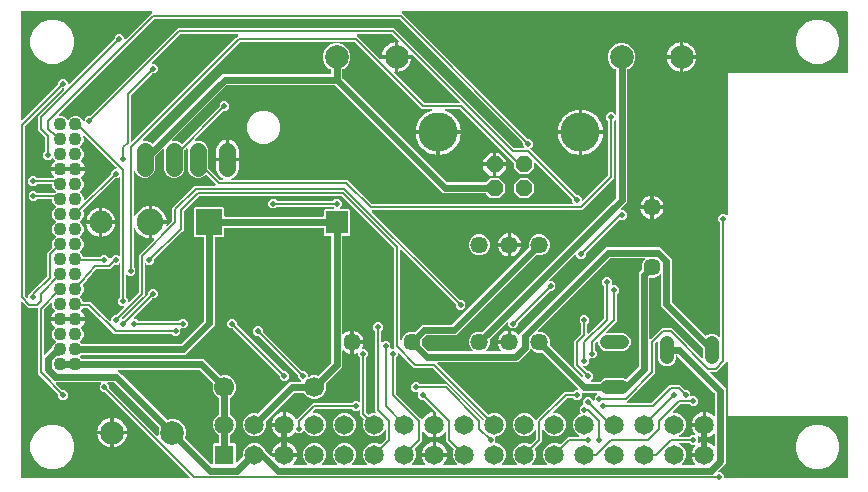
<source format=gtl>
G04 EAGLE Gerber RS-274X export*
G75*
%MOMM*%
%FSLAX34Y34*%
%LPD*%
%INTop Copper*%
%IPPOS*%
%AMOC8*
5,1,8,0,0,1.08239X$1,22.5*%
G01*
%ADD10C,1.100000*%
%ADD11R,1.650000X1.650000*%
%ADD12C,1.650000*%
%ADD13P,1.542406X8X202.500000*%
%ADD14C,3.316000*%
%ADD15C,1.459991*%
%ADD16R,2.250000X2.250000*%
%ADD17C,2.250000*%
%ADD18C,1.700000*%
%ADD19C,1.219200*%
%ADD20C,1.450000*%
%ADD21C,1.950000*%
%ADD22R,1.950000X1.950000*%
%ADD23C,2.000000*%
%ADD24C,1.425000*%
%ADD25C,0.609600*%
%ADD26C,0.203200*%
%ADD27C,0.508000*%
%ADD28C,0.553200*%
%ADD29C,0.508000*%

G36*
X411223Y112854D02*
X411223Y112854D01*
X411295Y112856D01*
X411344Y112874D01*
X411395Y112882D01*
X411459Y112916D01*
X411526Y112941D01*
X411567Y112973D01*
X411613Y112998D01*
X411662Y113050D01*
X411718Y113094D01*
X411746Y113138D01*
X411782Y113176D01*
X411812Y113241D01*
X411851Y113301D01*
X411864Y113352D01*
X411886Y113399D01*
X411894Y113470D01*
X411911Y113540D01*
X411907Y113592D01*
X411913Y113643D01*
X411898Y113714D01*
X411892Y113785D01*
X411872Y113833D01*
X411861Y113884D01*
X411824Y113945D01*
X411796Y114011D01*
X411751Y114067D01*
X411734Y114095D01*
X411717Y114110D01*
X411691Y114142D01*
X411594Y114239D01*
X410683Y115492D01*
X409980Y116872D01*
X409502Y118346D01*
X409378Y119127D01*
X418338Y119127D01*
X418358Y119130D01*
X418377Y119128D01*
X418479Y119150D01*
X418581Y119167D01*
X418598Y119176D01*
X418618Y119180D01*
X418707Y119233D01*
X418798Y119282D01*
X418812Y119296D01*
X418829Y119306D01*
X418896Y119385D01*
X418967Y119460D01*
X418976Y119478D01*
X418989Y119493D01*
X419027Y119589D01*
X419071Y119683D01*
X419073Y119703D01*
X419081Y119721D01*
X419099Y119888D01*
X419099Y120651D01*
X419862Y120651D01*
X419882Y120654D01*
X419901Y120652D01*
X420003Y120674D01*
X420105Y120691D01*
X420122Y120700D01*
X420142Y120704D01*
X420231Y120757D01*
X420322Y120806D01*
X420336Y120820D01*
X420353Y120830D01*
X420420Y120909D01*
X420491Y120984D01*
X420500Y121002D01*
X420513Y121017D01*
X420552Y121113D01*
X420595Y121207D01*
X420597Y121227D01*
X420605Y121245D01*
X420623Y121412D01*
X420623Y130372D01*
X421404Y130248D01*
X422878Y129770D01*
X424258Y129067D01*
X425511Y128156D01*
X426248Y127419D01*
X426306Y127377D01*
X426358Y127328D01*
X426405Y127306D01*
X426447Y127276D01*
X426516Y127254D01*
X426581Y127224D01*
X426633Y127219D01*
X426683Y127203D01*
X426754Y127205D01*
X426825Y127197D01*
X426876Y127208D01*
X426928Y127210D01*
X426996Y127234D01*
X427066Y127249D01*
X427111Y127276D01*
X427159Y127294D01*
X427215Y127339D01*
X427277Y127376D01*
X427311Y127415D01*
X427351Y127448D01*
X427390Y127508D01*
X427432Y127557D01*
X500928Y201053D01*
X546751Y201053D01*
X556653Y191151D01*
X556653Y154979D01*
X556667Y154889D01*
X556675Y154798D01*
X556687Y154769D01*
X556692Y154737D01*
X556735Y154656D01*
X556771Y154572D01*
X556797Y154540D01*
X556808Y154519D01*
X556831Y154497D01*
X556876Y154441D01*
X584808Y126508D01*
X584825Y126497D01*
X584837Y126481D01*
X584924Y126425D01*
X585008Y126365D01*
X585027Y126359D01*
X585044Y126348D01*
X585144Y126323D01*
X585243Y126292D01*
X585263Y126293D01*
X585283Y126288D01*
X585386Y126296D01*
X585489Y126299D01*
X585508Y126306D01*
X585528Y126307D01*
X585623Y126348D01*
X585720Y126383D01*
X585736Y126396D01*
X585754Y126404D01*
X585885Y126508D01*
X586233Y126857D01*
X589034Y128017D01*
X592066Y128017D01*
X594867Y126857D01*
X596235Y125489D01*
X596293Y125447D01*
X596345Y125397D01*
X596392Y125375D01*
X596434Y125345D01*
X596503Y125324D01*
X596568Y125294D01*
X596620Y125288D01*
X596670Y125273D01*
X596741Y125275D01*
X596812Y125267D01*
X596863Y125278D01*
X596915Y125279D01*
X596983Y125304D01*
X597053Y125319D01*
X597098Y125346D01*
X597146Y125363D01*
X597202Y125408D01*
X597264Y125445D01*
X597298Y125485D01*
X597338Y125517D01*
X597377Y125577D01*
X597424Y125632D01*
X597443Y125680D01*
X597471Y125724D01*
X597489Y125794D01*
X597516Y125860D01*
X597524Y125931D01*
X597532Y125963D01*
X597530Y125986D01*
X597534Y126027D01*
X597534Y221902D01*
X597520Y221992D01*
X597512Y222083D01*
X597500Y222113D01*
X597495Y222145D01*
X597452Y222225D01*
X597416Y222309D01*
X597390Y222341D01*
X597379Y222362D01*
X597356Y222384D01*
X597311Y222440D01*
X596010Y223741D01*
X596010Y227109D01*
X598391Y229490D01*
X601759Y229490D01*
X602712Y228537D01*
X602770Y228495D01*
X602822Y228445D01*
X602869Y228423D01*
X602911Y228393D01*
X602980Y228372D01*
X603045Y228342D01*
X603097Y228336D01*
X603147Y228321D01*
X603218Y228323D01*
X603289Y228315D01*
X603340Y228326D01*
X603392Y228327D01*
X603460Y228352D01*
X603530Y228367D01*
X603574Y228394D01*
X603623Y228412D01*
X603679Y228456D01*
X603741Y228493D01*
X603775Y228533D01*
X603815Y228565D01*
X603854Y228626D01*
X603901Y228680D01*
X603920Y228728D01*
X603948Y228772D01*
X603966Y228842D01*
X603993Y228908D01*
X604001Y228979D01*
X604009Y229011D01*
X604007Y229034D01*
X604011Y229075D01*
X604011Y348489D01*
X704850Y348489D01*
X704870Y348492D01*
X704889Y348490D01*
X704991Y348512D01*
X705093Y348529D01*
X705110Y348538D01*
X705130Y348542D01*
X705219Y348595D01*
X705310Y348644D01*
X705324Y348658D01*
X705341Y348668D01*
X705408Y348747D01*
X705480Y348822D01*
X705488Y348840D01*
X705501Y348855D01*
X705540Y348951D01*
X705583Y349045D01*
X705585Y349065D01*
X705593Y349083D01*
X705611Y349250D01*
X705611Y400050D01*
X705608Y400070D01*
X705610Y400089D01*
X705588Y400191D01*
X705572Y400293D01*
X705562Y400310D01*
X705558Y400330D01*
X705505Y400419D01*
X705456Y400510D01*
X705442Y400524D01*
X705432Y400541D01*
X705353Y400608D01*
X705278Y400680D01*
X705260Y400688D01*
X705245Y400701D01*
X705149Y400740D01*
X705055Y400783D01*
X705035Y400785D01*
X705017Y400793D01*
X704850Y400811D01*
X328520Y400811D01*
X328449Y400800D01*
X328377Y400798D01*
X328328Y400780D01*
X328277Y400772D01*
X328214Y400738D01*
X328146Y400713D01*
X328106Y400681D01*
X328060Y400656D01*
X328010Y400605D01*
X327954Y400560D01*
X327926Y400516D01*
X327890Y400478D01*
X327860Y400413D01*
X327821Y400353D01*
X327809Y400302D01*
X327787Y400255D01*
X327779Y400184D01*
X327761Y400114D01*
X327765Y400062D01*
X327759Y400011D01*
X327775Y399940D01*
X327780Y399869D01*
X327801Y399821D01*
X327812Y399770D01*
X327849Y399709D01*
X327877Y399643D01*
X327921Y399587D01*
X327938Y399559D01*
X327956Y399544D01*
X327981Y399512D01*
X434280Y293213D01*
X434355Y293159D01*
X434424Y293100D01*
X434454Y293088D01*
X434480Y293069D01*
X434567Y293042D01*
X434652Y293008D01*
X434693Y293004D01*
X434715Y292997D01*
X434747Y292998D01*
X434819Y292990D01*
X436659Y292990D01*
X439040Y290609D01*
X439040Y287241D01*
X437009Y285211D01*
X436997Y285194D01*
X436982Y285182D01*
X436926Y285095D01*
X436866Y285011D01*
X436860Y284992D01*
X436849Y284975D01*
X436824Y284875D01*
X436793Y284776D01*
X436794Y284756D01*
X436789Y284737D01*
X436797Y284634D01*
X436800Y284530D01*
X436806Y284511D01*
X436808Y284491D01*
X436848Y284397D01*
X436884Y284299D01*
X436896Y284283D01*
X436904Y284265D01*
X437009Y284134D01*
X475555Y245588D01*
X475629Y245535D01*
X475699Y245475D01*
X475729Y245463D01*
X475755Y245444D01*
X475842Y245417D01*
X475927Y245383D01*
X475968Y245379D01*
X475990Y245372D01*
X476022Y245373D01*
X476094Y245365D01*
X477934Y245365D01*
X480315Y242984D01*
X480315Y241271D01*
X480326Y241200D01*
X480328Y241128D01*
X480346Y241079D01*
X480354Y241028D01*
X480388Y240965D01*
X480413Y240897D01*
X480445Y240857D01*
X480470Y240811D01*
X480522Y240761D01*
X480566Y240705D01*
X480610Y240677D01*
X480648Y240641D01*
X480713Y240611D01*
X480773Y240572D01*
X480824Y240559D01*
X480871Y240538D01*
X480942Y240530D01*
X481012Y240512D01*
X481064Y240516D01*
X481115Y240510D01*
X481186Y240526D01*
X481257Y240531D01*
X481305Y240552D01*
X481356Y240563D01*
X481417Y240600D01*
X481483Y240628D01*
X481539Y240672D01*
X481567Y240689D01*
X481582Y240707D01*
X481614Y240732D01*
X502061Y261179D01*
X502114Y261253D01*
X502174Y261323D01*
X502186Y261353D01*
X502205Y261379D01*
X502232Y261466D01*
X502266Y261551D01*
X502270Y261592D01*
X502277Y261614D01*
X502276Y261646D01*
X502284Y261718D01*
X502284Y307627D01*
X502270Y307717D01*
X502262Y307808D01*
X502250Y307838D01*
X502245Y307870D01*
X502202Y307950D01*
X502166Y308034D01*
X502140Y308066D01*
X502129Y308087D01*
X502106Y308109D01*
X502061Y308165D01*
X500760Y309466D01*
X500760Y312834D01*
X503141Y315215D01*
X506509Y315215D01*
X508267Y313457D01*
X508325Y313415D01*
X508377Y313365D01*
X508424Y313343D01*
X508466Y313313D01*
X508535Y313292D01*
X508600Y313262D01*
X508652Y313256D01*
X508702Y313241D01*
X508773Y313243D01*
X508844Y313235D01*
X508895Y313246D01*
X508947Y313247D01*
X509015Y313272D01*
X509085Y313287D01*
X509130Y313314D01*
X509178Y313332D01*
X509234Y313376D01*
X509296Y313413D01*
X509330Y313453D01*
X509370Y313485D01*
X509409Y313546D01*
X509456Y313600D01*
X509475Y313648D01*
X509503Y313692D01*
X509521Y313762D01*
X509548Y313828D01*
X509556Y313900D01*
X509564Y313931D01*
X509562Y313954D01*
X509566Y313995D01*
X509566Y351111D01*
X509547Y351226D01*
X509530Y351342D01*
X509528Y351348D01*
X509527Y351354D01*
X509472Y351457D01*
X509419Y351561D01*
X509414Y351566D01*
X509411Y351571D01*
X509327Y351651D01*
X509243Y351734D01*
X509237Y351737D01*
X509233Y351741D01*
X509216Y351748D01*
X509096Y351814D01*
X507611Y352430D01*
X504369Y355672D01*
X502614Y359908D01*
X502614Y364492D01*
X504369Y368728D01*
X507611Y371970D01*
X511847Y373725D01*
X516431Y373725D01*
X520667Y371970D01*
X523909Y368728D01*
X525664Y364492D01*
X525664Y359908D01*
X523909Y355672D01*
X520667Y352430D01*
X519182Y351814D01*
X519082Y351753D01*
X518982Y351693D01*
X518978Y351688D01*
X518973Y351685D01*
X518898Y351595D01*
X518822Y351506D01*
X518820Y351500D01*
X518816Y351495D01*
X518774Y351387D01*
X518730Y351278D01*
X518729Y351270D01*
X518728Y351266D01*
X518727Y351247D01*
X518712Y351111D01*
X518712Y239195D01*
X513481Y233964D01*
X513439Y233906D01*
X513390Y233854D01*
X513368Y233807D01*
X513338Y233765D01*
X513316Y233696D01*
X513286Y233631D01*
X513281Y233579D01*
X513265Y233529D01*
X513267Y233458D01*
X513259Y233387D01*
X513270Y233336D01*
X513272Y233284D01*
X513296Y233216D01*
X513311Y233146D01*
X513338Y233101D01*
X513356Y233053D01*
X513401Y232997D01*
X513438Y232935D01*
X513477Y232901D01*
X513510Y232861D01*
X513570Y232822D01*
X513624Y232775D01*
X513673Y232756D01*
X513717Y232728D01*
X513786Y232710D01*
X513853Y232683D01*
X513924Y232675D01*
X513955Y232667D01*
X513978Y232669D01*
X514019Y232665D01*
X516034Y232665D01*
X518415Y230284D01*
X518415Y226916D01*
X516034Y224535D01*
X512530Y224535D01*
X512440Y224521D01*
X512349Y224513D01*
X512319Y224501D01*
X512287Y224496D01*
X512207Y224453D01*
X512123Y224417D01*
X512091Y224391D01*
X512070Y224380D01*
X512048Y224357D01*
X511992Y224312D01*
X483831Y196151D01*
X483777Y196077D01*
X483718Y196008D01*
X483706Y195977D01*
X483687Y195951D01*
X483660Y195864D01*
X483626Y195779D01*
X483622Y195738D01*
X483615Y195716D01*
X483615Y195684D01*
X483608Y195613D01*
X483608Y193773D01*
X481227Y191392D01*
X477859Y191392D01*
X475478Y193773D01*
X475478Y194123D01*
X475467Y194194D01*
X475465Y194266D01*
X475447Y194315D01*
X475438Y194366D01*
X475405Y194429D01*
X475380Y194497D01*
X475348Y194538D01*
X475323Y194584D01*
X475271Y194633D01*
X475227Y194689D01*
X475183Y194717D01*
X475145Y194753D01*
X475080Y194783D01*
X475020Y194822D01*
X474969Y194835D01*
X474922Y194857D01*
X474851Y194865D01*
X474781Y194882D01*
X474729Y194878D01*
X474677Y194884D01*
X474607Y194868D01*
X474536Y194863D01*
X474488Y194843D01*
X474437Y194831D01*
X474375Y194795D01*
X474310Y194767D01*
X474254Y194722D01*
X474226Y194705D01*
X474211Y194687D01*
X474179Y194662D01*
X453156Y173639D01*
X453114Y173581D01*
X453065Y173529D01*
X453043Y173482D01*
X453013Y173440D01*
X452991Y173371D01*
X452961Y173306D01*
X452955Y173254D01*
X452940Y173204D01*
X452942Y173133D01*
X452934Y173062D01*
X452945Y173011D01*
X452947Y172959D01*
X452971Y172891D01*
X452986Y172821D01*
X453013Y172777D01*
X453031Y172728D01*
X453076Y172672D01*
X453113Y172610D01*
X453152Y172576D01*
X453185Y172536D01*
X453245Y172497D01*
X453299Y172450D01*
X453348Y172431D01*
X453392Y172403D01*
X453461Y172385D01*
X453528Y172358D01*
X453599Y172350D01*
X453630Y172342D01*
X453653Y172344D01*
X453694Y172340D01*
X455709Y172340D01*
X458090Y169959D01*
X458090Y166591D01*
X455709Y164210D01*
X453869Y164210D01*
X453779Y164196D01*
X453688Y164188D01*
X453658Y164176D01*
X453626Y164171D01*
X453545Y164128D01*
X453461Y164092D01*
X453429Y164066D01*
X453409Y164055D01*
X453386Y164032D01*
X453330Y163987D01*
X426563Y137220D01*
X426510Y137146D01*
X426450Y137076D01*
X426438Y137046D01*
X426419Y137020D01*
X426392Y136933D01*
X426358Y136848D01*
X426354Y136807D01*
X426347Y136785D01*
X426348Y136753D01*
X426340Y136681D01*
X426340Y134841D01*
X423959Y132460D01*
X420591Y132460D01*
X418210Y134841D01*
X418210Y136856D01*
X418199Y136926D01*
X418197Y136998D01*
X418179Y137047D01*
X418171Y137098D01*
X418137Y137162D01*
X418112Y137229D01*
X418080Y137270D01*
X418055Y137316D01*
X418003Y137365D01*
X417959Y137421D01*
X417915Y137449D01*
X417877Y137485D01*
X417812Y137515D01*
X417752Y137554D01*
X417701Y137567D01*
X417654Y137589D01*
X417583Y137597D01*
X417513Y137614D01*
X417461Y137610D01*
X417410Y137616D01*
X417339Y137601D01*
X417268Y137595D01*
X417220Y137575D01*
X417169Y137564D01*
X417108Y137527D01*
X417042Y137499D01*
X416986Y137454D01*
X416958Y137437D01*
X416943Y137420D01*
X416911Y137394D01*
X402708Y123191D01*
X402640Y123097D01*
X402570Y123002D01*
X402568Y122996D01*
X402564Y122991D01*
X402530Y122880D01*
X402494Y122768D01*
X402494Y122762D01*
X402492Y122756D01*
X402495Y122639D01*
X402496Y122522D01*
X402498Y122515D01*
X402498Y122510D01*
X402505Y122493D01*
X402525Y122424D01*
X402525Y118895D01*
X401181Y115651D01*
X399672Y114142D01*
X399630Y114084D01*
X399581Y114032D01*
X399559Y113985D01*
X399529Y113943D01*
X399508Y113874D01*
X399477Y113809D01*
X399472Y113757D01*
X399456Y113707D01*
X399458Y113636D01*
X399450Y113565D01*
X399461Y113514D01*
X399463Y113462D01*
X399487Y113394D01*
X399503Y113324D01*
X399529Y113279D01*
X399547Y113231D01*
X399592Y113175D01*
X399629Y113113D01*
X399668Y113079D01*
X399701Y113039D01*
X399761Y113000D01*
X399816Y112953D01*
X399864Y112934D01*
X399908Y112906D01*
X399977Y112888D01*
X400044Y112861D01*
X400115Y112853D01*
X400146Y112845D01*
X400170Y112847D01*
X400211Y112843D01*
X411153Y112843D01*
X411223Y112854D01*
G37*
G36*
X247167Y16654D02*
X247167Y16654D01*
X247238Y16656D01*
X247287Y16674D01*
X247339Y16682D01*
X247402Y16716D01*
X247469Y16741D01*
X247510Y16773D01*
X247556Y16798D01*
X247605Y16850D01*
X247661Y16894D01*
X247690Y16938D01*
X247725Y16976D01*
X247756Y17041D01*
X247794Y17101D01*
X247807Y17152D01*
X247829Y17199D01*
X247837Y17270D01*
X247854Y17340D01*
X247850Y17392D01*
X247856Y17443D01*
X247841Y17514D01*
X247835Y17585D01*
X247815Y17633D01*
X247804Y17684D01*
X247767Y17745D01*
X247739Y17811D01*
X247694Y17867D01*
X247678Y17895D01*
X247660Y17910D01*
X247634Y17942D01*
X245713Y19863D01*
X244225Y23456D01*
X244225Y27344D01*
X245713Y30937D01*
X248463Y33687D01*
X252056Y35175D01*
X255944Y35175D01*
X259537Y33687D01*
X262287Y30937D01*
X263775Y27344D01*
X263775Y23456D01*
X262287Y19863D01*
X260366Y17942D01*
X260324Y17884D01*
X260275Y17832D01*
X260253Y17785D01*
X260222Y17743D01*
X260201Y17674D01*
X260171Y17609D01*
X260165Y17557D01*
X260150Y17507D01*
X260152Y17436D01*
X260144Y17365D01*
X260155Y17314D01*
X260156Y17262D01*
X260181Y17194D01*
X260196Y17124D01*
X260223Y17079D01*
X260241Y17031D01*
X260286Y16975D01*
X260322Y16913D01*
X260362Y16879D01*
X260394Y16839D01*
X260455Y16800D01*
X260509Y16753D01*
X260558Y16734D01*
X260601Y16706D01*
X260671Y16688D01*
X260737Y16661D01*
X260809Y16653D01*
X260840Y16645D01*
X260863Y16647D01*
X260904Y16643D01*
X272496Y16643D01*
X272567Y16654D01*
X272638Y16656D01*
X272687Y16674D01*
X272739Y16682D01*
X272802Y16716D01*
X272869Y16741D01*
X272910Y16773D01*
X272956Y16798D01*
X273005Y16850D01*
X273061Y16894D01*
X273090Y16938D01*
X273125Y16976D01*
X273156Y17041D01*
X273194Y17101D01*
X273207Y17152D01*
X273229Y17199D01*
X273237Y17270D01*
X273254Y17340D01*
X273250Y17392D01*
X273256Y17443D01*
X273241Y17514D01*
X273235Y17585D01*
X273215Y17633D01*
X273204Y17684D01*
X273167Y17745D01*
X273139Y17811D01*
X273094Y17867D01*
X273078Y17895D01*
X273060Y17910D01*
X273034Y17942D01*
X271113Y19863D01*
X269625Y23456D01*
X269625Y27344D01*
X271113Y30937D01*
X273863Y33687D01*
X277456Y35175D01*
X281344Y35175D01*
X284937Y33687D01*
X287687Y30937D01*
X289175Y27344D01*
X289175Y23456D01*
X287687Y19863D01*
X285766Y17942D01*
X285724Y17884D01*
X285675Y17832D01*
X285653Y17785D01*
X285622Y17743D01*
X285601Y17674D01*
X285571Y17609D01*
X285565Y17557D01*
X285550Y17507D01*
X285552Y17436D01*
X285544Y17365D01*
X285555Y17314D01*
X285556Y17262D01*
X285581Y17194D01*
X285596Y17124D01*
X285623Y17079D01*
X285641Y17031D01*
X285686Y16975D01*
X285722Y16913D01*
X285762Y16879D01*
X285794Y16839D01*
X285855Y16800D01*
X285909Y16753D01*
X285958Y16734D01*
X286001Y16706D01*
X286071Y16688D01*
X286137Y16661D01*
X286209Y16653D01*
X286240Y16645D01*
X286263Y16647D01*
X286304Y16643D01*
X297896Y16643D01*
X297967Y16654D01*
X298038Y16656D01*
X298087Y16674D01*
X298139Y16682D01*
X298202Y16716D01*
X298269Y16741D01*
X298310Y16773D01*
X298356Y16798D01*
X298405Y16850D01*
X298461Y16894D01*
X298490Y16938D01*
X298525Y16976D01*
X298556Y17041D01*
X298594Y17101D01*
X298607Y17152D01*
X298629Y17199D01*
X298637Y17270D01*
X298654Y17340D01*
X298650Y17392D01*
X298656Y17443D01*
X298641Y17514D01*
X298635Y17585D01*
X298615Y17633D01*
X298604Y17684D01*
X298567Y17745D01*
X298539Y17811D01*
X298494Y17867D01*
X298478Y17895D01*
X298460Y17910D01*
X298434Y17942D01*
X296513Y19863D01*
X295025Y23456D01*
X295025Y27344D01*
X296513Y30937D01*
X299263Y33687D01*
X302856Y35175D01*
X306744Y35175D01*
X309271Y34128D01*
X309384Y34102D01*
X309498Y34073D01*
X309504Y34074D01*
X309510Y34072D01*
X309627Y34083D01*
X309743Y34092D01*
X309749Y34095D01*
X309755Y34095D01*
X309862Y34143D01*
X309969Y34189D01*
X309975Y34193D01*
X309980Y34195D01*
X309993Y34208D01*
X310100Y34293D01*
X314736Y38929D01*
X314789Y39003D01*
X314849Y39073D01*
X314861Y39103D01*
X314880Y39129D01*
X314907Y39216D01*
X314941Y39301D01*
X314945Y39342D01*
X314952Y39364D01*
X314951Y39396D01*
X314959Y39468D01*
X314959Y45957D01*
X314957Y45968D01*
X314958Y45974D01*
X314951Y46009D01*
X314944Y46053D01*
X314934Y46150D01*
X314924Y46174D01*
X314920Y46200D01*
X314874Y46286D01*
X314834Y46375D01*
X314817Y46394D01*
X314804Y46417D01*
X314734Y46484D01*
X314668Y46556D01*
X314645Y46568D01*
X314626Y46586D01*
X314538Y46628D01*
X314452Y46674D01*
X314427Y46679D01*
X314403Y46690D01*
X314306Y46701D01*
X314210Y46718D01*
X314184Y46714D01*
X314159Y46717D01*
X314063Y46697D01*
X313967Y46682D01*
X313944Y46671D01*
X313918Y46665D01*
X313835Y46615D01*
X313748Y46571D01*
X313729Y46552D01*
X313707Y46539D01*
X313644Y46465D01*
X313576Y46395D01*
X313560Y46367D01*
X313547Y46352D01*
X313535Y46321D01*
X313495Y46248D01*
X313087Y45263D01*
X310337Y42513D01*
X306744Y41025D01*
X302856Y41025D01*
X299263Y42513D01*
X296513Y45263D01*
X295025Y48856D01*
X295025Y52744D01*
X296072Y55271D01*
X296098Y55384D01*
X296127Y55498D01*
X296126Y55504D01*
X296128Y55510D01*
X296117Y55626D01*
X296108Y55743D01*
X296105Y55749D01*
X296105Y55755D01*
X296057Y55862D01*
X296011Y55969D01*
X296007Y55975D01*
X296005Y55980D01*
X295992Y55993D01*
X295907Y56100D01*
X294446Y57561D01*
X294445Y57561D01*
X292734Y59273D01*
X292734Y62898D01*
X292723Y62969D01*
X292721Y63041D01*
X292703Y63089D01*
X292695Y63141D01*
X292661Y63204D01*
X292636Y63272D01*
X292604Y63312D01*
X292579Y63358D01*
X292527Y63408D01*
X292483Y63464D01*
X292439Y63492D01*
X292401Y63528D01*
X292336Y63558D01*
X292276Y63597D01*
X292225Y63609D01*
X292178Y63631D01*
X292107Y63639D01*
X292037Y63657D01*
X291985Y63653D01*
X291934Y63658D01*
X291863Y63643D01*
X291792Y63637D01*
X291744Y63617D01*
X291693Y63606D01*
X291632Y63569D01*
X291566Y63541D01*
X291510Y63496D01*
X291482Y63480D01*
X291467Y63462D01*
X291435Y63436D01*
X290609Y62610D01*
X287241Y62610D01*
X285940Y63911D01*
X285866Y63964D01*
X285797Y64024D01*
X285767Y64036D01*
X285741Y64055D01*
X285654Y64082D01*
X285569Y64116D01*
X285528Y64120D01*
X285506Y64127D01*
X285473Y64126D01*
X285402Y64134D01*
X255368Y64134D01*
X255278Y64120D01*
X255187Y64112D01*
X255157Y64100D01*
X255125Y64095D01*
X255044Y64052D01*
X254960Y64016D01*
X254928Y63990D01*
X254908Y63979D01*
X254885Y63956D01*
X254829Y63911D01*
X252792Y61874D01*
X252751Y61816D01*
X252701Y61764D01*
X252679Y61717D01*
X252649Y61675D01*
X252628Y61606D01*
X252598Y61541D01*
X252592Y61489D01*
X252576Y61439D01*
X252578Y61368D01*
X252570Y61297D01*
X252582Y61246D01*
X252583Y61194D01*
X252607Y61126D01*
X252623Y61056D01*
X252649Y61011D01*
X252667Y60963D01*
X252712Y60907D01*
X252749Y60845D01*
X252788Y60811D01*
X252821Y60771D01*
X252881Y60732D01*
X252936Y60685D01*
X252984Y60666D01*
X253028Y60638D01*
X253097Y60620D01*
X253164Y60593D01*
X253235Y60585D01*
X253266Y60577D01*
X253290Y60579D01*
X253331Y60575D01*
X255944Y60575D01*
X259537Y59087D01*
X262287Y56337D01*
X263775Y52744D01*
X263775Y48856D01*
X262287Y45263D01*
X259537Y42513D01*
X255944Y41025D01*
X252056Y41025D01*
X248463Y42513D01*
X245738Y45238D01*
X245722Y45250D01*
X245710Y45265D01*
X245622Y45321D01*
X245538Y45382D01*
X245519Y45388D01*
X245503Y45398D01*
X245402Y45424D01*
X245303Y45454D01*
X245283Y45454D01*
X245264Y45458D01*
X245161Y45450D01*
X245058Y45448D01*
X245039Y45441D01*
X245019Y45439D01*
X244924Y45399D01*
X244826Y45363D01*
X244811Y45351D01*
X244793Y45343D01*
X244662Y45238D01*
X242984Y43560D01*
X239616Y43560D01*
X238545Y44632D01*
X238480Y44678D01*
X238421Y44732D01*
X238381Y44750D01*
X238345Y44775D01*
X238269Y44799D01*
X238196Y44831D01*
X238152Y44835D01*
X238110Y44848D01*
X238030Y44846D01*
X237951Y44853D01*
X237908Y44843D01*
X237864Y44841D01*
X237789Y44814D01*
X237712Y44796D01*
X237675Y44772D01*
X237633Y44757D01*
X237571Y44707D01*
X237504Y44665D01*
X237464Y44622D01*
X237441Y44603D01*
X237426Y44580D01*
X237391Y44541D01*
X236831Y43770D01*
X235630Y42569D01*
X234255Y41571D01*
X232742Y40800D01*
X231127Y40275D01*
X230123Y40116D01*
X230123Y50038D01*
X230120Y50058D01*
X230122Y50077D01*
X230100Y50179D01*
X230083Y50281D01*
X230074Y50298D01*
X230070Y50318D01*
X230017Y50407D01*
X229968Y50498D01*
X229954Y50512D01*
X229944Y50529D01*
X229865Y50596D01*
X229790Y50667D01*
X229772Y50676D01*
X229757Y50689D01*
X229661Y50727D01*
X229567Y50771D01*
X229547Y50773D01*
X229529Y50781D01*
X229362Y50799D01*
X228599Y50799D01*
X228599Y50801D01*
X229362Y50801D01*
X229382Y50804D01*
X229401Y50802D01*
X229503Y50824D01*
X229605Y50841D01*
X229622Y50850D01*
X229642Y50854D01*
X229731Y50907D01*
X229822Y50956D01*
X229836Y50970D01*
X229853Y50980D01*
X229920Y51059D01*
X229991Y51134D01*
X230000Y51152D01*
X230013Y51167D01*
X230052Y51263D01*
X230095Y51357D01*
X230097Y51377D01*
X230105Y51395D01*
X230123Y51562D01*
X230123Y61484D01*
X231127Y61325D01*
X232742Y60800D01*
X234255Y60029D01*
X235630Y59031D01*
X236831Y57830D01*
X237829Y56455D01*
X238149Y55827D01*
X238159Y55814D01*
X238164Y55799D01*
X238232Y55715D01*
X238295Y55629D01*
X238308Y55619D01*
X238318Y55607D01*
X238409Y55549D01*
X238496Y55487D01*
X238511Y55483D01*
X238525Y55474D01*
X238629Y55448D01*
X238732Y55417D01*
X238748Y55418D01*
X238763Y55414D01*
X238871Y55422D01*
X238978Y55426D01*
X238993Y55432D01*
X239009Y55433D01*
X239107Y55475D01*
X239208Y55513D01*
X239220Y55523D01*
X239235Y55529D01*
X239366Y55634D01*
X251236Y67504D01*
X252948Y69216D01*
X285402Y69216D01*
X285492Y69230D01*
X285583Y69238D01*
X285613Y69250D01*
X285645Y69255D01*
X285725Y69298D01*
X285809Y69334D01*
X285842Y69360D01*
X285862Y69371D01*
X285884Y69394D01*
X285940Y69439D01*
X287241Y70740D01*
X290609Y70740D01*
X291435Y69914D01*
X291493Y69872D01*
X291545Y69822D01*
X291592Y69800D01*
X291634Y69770D01*
X291703Y69749D01*
X291768Y69719D01*
X291820Y69713D01*
X291870Y69698D01*
X291941Y69700D01*
X292012Y69692D01*
X292063Y69703D01*
X292115Y69704D01*
X292183Y69729D01*
X292253Y69744D01*
X292298Y69771D01*
X292346Y69789D01*
X292402Y69833D01*
X292464Y69870D01*
X292498Y69910D01*
X292538Y69942D01*
X292577Y70003D01*
X292624Y70057D01*
X292643Y70105D01*
X292671Y70149D01*
X292689Y70219D01*
X292716Y70285D01*
X292724Y70356D01*
X292732Y70388D01*
X292730Y70411D01*
X292734Y70452D01*
X292734Y107602D01*
X292731Y107619D01*
X292733Y107636D01*
X292719Y107703D01*
X292712Y107783D01*
X292700Y107813D01*
X292695Y107845D01*
X292683Y107866D01*
X292681Y107876D01*
X292655Y107920D01*
X292652Y107925D01*
X292616Y108009D01*
X292590Y108042D01*
X292579Y108062D01*
X292557Y108083D01*
X292555Y108087D01*
X292552Y108090D01*
X292511Y108140D01*
X291210Y109441D01*
X291210Y111202D01*
X291198Y111276D01*
X291195Y111352D01*
X291178Y111397D01*
X291171Y111444D01*
X291135Y111511D01*
X291108Y111582D01*
X291078Y111619D01*
X291055Y111662D01*
X291001Y111714D01*
X290953Y111772D01*
X290912Y111798D01*
X290877Y111831D01*
X290809Y111863D01*
X290744Y111903D01*
X290698Y111914D01*
X290654Y111935D01*
X290579Y111943D01*
X290505Y111961D01*
X290457Y111956D01*
X290410Y111962D01*
X290336Y111946D01*
X290260Y111939D01*
X290200Y111916D01*
X290169Y111909D01*
X290147Y111896D01*
X290103Y111880D01*
X289508Y111577D01*
X288043Y111100D01*
X287273Y110978D01*
X287273Y119127D01*
X295422Y119127D01*
X295300Y118357D01*
X294823Y116892D01*
X294520Y116297D01*
X294497Y116225D01*
X294465Y116156D01*
X294460Y116108D01*
X294445Y116062D01*
X294447Y115987D01*
X294438Y115912D01*
X294448Y115864D01*
X294449Y115816D01*
X294474Y115745D01*
X294491Y115671D01*
X294515Y115630D01*
X294531Y115584D01*
X294578Y115525D01*
X294617Y115460D01*
X294653Y115429D01*
X294683Y115391D01*
X294746Y115349D01*
X294804Y115300D01*
X294848Y115282D01*
X294888Y115256D01*
X294962Y115236D01*
X295032Y115208D01*
X295096Y115201D01*
X295126Y115193D01*
X295152Y115195D01*
X295198Y115190D01*
X296959Y115190D01*
X299340Y112809D01*
X299340Y109441D01*
X298039Y108140D01*
X297986Y108066D01*
X297969Y108047D01*
X297947Y108024D01*
X297945Y108019D01*
X297926Y107997D01*
X297914Y107967D01*
X297895Y107941D01*
X297869Y107855D01*
X297844Y107801D01*
X297843Y107789D01*
X297834Y107769D01*
X297830Y107728D01*
X297823Y107706D01*
X297824Y107673D01*
X297816Y107602D01*
X297816Y61693D01*
X297830Y61603D01*
X297838Y61512D01*
X297850Y61482D01*
X297855Y61450D01*
X297898Y61369D01*
X297934Y61285D01*
X297960Y61253D01*
X297971Y61233D01*
X297994Y61210D01*
X298039Y61154D01*
X299500Y59693D01*
X299594Y59626D01*
X299688Y59555D01*
X299695Y59553D01*
X299700Y59550D01*
X299810Y59516D01*
X299922Y59479D01*
X299929Y59479D01*
X299935Y59477D01*
X300051Y59480D01*
X300168Y59482D01*
X300175Y59484D01*
X300181Y59484D01*
X300198Y59490D01*
X300329Y59528D01*
X302856Y60575D01*
X305469Y60575D01*
X305540Y60586D01*
X305612Y60588D01*
X305661Y60606D01*
X305712Y60614D01*
X305775Y60648D01*
X305843Y60673D01*
X305883Y60705D01*
X305929Y60730D01*
X305979Y60782D01*
X306035Y60826D01*
X306063Y60870D01*
X306099Y60908D01*
X306129Y60973D01*
X306168Y61033D01*
X306181Y61084D01*
X306202Y61131D01*
X306210Y61202D01*
X306228Y61272D01*
X306224Y61324D01*
X306230Y61375D01*
X306214Y61446D01*
X306209Y61517D01*
X306188Y61565D01*
X306177Y61616D01*
X306141Y61677D01*
X306112Y61743D01*
X306068Y61799D01*
X306051Y61827D01*
X306033Y61842D01*
X306008Y61874D01*
X305434Y62448D01*
X305434Y129827D01*
X305420Y129917D01*
X305412Y130008D01*
X305400Y130038D01*
X305395Y130070D01*
X305352Y130150D01*
X305316Y130234D01*
X305290Y130267D01*
X305279Y130287D01*
X305256Y130309D01*
X305211Y130365D01*
X303910Y131666D01*
X303910Y135034D01*
X306291Y137415D01*
X309659Y137415D01*
X312040Y135034D01*
X312040Y131666D01*
X310739Y130365D01*
X310686Y130291D01*
X310626Y130222D01*
X310614Y130192D01*
X310595Y130166D01*
X310568Y130079D01*
X310534Y129994D01*
X310530Y129953D01*
X310523Y129931D01*
X310524Y129898D01*
X310516Y129827D01*
X310516Y121252D01*
X310527Y121181D01*
X310529Y121109D01*
X310547Y121061D01*
X310555Y121009D01*
X310589Y120946D01*
X310614Y120878D01*
X310646Y120838D01*
X310671Y120792D01*
X310723Y120742D01*
X310767Y120686D01*
X310811Y120658D01*
X310849Y120622D01*
X310914Y120592D01*
X310974Y120553D01*
X311025Y120541D01*
X311072Y120519D01*
X311143Y120511D01*
X311213Y120493D01*
X311265Y120497D01*
X311316Y120492D01*
X311387Y120507D01*
X311458Y120513D01*
X311506Y120533D01*
X311557Y120544D01*
X311618Y120581D01*
X311684Y120609D01*
X311740Y120654D01*
X311768Y120670D01*
X311783Y120688D01*
X311815Y120714D01*
X312641Y121540D01*
X316009Y121540D01*
X318390Y119159D01*
X318390Y115951D01*
X318392Y115939D01*
X318391Y115931D01*
X318392Y115924D01*
X318391Y115912D01*
X318413Y115810D01*
X318429Y115708D01*
X318439Y115691D01*
X318443Y115671D01*
X318496Y115582D01*
X318545Y115491D01*
X318559Y115477D01*
X318569Y115460D01*
X318648Y115393D01*
X318723Y115321D01*
X318741Y115313D01*
X318756Y115300D01*
X318852Y115261D01*
X318946Y115218D01*
X318966Y115216D01*
X318984Y115208D01*
X319151Y115190D01*
X320704Y115190D01*
X320775Y115201D01*
X320847Y115203D01*
X320896Y115221D01*
X320947Y115229D01*
X321010Y115263D01*
X321078Y115288D01*
X321118Y115320D01*
X321164Y115345D01*
X321214Y115397D01*
X321270Y115441D01*
X321298Y115485D01*
X321334Y115523D01*
X321364Y115588D01*
X321403Y115648D01*
X321416Y115699D01*
X321437Y115746D01*
X321445Y115817D01*
X321463Y115887D01*
X321459Y115939D01*
X321465Y115990D01*
X321449Y116061D01*
X321444Y116132D01*
X321423Y116180D01*
X321412Y116231D01*
X321375Y116292D01*
X321347Y116358D01*
X321309Y116406D01*
X321309Y199739D01*
X321308Y199746D01*
X321308Y199747D01*
X321307Y199752D01*
X321295Y199829D01*
X321287Y199920D01*
X321275Y199950D01*
X321270Y199982D01*
X321227Y200063D01*
X321191Y200147D01*
X321165Y200179D01*
X321154Y200199D01*
X321131Y200222D01*
X321086Y200277D01*
X277087Y244277D01*
X277013Y244330D01*
X276944Y244389D01*
X276914Y244401D01*
X276887Y244420D01*
X276801Y244447D01*
X276716Y244481D01*
X276675Y244486D01*
X276652Y244492D01*
X276620Y244492D01*
X276549Y244500D01*
X156698Y244500D01*
X156608Y244485D01*
X156517Y244478D01*
X156487Y244465D01*
X156455Y244460D01*
X156375Y244417D01*
X156291Y244381D01*
X156259Y244356D01*
X156238Y244345D01*
X156216Y244321D01*
X156160Y244277D01*
X143475Y231592D01*
X143422Y231518D01*
X143363Y231449D01*
X143351Y231418D01*
X143332Y231392D01*
X143305Y231305D01*
X143271Y231220D01*
X143266Y231180D01*
X143259Y231157D01*
X143260Y231125D01*
X143252Y231054D01*
X143252Y215859D01*
X141541Y214148D01*
X118588Y191195D01*
X118535Y191121D01*
X118475Y191051D01*
X118463Y191021D01*
X118444Y190995D01*
X118417Y190908D01*
X118383Y190823D01*
X118379Y190782D01*
X118372Y190760D01*
X118373Y190728D01*
X118365Y190656D01*
X118365Y188816D01*
X115984Y186435D01*
X112616Y186435D01*
X111790Y187261D01*
X111732Y187303D01*
X111680Y187353D01*
X111633Y187375D01*
X111591Y187405D01*
X111522Y187426D01*
X111457Y187456D01*
X111405Y187462D01*
X111355Y187477D01*
X111284Y187475D01*
X111213Y187483D01*
X111162Y187472D01*
X111110Y187471D01*
X111042Y187446D01*
X110972Y187431D01*
X110927Y187404D01*
X110879Y187386D01*
X110823Y187342D01*
X110761Y187305D01*
X110727Y187265D01*
X110687Y187233D01*
X110648Y187172D01*
X110601Y187118D01*
X110582Y187070D01*
X110554Y187026D01*
X110536Y186956D01*
X110509Y186890D01*
X110501Y186819D01*
X110493Y186787D01*
X110495Y186764D01*
X110491Y186723D01*
X110491Y160873D01*
X108779Y159161D01*
X91507Y141889D01*
X91466Y141831D01*
X91416Y141779D01*
X91394Y141732D01*
X91364Y141690D01*
X91343Y141621D01*
X91313Y141556D01*
X91307Y141504D01*
X91291Y141454D01*
X91293Y141383D01*
X91285Y141312D01*
X91297Y141261D01*
X91298Y141209D01*
X91322Y141141D01*
X91338Y141071D01*
X91364Y141026D01*
X91382Y140978D01*
X91427Y140922D01*
X91464Y140860D01*
X91503Y140826D01*
X91536Y140786D01*
X91596Y140747D01*
X91651Y140700D01*
X91699Y140681D01*
X91743Y140653D01*
X91812Y140635D01*
X91879Y140608D01*
X91950Y140600D01*
X91981Y140592D01*
X92005Y140594D01*
X92046Y140590D01*
X92231Y140590D01*
X92321Y140604D01*
X92412Y140612D01*
X92442Y140624D01*
X92474Y140629D01*
X92555Y140672D01*
X92639Y140708D01*
X92671Y140734D01*
X92691Y140745D01*
X92714Y140768D01*
X92770Y140813D01*
X113187Y161230D01*
X113240Y161304D01*
X113300Y161374D01*
X113312Y161404D01*
X113331Y161430D01*
X113358Y161517D01*
X113392Y161602D01*
X113396Y161643D01*
X113403Y161665D01*
X113402Y161697D01*
X113410Y161769D01*
X113410Y163609D01*
X115791Y165990D01*
X119159Y165990D01*
X121540Y163609D01*
X121540Y160241D01*
X119159Y157860D01*
X117319Y157860D01*
X117229Y157846D01*
X117138Y157838D01*
X117108Y157826D01*
X117076Y157821D01*
X116995Y157778D01*
X116911Y157742D01*
X116879Y157716D01*
X116859Y157705D01*
X116839Y157685D01*
X116837Y157684D01*
X116832Y157678D01*
X116780Y157637D01*
X101032Y141889D01*
X100991Y141831D01*
X100941Y141779D01*
X100919Y141732D01*
X100889Y141690D01*
X100868Y141621D01*
X100838Y141556D01*
X100832Y141504D01*
X100816Y141454D01*
X100818Y141383D01*
X100810Y141312D01*
X100822Y141261D01*
X100823Y141209D01*
X100847Y141141D01*
X100863Y141071D01*
X100889Y141027D01*
X100907Y140978D01*
X100952Y140922D01*
X100989Y140860D01*
X101028Y140826D01*
X101061Y140786D01*
X101121Y140747D01*
X101176Y140700D01*
X101224Y140681D01*
X101268Y140653D01*
X101337Y140635D01*
X101404Y140608D01*
X101475Y140600D01*
X101506Y140592D01*
X101530Y140594D01*
X101571Y140590D01*
X103284Y140590D01*
X104585Y139289D01*
X104659Y139236D01*
X104728Y139176D01*
X104758Y139164D01*
X104784Y139145D01*
X104871Y139118D01*
X104956Y139084D01*
X104997Y139080D01*
X105020Y139073D01*
X105052Y139074D01*
X105123Y139066D01*
X139352Y139066D01*
X139442Y139080D01*
X139533Y139088D01*
X139563Y139100D01*
X139595Y139105D01*
X139675Y139148D01*
X139759Y139184D01*
X139791Y139210D01*
X139812Y139221D01*
X139834Y139244D01*
X139890Y139289D01*
X141191Y140590D01*
X144559Y140590D01*
X146940Y138209D01*
X146940Y134841D01*
X144559Y132460D01*
X141351Y132460D01*
X141331Y132457D01*
X141312Y132459D01*
X141210Y132437D01*
X141108Y132421D01*
X141091Y132411D01*
X141071Y132407D01*
X140982Y132354D01*
X140891Y132305D01*
X140877Y132291D01*
X140860Y132281D01*
X140793Y132202D01*
X140721Y132127D01*
X140713Y132109D01*
X140700Y132094D01*
X140661Y131998D01*
X140618Y131904D01*
X140616Y131884D01*
X140608Y131866D01*
X140590Y131699D01*
X140590Y128491D01*
X138209Y126110D01*
X134841Y126110D01*
X133540Y127411D01*
X133466Y127464D01*
X133397Y127524D01*
X133367Y127536D01*
X133341Y127555D01*
X133254Y127582D01*
X133169Y127616D01*
X133128Y127620D01*
X133105Y127627D01*
X133073Y127626D01*
X133002Y127634D01*
X84673Y127634D01*
X82961Y129345D01*
X82961Y129346D01*
X62671Y149636D01*
X62597Y149689D01*
X62527Y149749D01*
X62497Y149761D01*
X62471Y149780D01*
X62384Y149807D01*
X62299Y149841D01*
X62258Y149845D01*
X62236Y149852D01*
X62204Y149851D01*
X62132Y149859D01*
X58594Y149859D01*
X58479Y149840D01*
X58363Y149823D01*
X58358Y149821D01*
X58351Y149820D01*
X58249Y149765D01*
X58144Y149712D01*
X58139Y149707D01*
X58134Y149704D01*
X58054Y149620D01*
X57972Y149536D01*
X57968Y149530D01*
X57965Y149526D01*
X57957Y149509D01*
X57891Y149389D01*
X57655Y148821D01*
X56495Y147661D01*
X56440Y147584D01*
X56379Y147512D01*
X56369Y147485D01*
X56352Y147461D01*
X56324Y147371D01*
X56289Y147283D01*
X56288Y147254D01*
X56279Y147226D01*
X56282Y147132D01*
X56277Y147037D01*
X56285Y147009D01*
X56286Y146980D01*
X56318Y146891D01*
X56344Y146801D01*
X56360Y146776D01*
X56370Y146749D01*
X56429Y146675D01*
X56482Y146597D01*
X56510Y146574D01*
X56524Y146557D01*
X56551Y146539D01*
X56610Y146489D01*
X56826Y146346D01*
X57946Y145226D01*
X58826Y143909D01*
X59432Y142445D01*
X59595Y141623D01*
X52462Y141623D01*
X52442Y141620D01*
X52423Y141622D01*
X52321Y141600D01*
X52219Y141583D01*
X52202Y141574D01*
X52182Y141570D01*
X52093Y141517D01*
X52002Y141468D01*
X51988Y141454D01*
X51971Y141444D01*
X51904Y141365D01*
X51833Y141290D01*
X51824Y141272D01*
X51811Y141257D01*
X51773Y141161D01*
X51729Y141067D01*
X51727Y141047D01*
X51719Y141029D01*
X51701Y140862D01*
X51701Y139338D01*
X51704Y139318D01*
X51702Y139299D01*
X51724Y139197D01*
X51741Y139095D01*
X51750Y139078D01*
X51754Y139058D01*
X51807Y138969D01*
X51856Y138878D01*
X51870Y138864D01*
X51880Y138847D01*
X51959Y138780D01*
X52034Y138709D01*
X52052Y138700D01*
X52067Y138687D01*
X52163Y138648D01*
X52257Y138605D01*
X52277Y138603D01*
X52295Y138595D01*
X52462Y138577D01*
X59595Y138577D01*
X59432Y137755D01*
X58826Y136291D01*
X57946Y134974D01*
X56826Y133854D01*
X56610Y133711D01*
X56541Y133646D01*
X56468Y133587D01*
X56452Y133563D01*
X56431Y133543D01*
X56386Y133460D01*
X56335Y133380D01*
X56328Y133352D01*
X56314Y133326D01*
X56298Y133233D01*
X56275Y133142D01*
X56277Y133113D01*
X56272Y133084D01*
X56287Y132991D01*
X56294Y132897D01*
X56305Y132870D01*
X56310Y132841D01*
X56353Y132757D01*
X56390Y132670D01*
X56413Y132642D01*
X56423Y132622D01*
X56447Y132600D01*
X56495Y132539D01*
X57655Y131379D01*
X58725Y128797D01*
X58725Y126003D01*
X57655Y123421D01*
X55823Y121588D01*
X55811Y121572D01*
X55796Y121560D01*
X55739Y121472D01*
X55679Y121389D01*
X55673Y121370D01*
X55663Y121353D01*
X55637Y121252D01*
X55607Y121153D01*
X55607Y121134D01*
X55603Y121114D01*
X55611Y121011D01*
X55613Y120908D01*
X55620Y120889D01*
X55622Y120869D01*
X55662Y120774D01*
X55698Y120677D01*
X55710Y120661D01*
X55718Y120643D01*
X55823Y120512D01*
X56839Y119496D01*
X56913Y119443D01*
X56982Y119383D01*
X57012Y119371D01*
X57039Y119352D01*
X57125Y119325D01*
X57210Y119291D01*
X57251Y119287D01*
X57274Y119280D01*
X57306Y119281D01*
X57377Y119273D01*
X140509Y119273D01*
X140599Y119287D01*
X140690Y119295D01*
X140720Y119307D01*
X140752Y119312D01*
X140833Y119355D01*
X140916Y119391D01*
X140949Y119417D01*
X140969Y119428D01*
X140991Y119451D01*
X141047Y119496D01*
X160304Y138753D01*
X160357Y138827D01*
X160417Y138896D01*
X160429Y138926D01*
X160448Y138952D01*
X160475Y139039D01*
X160509Y139124D01*
X160513Y139165D01*
X160520Y139187D01*
X160519Y139220D01*
X160527Y139291D01*
X160527Y208714D01*
X160524Y208734D01*
X160526Y208753D01*
X160504Y208855D01*
X160488Y208957D01*
X160478Y208974D01*
X160474Y208994D01*
X160421Y209083D01*
X160372Y209174D01*
X160358Y209188D01*
X160348Y209205D01*
X160269Y209272D01*
X160194Y209344D01*
X160176Y209352D01*
X160161Y209365D01*
X160065Y209404D01*
X159971Y209447D01*
X159951Y209449D01*
X159933Y209457D01*
X159766Y209475D01*
X153218Y209475D01*
X152325Y210368D01*
X152325Y234132D01*
X153218Y235025D01*
X176982Y235025D01*
X177875Y234132D01*
X177875Y227584D01*
X177878Y227564D01*
X177876Y227545D01*
X177898Y227443D01*
X177914Y227341D01*
X177924Y227324D01*
X177928Y227304D01*
X177981Y227215D01*
X178030Y227124D01*
X178044Y227110D01*
X178054Y227093D01*
X178133Y227026D01*
X178208Y226954D01*
X178226Y226946D01*
X178241Y226933D01*
X178337Y226894D01*
X178431Y226851D01*
X178451Y226849D01*
X178469Y226841D01*
X178636Y226823D01*
X261014Y226823D01*
X261034Y226826D01*
X261053Y226824D01*
X261155Y226846D01*
X261257Y226862D01*
X261274Y226872D01*
X261294Y226876D01*
X261383Y226929D01*
X261474Y226978D01*
X261488Y226992D01*
X261505Y227002D01*
X261572Y227081D01*
X261644Y227156D01*
X261652Y227174D01*
X261665Y227189D01*
X261704Y227285D01*
X261747Y227379D01*
X261749Y227399D01*
X261757Y227417D01*
X261775Y227584D01*
X261775Y232632D01*
X262668Y233525D01*
X270064Y233525D01*
X270135Y233536D01*
X270207Y233538D01*
X270256Y233556D01*
X270307Y233564D01*
X270370Y233598D01*
X270438Y233623D01*
X270478Y233655D01*
X270524Y233680D01*
X270574Y233731D01*
X270630Y233776D01*
X270658Y233820D01*
X270694Y233858D01*
X270724Y233923D01*
X270763Y233983D01*
X270775Y234034D01*
X270797Y234081D01*
X270805Y234152D01*
X270823Y234222D01*
X270819Y234274D01*
X270824Y234325D01*
X270809Y234396D01*
X270803Y234467D01*
X270783Y234515D01*
X270772Y234566D01*
X270735Y234627D01*
X270707Y234693D01*
X270662Y234749D01*
X270646Y234777D01*
X270628Y234792D01*
X270602Y234824D01*
X270065Y235361D01*
X269991Y235414D01*
X269922Y235474D01*
X269892Y235486D01*
X269866Y235505D01*
X269779Y235532D01*
X269694Y235566D01*
X269653Y235570D01*
X269631Y235577D01*
X269598Y235576D01*
X269527Y235584D01*
X222598Y235584D01*
X222508Y235570D01*
X222417Y235562D01*
X222387Y235550D01*
X222355Y235545D01*
X222275Y235502D01*
X222191Y235466D01*
X222158Y235440D01*
X222138Y235429D01*
X222116Y235406D01*
X222060Y235361D01*
X220759Y234060D01*
X217391Y234060D01*
X215010Y236441D01*
X215010Y239809D01*
X217391Y242190D01*
X220759Y242190D01*
X222060Y240889D01*
X222134Y240836D01*
X222203Y240776D01*
X222233Y240764D01*
X222259Y240745D01*
X222346Y240718D01*
X222431Y240684D01*
X222472Y240680D01*
X222494Y240673D01*
X222527Y240674D01*
X222598Y240666D01*
X269527Y240666D01*
X269617Y240680D01*
X269708Y240688D01*
X269738Y240700D01*
X269770Y240705D01*
X269850Y240748D01*
X269934Y240784D01*
X269967Y240810D01*
X269987Y240821D01*
X270009Y240844D01*
X270065Y240889D01*
X271366Y242190D01*
X274734Y242190D01*
X277115Y239809D01*
X277115Y236441D01*
X275498Y234824D01*
X275456Y234766D01*
X275406Y234714D01*
X275384Y234667D01*
X275354Y234625D01*
X275333Y234556D01*
X275303Y234491D01*
X275297Y234439D01*
X275282Y234389D01*
X275284Y234318D01*
X275276Y234247D01*
X275287Y234196D01*
X275288Y234144D01*
X275313Y234076D01*
X275328Y234006D01*
X275355Y233961D01*
X275373Y233913D01*
X275417Y233857D01*
X275454Y233795D01*
X275494Y233761D01*
X275526Y233721D01*
X275587Y233682D01*
X275641Y233635D01*
X275689Y233616D01*
X275733Y233588D01*
X275803Y233570D01*
X275869Y233543D01*
X275941Y233535D01*
X275972Y233527D01*
X275995Y233529D01*
X276036Y233525D01*
X283432Y233525D01*
X284325Y232632D01*
X284325Y211868D01*
X283432Y210975D01*
X278384Y210975D01*
X278364Y210972D01*
X278345Y210974D01*
X278243Y210952D01*
X278141Y210936D01*
X278124Y210926D01*
X278104Y210922D01*
X278015Y210869D01*
X277924Y210820D01*
X277910Y210806D01*
X277893Y210796D01*
X277826Y210717D01*
X277754Y210642D01*
X277746Y210624D01*
X277733Y210609D01*
X277694Y210513D01*
X277651Y210419D01*
X277649Y210399D01*
X277641Y210381D01*
X277623Y210214D01*
X277623Y128207D01*
X277634Y128136D01*
X277636Y128064D01*
X277654Y128015D01*
X277662Y127964D01*
X277696Y127901D01*
X277721Y127833D01*
X277753Y127793D01*
X277778Y127747D01*
X277830Y127697D01*
X277874Y127641D01*
X277918Y127613D01*
X277956Y127577D01*
X278021Y127547D01*
X278081Y127508D01*
X278132Y127496D01*
X278179Y127474D01*
X278250Y127466D01*
X278320Y127448D01*
X278372Y127452D01*
X278423Y127447D01*
X278494Y127462D01*
X278565Y127467D01*
X278613Y127488D01*
X278664Y127499D01*
X278725Y127536D01*
X278791Y127564D01*
X278847Y127608D01*
X278875Y127625D01*
X278890Y127643D01*
X278922Y127668D01*
X279372Y128118D01*
X280618Y129024D01*
X281992Y129723D01*
X283457Y130200D01*
X284227Y130322D01*
X284227Y121412D01*
X284230Y121392D01*
X284228Y121373D01*
X284250Y121271D01*
X284267Y121169D01*
X284276Y121152D01*
X284280Y121132D01*
X284333Y121043D01*
X284382Y120952D01*
X284396Y120938D01*
X284406Y120921D01*
X284485Y120854D01*
X284560Y120783D01*
X284578Y120774D01*
X284593Y120761D01*
X284689Y120723D01*
X284783Y120679D01*
X284803Y120677D01*
X284821Y120669D01*
X284988Y120651D01*
X285751Y120651D01*
X285751Y120649D01*
X284988Y120649D01*
X284968Y120646D01*
X284949Y120648D01*
X284847Y120626D01*
X284745Y120609D01*
X284728Y120600D01*
X284708Y120596D01*
X284619Y120543D01*
X284528Y120494D01*
X284514Y120480D01*
X284497Y120470D01*
X284430Y120391D01*
X284359Y120316D01*
X284350Y120298D01*
X284337Y120283D01*
X284298Y120187D01*
X284255Y120093D01*
X284253Y120073D01*
X284245Y120055D01*
X284227Y119888D01*
X284227Y110978D01*
X283457Y111100D01*
X281992Y111577D01*
X280618Y112276D01*
X279372Y113182D01*
X278922Y113632D01*
X278864Y113673D01*
X278812Y113723D01*
X278765Y113745D01*
X278723Y113775D01*
X278654Y113796D01*
X278589Y113826D01*
X278537Y113832D01*
X278487Y113847D01*
X278416Y113846D01*
X278345Y113853D01*
X278294Y113842D01*
X278242Y113841D01*
X278174Y113816D01*
X278104Y113801D01*
X278059Y113775D01*
X278011Y113757D01*
X277955Y113712D01*
X277893Y113675D01*
X277859Y113635D01*
X277819Y113603D01*
X277780Y113543D01*
X277733Y113488D01*
X277714Y113440D01*
X277686Y113396D01*
X277668Y113327D01*
X277641Y113260D01*
X277633Y113189D01*
X277625Y113158D01*
X277627Y113134D01*
X277623Y113093D01*
X277623Y99706D01*
X263926Y86010D01*
X263858Y85915D01*
X263788Y85821D01*
X263786Y85815D01*
X263783Y85810D01*
X263749Y85698D01*
X263712Y85587D01*
X263712Y85581D01*
X263710Y85575D01*
X263713Y85458D01*
X263715Y85341D01*
X263717Y85334D01*
X263717Y85329D01*
X263723Y85311D01*
X263761Y85180D01*
X264025Y84544D01*
X264025Y80556D01*
X262499Y76871D01*
X259679Y74051D01*
X255994Y72525D01*
X252006Y72525D01*
X248321Y74051D01*
X245501Y76871D01*
X245238Y77507D01*
X245176Y77607D01*
X245117Y77707D01*
X245112Y77711D01*
X245108Y77716D01*
X245018Y77791D01*
X244930Y77867D01*
X244924Y77869D01*
X244919Y77873D01*
X244810Y77915D01*
X244701Y77959D01*
X244694Y77960D01*
X244689Y77961D01*
X244671Y77962D01*
X244535Y77977D01*
X237159Y77977D01*
X237069Y77963D01*
X236978Y77955D01*
X236949Y77943D01*
X236917Y77938D01*
X236836Y77895D01*
X236752Y77859D01*
X236720Y77833D01*
X236699Y77822D01*
X236677Y77799D01*
X236621Y77754D01*
X212935Y54068D01*
X212890Y54006D01*
X212861Y53976D01*
X212850Y53950D01*
X212797Y53880D01*
X212795Y53874D01*
X212791Y53868D01*
X212757Y53757D01*
X212721Y53646D01*
X212721Y53639D01*
X212719Y53633D01*
X212722Y53517D01*
X212723Y53400D01*
X212725Y53392D01*
X212725Y53388D01*
X212732Y53370D01*
X212770Y53239D01*
X212975Y52744D01*
X212975Y48856D01*
X211487Y45263D01*
X208737Y42513D01*
X205144Y41025D01*
X201256Y41025D01*
X197663Y42513D01*
X194913Y45263D01*
X193425Y48856D01*
X193425Y52744D01*
X194913Y56337D01*
X197663Y59087D01*
X201256Y60575D01*
X205144Y60575D01*
X205639Y60370D01*
X205753Y60343D01*
X205866Y60315D01*
X205872Y60315D01*
X205878Y60314D01*
X205995Y60325D01*
X206111Y60334D01*
X206117Y60336D01*
X206123Y60337D01*
X206230Y60385D01*
X206337Y60430D01*
X206343Y60435D01*
X206348Y60437D01*
X206361Y60450D01*
X206468Y60535D01*
X230154Y84221D01*
X233056Y87123D01*
X241841Y87123D01*
X241912Y87134D01*
X241984Y87136D01*
X242032Y87154D01*
X242084Y87162D01*
X242147Y87196D01*
X242215Y87221D01*
X242255Y87253D01*
X242301Y87278D01*
X242351Y87330D01*
X242407Y87374D01*
X242435Y87418D01*
X242471Y87456D01*
X242501Y87521D01*
X242540Y87581D01*
X242552Y87632D01*
X242574Y87679D01*
X242582Y87750D01*
X242600Y87820D01*
X242596Y87872D01*
X242601Y87923D01*
X242586Y87994D01*
X242580Y88065D01*
X242560Y88113D01*
X242549Y88164D01*
X242512Y88225D01*
X242484Y88291D01*
X242439Y88347D01*
X242423Y88375D01*
X242405Y88390D01*
X242379Y88422D01*
X240410Y90391D01*
X240410Y92231D01*
X240396Y92321D01*
X240388Y92412D01*
X240376Y92442D01*
X240371Y92474D01*
X240328Y92555D01*
X240292Y92639D01*
X240266Y92671D01*
X240255Y92691D01*
X240232Y92714D01*
X240187Y92770D01*
X207070Y125887D01*
X206996Y125940D01*
X206926Y126000D01*
X206896Y126012D01*
X206870Y126031D01*
X206783Y126058D01*
X206698Y126092D01*
X206657Y126096D01*
X206635Y126103D01*
X206603Y126102D01*
X206531Y126110D01*
X204691Y126110D01*
X202310Y128491D01*
X202310Y131859D01*
X204691Y134240D01*
X208059Y134240D01*
X210440Y131859D01*
X210440Y130019D01*
X210454Y129929D01*
X210462Y129838D01*
X210474Y129808D01*
X210479Y129776D01*
X210522Y129695D01*
X210558Y129611D01*
X210584Y129579D01*
X210595Y129559D01*
X210618Y129536D01*
X210663Y129480D01*
X243780Y96363D01*
X243854Y96310D01*
X243924Y96250D01*
X243954Y96238D01*
X243980Y96219D01*
X244067Y96192D01*
X244152Y96158D01*
X244193Y96154D01*
X244215Y96147D01*
X244247Y96148D01*
X244319Y96140D01*
X246159Y96140D01*
X248540Y93759D01*
X248540Y92278D01*
X248547Y92233D01*
X248545Y92187D01*
X248567Y92112D01*
X248579Y92036D01*
X248601Y91995D01*
X248614Y91951D01*
X248658Y91887D01*
X248695Y91818D01*
X248728Y91787D01*
X248754Y91749D01*
X248817Y91702D01*
X248873Y91649D01*
X248915Y91629D01*
X248951Y91602D01*
X249025Y91578D01*
X249096Y91545D01*
X249142Y91540D01*
X249185Y91526D01*
X249263Y91527D01*
X249340Y91518D01*
X249385Y91528D01*
X249431Y91528D01*
X249563Y91566D01*
X249581Y91570D01*
X249585Y91573D01*
X249592Y91575D01*
X252006Y92575D01*
X255994Y92575D01*
X256630Y92311D01*
X256744Y92285D01*
X256857Y92256D01*
X256863Y92257D01*
X256869Y92255D01*
X256986Y92266D01*
X257102Y92275D01*
X257108Y92278D01*
X257114Y92278D01*
X257221Y92326D01*
X257329Y92372D01*
X257334Y92376D01*
X257339Y92378D01*
X257353Y92391D01*
X257460Y92476D01*
X268254Y103271D01*
X268299Y103334D01*
X268326Y103362D01*
X268331Y103373D01*
X268367Y103415D01*
X268379Y103445D01*
X268398Y103471D01*
X268425Y103558D01*
X268459Y103643D01*
X268463Y103684D01*
X268470Y103706D01*
X268469Y103738D01*
X268477Y103809D01*
X268477Y210214D01*
X268474Y210234D01*
X268476Y210253D01*
X268454Y210355D01*
X268438Y210457D01*
X268428Y210474D01*
X268424Y210494D01*
X268371Y210583D01*
X268322Y210674D01*
X268308Y210688D01*
X268298Y210705D01*
X268219Y210772D01*
X268144Y210844D01*
X268126Y210852D01*
X268111Y210865D01*
X268015Y210904D01*
X267921Y210947D01*
X267901Y210949D01*
X267883Y210957D01*
X267716Y210975D01*
X262668Y210975D01*
X261775Y211868D01*
X261775Y216916D01*
X261772Y216936D01*
X261774Y216955D01*
X261752Y217057D01*
X261736Y217159D01*
X261726Y217176D01*
X261722Y217196D01*
X261669Y217285D01*
X261620Y217376D01*
X261606Y217390D01*
X261596Y217407D01*
X261517Y217474D01*
X261442Y217546D01*
X261424Y217554D01*
X261409Y217567D01*
X261313Y217606D01*
X261219Y217649D01*
X261199Y217651D01*
X261181Y217659D01*
X261014Y217677D01*
X178636Y217677D01*
X178616Y217674D01*
X178597Y217676D01*
X178495Y217654D01*
X178393Y217638D01*
X178376Y217628D01*
X178356Y217624D01*
X178267Y217571D01*
X178176Y217522D01*
X178162Y217508D01*
X178145Y217498D01*
X178078Y217419D01*
X178006Y217344D01*
X177998Y217326D01*
X177985Y217311D01*
X177946Y217215D01*
X177903Y217121D01*
X177901Y217101D01*
X177893Y217083D01*
X177875Y216916D01*
X177875Y210368D01*
X176982Y209475D01*
X170434Y209475D01*
X170414Y209472D01*
X170395Y209474D01*
X170293Y209452D01*
X170191Y209436D01*
X170174Y209426D01*
X170154Y209422D01*
X170065Y209369D01*
X169974Y209320D01*
X169960Y209306D01*
X169943Y209296D01*
X169876Y209217D01*
X169804Y209142D01*
X169796Y209124D01*
X169783Y209109D01*
X169744Y209013D01*
X169701Y208919D01*
X169699Y208899D01*
X169691Y208881D01*
X169673Y208714D01*
X169673Y135187D01*
X144613Y110127D01*
X57377Y110127D01*
X57287Y110113D01*
X57196Y110105D01*
X57166Y110093D01*
X57134Y110088D01*
X57054Y110045D01*
X56970Y110009D01*
X56938Y109983D01*
X56917Y109972D01*
X56895Y109949D01*
X56839Y109904D01*
X55823Y108888D01*
X55811Y108872D01*
X55796Y108860D01*
X55767Y108815D01*
X55739Y108786D01*
X55721Y108747D01*
X55679Y108689D01*
X55673Y108669D01*
X55663Y108653D01*
X55645Y108583D01*
X55635Y108563D01*
X55633Y108537D01*
X55607Y108453D01*
X55607Y108434D01*
X55603Y108414D01*
X55609Y108327D01*
X55608Y108318D01*
X55611Y108307D01*
X55613Y108208D01*
X55620Y108189D01*
X55622Y108169D01*
X55662Y108074D01*
X55698Y107977D01*
X55710Y107961D01*
X55718Y107943D01*
X55823Y107812D01*
X56839Y106796D01*
X56913Y106743D01*
X56982Y106683D01*
X57012Y106671D01*
X57039Y106652D01*
X57125Y106625D01*
X57210Y106591D01*
X57251Y106587D01*
X57274Y106580D01*
X57306Y106581D01*
X57377Y106573D01*
X160244Y106573D01*
X174340Y92476D01*
X174435Y92408D01*
X174529Y92338D01*
X174535Y92336D01*
X174540Y92333D01*
X174652Y92299D01*
X174763Y92262D01*
X174769Y92262D01*
X174775Y92260D01*
X174892Y92263D01*
X175009Y92265D01*
X175016Y92267D01*
X175021Y92267D01*
X175039Y92273D01*
X175170Y92311D01*
X175806Y92575D01*
X179794Y92575D01*
X183479Y91049D01*
X186299Y88229D01*
X187825Y84544D01*
X187825Y80556D01*
X186299Y76871D01*
X183479Y74051D01*
X182843Y73788D01*
X182743Y73726D01*
X182643Y73667D01*
X182639Y73662D01*
X182634Y73658D01*
X182559Y73568D01*
X182483Y73480D01*
X182481Y73474D01*
X182477Y73469D01*
X182435Y73360D01*
X182391Y73251D01*
X182390Y73244D01*
X182389Y73239D01*
X182388Y73221D01*
X182373Y73085D01*
X182373Y59995D01*
X182392Y59880D01*
X182409Y59764D01*
X182411Y59758D01*
X182412Y59752D01*
X182467Y59649D01*
X182520Y59544D01*
X182525Y59540D01*
X182528Y59535D01*
X182612Y59455D01*
X182696Y59372D01*
X182702Y59369D01*
X182706Y59365D01*
X182723Y59357D01*
X182843Y59291D01*
X183337Y59087D01*
X186087Y56337D01*
X187575Y52744D01*
X187575Y48856D01*
X186087Y45263D01*
X183337Y42513D01*
X182843Y42309D01*
X182743Y42247D01*
X182643Y42187D01*
X182639Y42182D01*
X182634Y42179D01*
X182559Y42089D01*
X182483Y42000D01*
X182481Y41994D01*
X182477Y41990D01*
X182435Y41881D01*
X182391Y41772D01*
X182390Y41764D01*
X182389Y41760D01*
X182388Y41742D01*
X182373Y41605D01*
X182373Y35936D01*
X182376Y35916D01*
X182374Y35897D01*
X182396Y35795D01*
X182412Y35693D01*
X182422Y35676D01*
X182426Y35656D01*
X182479Y35567D01*
X182528Y35476D01*
X182542Y35462D01*
X182552Y35445D01*
X182631Y35378D01*
X182706Y35306D01*
X182724Y35298D01*
X182739Y35285D01*
X182835Y35246D01*
X182929Y35203D01*
X182949Y35201D01*
X182967Y35193D01*
X183134Y35175D01*
X186682Y35175D01*
X187575Y34282D01*
X187575Y19795D01*
X187586Y19724D01*
X187588Y19653D01*
X187606Y19604D01*
X187614Y19552D01*
X187648Y19489D01*
X187673Y19422D01*
X187705Y19381D01*
X187730Y19335D01*
X187781Y19286D01*
X187826Y19230D01*
X187870Y19202D01*
X187908Y19166D01*
X187973Y19135D01*
X188033Y19097D01*
X188084Y19084D01*
X188131Y19062D01*
X188202Y19054D01*
X188272Y19037D01*
X188324Y19041D01*
X188375Y19035D01*
X188446Y19050D01*
X188517Y19056D01*
X188565Y19076D01*
X188616Y19087D01*
X188677Y19124D01*
X188743Y19152D01*
X188799Y19197D01*
X188827Y19213D01*
X188842Y19231D01*
X188874Y19257D01*
X193202Y23585D01*
X193255Y23659D01*
X193315Y23728D01*
X193327Y23758D01*
X193346Y23785D01*
X193373Y23872D01*
X193407Y23956D01*
X193411Y23997D01*
X193418Y24020D01*
X193417Y24052D01*
X193425Y24123D01*
X193425Y27344D01*
X194913Y30937D01*
X197663Y33687D01*
X201256Y35175D01*
X205144Y35175D01*
X208737Y33687D01*
X211487Y30937D01*
X212000Y29697D01*
X212035Y29641D01*
X212060Y29581D01*
X212112Y29516D01*
X212130Y29488D01*
X212145Y29476D01*
X212165Y29450D01*
X217516Y24100D01*
X217590Y24047D01*
X217659Y23987D01*
X217689Y23975D01*
X217715Y23956D01*
X217802Y23929D01*
X217887Y23895D01*
X217928Y23891D01*
X217950Y23884D01*
X217983Y23885D01*
X218054Y23877D01*
X227838Y23877D01*
X227858Y23880D01*
X227877Y23878D01*
X227979Y23900D01*
X228081Y23917D01*
X228098Y23926D01*
X228118Y23930D01*
X228207Y23983D01*
X228298Y24032D01*
X228312Y24046D01*
X228329Y24056D01*
X228396Y24135D01*
X228467Y24210D01*
X228476Y24228D01*
X228489Y24243D01*
X228527Y24339D01*
X228571Y24433D01*
X228573Y24453D01*
X228581Y24471D01*
X228599Y24638D01*
X228599Y25401D01*
X228601Y25401D01*
X228601Y24638D01*
X228604Y24618D01*
X228602Y24599D01*
X228624Y24497D01*
X228641Y24395D01*
X228650Y24378D01*
X228654Y24358D01*
X228707Y24269D01*
X228756Y24178D01*
X228770Y24164D01*
X228780Y24147D01*
X228859Y24080D01*
X228934Y24009D01*
X228952Y24000D01*
X228967Y23987D01*
X229063Y23948D01*
X229157Y23905D01*
X229177Y23903D01*
X229195Y23895D01*
X229362Y23877D01*
X239284Y23877D01*
X239125Y22873D01*
X238600Y21258D01*
X237829Y19745D01*
X236831Y18370D01*
X236403Y17942D01*
X236361Y17884D01*
X236311Y17832D01*
X236289Y17785D01*
X236259Y17743D01*
X236238Y17674D01*
X236208Y17609D01*
X236202Y17557D01*
X236187Y17507D01*
X236189Y17436D01*
X236181Y17365D01*
X236192Y17314D01*
X236193Y17262D01*
X236218Y17194D01*
X236233Y17124D01*
X236260Y17079D01*
X236278Y17031D01*
X236322Y16975D01*
X236359Y16913D01*
X236399Y16879D01*
X236431Y16839D01*
X236491Y16800D01*
X236546Y16753D01*
X236594Y16734D01*
X236638Y16706D01*
X236708Y16688D01*
X236774Y16661D01*
X236846Y16653D01*
X236877Y16645D01*
X236900Y16647D01*
X236941Y16643D01*
X247096Y16643D01*
X247167Y16654D01*
G37*
G36*
X472544Y237502D02*
X472544Y237502D01*
X472616Y237504D01*
X472664Y237522D01*
X472716Y237530D01*
X472779Y237564D01*
X472847Y237589D01*
X472887Y237621D01*
X472933Y237646D01*
X472983Y237698D01*
X473039Y237742D01*
X473067Y237786D01*
X473103Y237824D01*
X473133Y237889D01*
X473172Y237949D01*
X473184Y238000D01*
X473206Y238047D01*
X473214Y238118D01*
X473232Y238188D01*
X473228Y238240D01*
X473233Y238291D01*
X473218Y238362D01*
X473212Y238433D01*
X473192Y238481D01*
X473181Y238532D01*
X473144Y238593D01*
X473116Y238659D01*
X473071Y238715D01*
X473055Y238743D01*
X473037Y238758D01*
X473011Y238790D01*
X472185Y239616D01*
X472185Y241456D01*
X472171Y241546D01*
X472163Y241637D01*
X472151Y241667D01*
X472146Y241699D01*
X472103Y241780D01*
X472067Y241864D01*
X472041Y241896D01*
X472030Y241916D01*
X472007Y241939D01*
X471962Y241995D01*
X441549Y272408D01*
X441491Y272449D01*
X441439Y272499D01*
X441392Y272521D01*
X441350Y272551D01*
X441281Y272572D01*
X441216Y272602D01*
X441164Y272608D01*
X441114Y272624D01*
X441043Y272622D01*
X440972Y272630D01*
X440921Y272618D01*
X440869Y272617D01*
X440801Y272593D01*
X440731Y272577D01*
X440686Y272551D01*
X440638Y272533D01*
X440582Y272488D01*
X440520Y272451D01*
X440486Y272412D01*
X440446Y272379D01*
X440407Y272319D01*
X440360Y272264D01*
X440341Y272216D01*
X440313Y272172D01*
X440295Y272103D01*
X440268Y272036D01*
X440260Y271965D01*
X440252Y271934D01*
X440254Y271910D01*
X440250Y271869D01*
X440250Y267767D01*
X435183Y262700D01*
X428017Y262700D01*
X422950Y267767D01*
X422950Y271641D01*
X422936Y271731D01*
X422928Y271822D01*
X422916Y271852D01*
X422911Y271884D01*
X422868Y271965D01*
X422832Y272049D01*
X422806Y272081D01*
X422795Y272101D01*
X422772Y272124D01*
X422727Y272180D01*
X376996Y317911D01*
X376922Y317964D01*
X376852Y318024D01*
X376822Y318036D01*
X376796Y318055D01*
X376709Y318082D01*
X376624Y318116D01*
X376583Y318120D01*
X376561Y318127D01*
X376529Y318126D01*
X376457Y318134D01*
X365096Y318134D01*
X365073Y318130D01*
X365049Y318133D01*
X364952Y318111D01*
X364854Y318095D01*
X364832Y318083D01*
X364809Y318078D01*
X364724Y318026D01*
X364636Y317979D01*
X364620Y317962D01*
X364599Y317949D01*
X364535Y317873D01*
X364467Y317801D01*
X364457Y317779D01*
X364441Y317761D01*
X364405Y317668D01*
X364363Y317578D01*
X364361Y317554D01*
X364352Y317532D01*
X364347Y317432D01*
X364336Y317334D01*
X364341Y317310D01*
X364340Y317286D01*
X364367Y317190D01*
X364388Y317093D01*
X364401Y317073D01*
X364407Y317049D01*
X364464Y316967D01*
X364515Y316882D01*
X364533Y316866D01*
X364547Y316847D01*
X364626Y316787D01*
X364701Y316722D01*
X364724Y316713D01*
X364743Y316699D01*
X364899Y316638D01*
X365059Y316595D01*
X367375Y315636D01*
X369546Y314382D01*
X371534Y312857D01*
X373307Y311084D01*
X374832Y309096D01*
X376086Y306925D01*
X377045Y304609D01*
X377694Y302188D01*
X377985Y299973D01*
X359662Y299973D01*
X359642Y299970D01*
X359623Y299972D01*
X359521Y299950D01*
X359419Y299933D01*
X359402Y299924D01*
X359382Y299920D01*
X359293Y299867D01*
X359202Y299818D01*
X359188Y299804D01*
X359171Y299794D01*
X359104Y299715D01*
X359033Y299640D01*
X359024Y299622D01*
X359011Y299607D01*
X358973Y299511D01*
X358929Y299417D01*
X358927Y299397D01*
X358919Y299379D01*
X358901Y299212D01*
X358901Y298449D01*
X358899Y298449D01*
X358899Y299212D01*
X358896Y299232D01*
X358898Y299251D01*
X358876Y299353D01*
X358859Y299455D01*
X358850Y299472D01*
X358846Y299492D01*
X358793Y299581D01*
X358744Y299672D01*
X358730Y299686D01*
X358720Y299703D01*
X358641Y299770D01*
X358566Y299841D01*
X358548Y299850D01*
X358533Y299863D01*
X358437Y299902D01*
X358343Y299945D01*
X358323Y299947D01*
X358305Y299955D01*
X358138Y299973D01*
X339815Y299973D01*
X340106Y302188D01*
X340755Y304609D01*
X341714Y306925D01*
X342968Y309096D01*
X344493Y311084D01*
X346266Y312857D01*
X348254Y314382D01*
X350425Y315636D01*
X352741Y316595D01*
X352901Y316638D01*
X352923Y316648D01*
X352946Y316652D01*
X353034Y316698D01*
X353125Y316739D01*
X353143Y316755D01*
X353164Y316767D01*
X353232Y316839D01*
X353305Y316906D01*
X353317Y316927D01*
X353333Y316945D01*
X353375Y317035D01*
X353422Y317122D01*
X353427Y317146D01*
X353437Y317168D01*
X353448Y317267D01*
X353465Y317365D01*
X353461Y317389D01*
X353464Y317412D01*
X353443Y317510D01*
X353428Y317608D01*
X353417Y317629D01*
X353412Y317653D01*
X353361Y317738D01*
X353315Y317826D01*
X353298Y317843D01*
X353285Y317864D01*
X353210Y317929D01*
X353139Y317998D01*
X353117Y318008D01*
X353099Y318024D01*
X353006Y318061D01*
X352917Y318104D01*
X352893Y318107D01*
X352870Y318116D01*
X352704Y318134D01*
X345023Y318134D01*
X288096Y375061D01*
X288022Y375114D01*
X287952Y375174D01*
X287922Y375186D01*
X287896Y375205D01*
X287809Y375232D01*
X287724Y375266D01*
X287683Y375270D01*
X287661Y375277D01*
X287629Y375276D01*
X287557Y375284D01*
X191868Y375284D01*
X191778Y375270D01*
X191687Y375262D01*
X191657Y375250D01*
X191625Y375245D01*
X191544Y375202D01*
X191460Y375166D01*
X191428Y375140D01*
X191408Y375129D01*
X191385Y375106D01*
X191329Y375061D01*
X108850Y292582D01*
X108808Y292524D01*
X108759Y292471D01*
X108737Y292424D01*
X108706Y292382D01*
X108685Y292314D01*
X108655Y292248D01*
X108649Y292197D01*
X108634Y292147D01*
X108636Y292075D01*
X108628Y292004D01*
X108639Y291953D01*
X108640Y291901D01*
X108665Y291834D01*
X108680Y291764D01*
X108707Y291719D01*
X108725Y291670D01*
X108770Y291614D01*
X108806Y291552D01*
X108846Y291519D01*
X108878Y291478D01*
X108939Y291439D01*
X108993Y291393D01*
X109042Y291373D01*
X109085Y291345D01*
X109155Y291327D01*
X109221Y291301D01*
X109293Y291293D01*
X109324Y291285D01*
X109347Y291287D01*
X109388Y291282D01*
X112040Y291282D01*
X115219Y289965D01*
X116227Y288958D01*
X116243Y288946D01*
X116255Y288931D01*
X116342Y288875D01*
X116426Y288814D01*
X116445Y288809D01*
X116462Y288798D01*
X116563Y288772D01*
X116661Y288742D01*
X116681Y288743D01*
X116701Y288738D01*
X116804Y288746D01*
X116907Y288748D01*
X116926Y288755D01*
X116946Y288757D01*
X117041Y288797D01*
X117138Y288833D01*
X117154Y288845D01*
X117172Y288853D01*
X117303Y288958D01*
X173127Y344782D01*
X176029Y347684D01*
X267505Y347684D01*
X267525Y347687D01*
X267544Y347685D01*
X267646Y347707D01*
X267748Y347723D01*
X267765Y347733D01*
X267785Y347737D01*
X267874Y347790D01*
X267965Y347839D01*
X267979Y347853D01*
X267996Y347863D01*
X268063Y347942D01*
X268135Y348017D01*
X268143Y348035D01*
X268156Y348050D01*
X268195Y348146D01*
X268238Y348240D01*
X268240Y348260D01*
X268248Y348278D01*
X268266Y348445D01*
X268266Y351111D01*
X268247Y351226D01*
X268230Y351342D01*
X268228Y351348D01*
X268227Y351354D01*
X268172Y351457D01*
X268119Y351561D01*
X268114Y351566D01*
X268111Y351571D01*
X268027Y351651D01*
X267943Y351734D01*
X267937Y351737D01*
X267933Y351741D01*
X267916Y351748D01*
X267796Y351814D01*
X266311Y352430D01*
X263069Y355672D01*
X261314Y359908D01*
X261314Y364492D01*
X263069Y368728D01*
X266311Y371970D01*
X270547Y373725D01*
X275131Y373725D01*
X279367Y371970D01*
X282609Y368728D01*
X284364Y364492D01*
X284364Y359908D01*
X282609Y355672D01*
X279367Y352430D01*
X277882Y351814D01*
X277782Y351753D01*
X277682Y351693D01*
X277678Y351688D01*
X277673Y351685D01*
X277598Y351595D01*
X277522Y351506D01*
X277520Y351500D01*
X277516Y351495D01*
X277474Y351387D01*
X277430Y351278D01*
X277429Y351270D01*
X277428Y351266D01*
X277427Y351247D01*
X277412Y351111D01*
X277412Y345320D01*
X277426Y345230D01*
X277434Y345139D01*
X277446Y345110D01*
X277451Y345078D01*
X277494Y344997D01*
X277530Y344913D01*
X277556Y344881D01*
X277567Y344860D01*
X277590Y344838D01*
X277635Y344782D01*
X366271Y256146D01*
X366345Y256093D01*
X366415Y256033D01*
X366445Y256021D01*
X366471Y256002D01*
X366558Y255975D01*
X366643Y255941D01*
X366684Y255937D01*
X366706Y255930D01*
X366738Y255931D01*
X366809Y255923D01*
X398625Y255923D01*
X398715Y255937D01*
X398806Y255945D01*
X398836Y255957D01*
X398868Y255962D01*
X398948Y256005D01*
X399032Y256041D01*
X399064Y256067D01*
X399085Y256078D01*
X399107Y256101D01*
X399163Y256146D01*
X403017Y260000D01*
X410183Y260000D01*
X415250Y254933D01*
X415250Y247767D01*
X410183Y242700D01*
X403017Y242700D01*
X399163Y246554D01*
X399089Y246607D01*
X399020Y246667D01*
X398990Y246679D01*
X398963Y246698D01*
X398876Y246725D01*
X398792Y246759D01*
X398751Y246763D01*
X398728Y246770D01*
X398696Y246769D01*
X398625Y246777D01*
X362706Y246777D01*
X271168Y338315D01*
X271094Y338368D01*
X271024Y338428D01*
X270994Y338440D01*
X270968Y338459D01*
X270881Y338486D01*
X270796Y338520D01*
X270755Y338524D01*
X270733Y338531D01*
X270701Y338530D01*
X270630Y338538D01*
X180132Y338538D01*
X180042Y338524D01*
X179951Y338516D01*
X179922Y338504D01*
X179890Y338499D01*
X179809Y338456D01*
X179725Y338420D01*
X179693Y338394D01*
X179672Y338383D01*
X179650Y338360D01*
X179594Y338315D01*
X133861Y292582D01*
X133819Y292524D01*
X133769Y292471D01*
X133747Y292424D01*
X133717Y292382D01*
X133696Y292314D01*
X133666Y292248D01*
X133660Y292197D01*
X133645Y292147D01*
X133646Y292075D01*
X133639Y292004D01*
X133650Y291953D01*
X133651Y291901D01*
X133676Y291834D01*
X133691Y291764D01*
X133718Y291719D01*
X133735Y291670D01*
X133780Y291614D01*
X133817Y291552D01*
X133857Y291519D01*
X133889Y291478D01*
X133949Y291439D01*
X134004Y291393D01*
X134052Y291373D01*
X134096Y291345D01*
X134166Y291327D01*
X134232Y291301D01*
X134303Y291293D01*
X134335Y291285D01*
X134358Y291287D01*
X134399Y291282D01*
X137040Y291282D01*
X140219Y289965D01*
X141320Y288865D01*
X141336Y288853D01*
X141348Y288837D01*
X141436Y288781D01*
X141520Y288721D01*
X141539Y288715D01*
X141555Y288704D01*
X141656Y288679D01*
X141755Y288649D01*
X141775Y288649D01*
X141794Y288644D01*
X141897Y288652D01*
X142001Y288655D01*
X142019Y288662D01*
X142039Y288663D01*
X142134Y288704D01*
X142232Y288739D01*
X142247Y288752D01*
X142265Y288760D01*
X142396Y288865D01*
X173512Y319980D01*
X173565Y320054D01*
X173625Y320124D01*
X173637Y320154D01*
X173656Y320180D01*
X173683Y320267D01*
X173717Y320352D01*
X173721Y320393D01*
X173728Y320415D01*
X173727Y320447D01*
X173735Y320519D01*
X173735Y322359D01*
X176116Y324740D01*
X179484Y324740D01*
X181865Y322359D01*
X181865Y318991D01*
X179484Y316610D01*
X177644Y316610D01*
X177554Y316596D01*
X177463Y316588D01*
X177433Y316576D01*
X177401Y316571D01*
X177320Y316528D01*
X177236Y316492D01*
X177204Y316466D01*
X177184Y316455D01*
X177161Y316432D01*
X177105Y316387D01*
X153300Y292582D01*
X153258Y292524D01*
X153209Y292471D01*
X153187Y292424D01*
X153156Y292382D01*
X153135Y292314D01*
X153105Y292248D01*
X153099Y292197D01*
X153084Y292147D01*
X153086Y292075D01*
X153078Y292004D01*
X153089Y291953D01*
X153090Y291901D01*
X153115Y291834D01*
X153130Y291764D01*
X153157Y291719D01*
X153175Y291670D01*
X153220Y291614D01*
X153256Y291552D01*
X153296Y291519D01*
X153328Y291478D01*
X153389Y291439D01*
X153443Y291393D01*
X153492Y291373D01*
X153535Y291345D01*
X153605Y291327D01*
X153671Y291301D01*
X153743Y291293D01*
X153774Y291285D01*
X153797Y291287D01*
X153838Y291282D01*
X157040Y291282D01*
X160219Y289965D01*
X162652Y287532D01*
X163969Y284353D01*
X163969Y268564D01*
X163984Y268474D01*
X163991Y268383D01*
X164004Y268353D01*
X164009Y268322D01*
X164052Y268241D01*
X164087Y268157D01*
X164113Y268125D01*
X164124Y268104D01*
X164147Y268082D01*
X164192Y268026D01*
X174009Y258209D01*
X174083Y258156D01*
X174152Y258097D01*
X174183Y258084D01*
X174209Y258066D01*
X174296Y258039D01*
X174381Y258005D01*
X174422Y258000D01*
X174444Y257993D01*
X174476Y257994D01*
X174547Y257986D01*
X176262Y257986D01*
X176329Y257997D01*
X176397Y257998D01*
X176449Y258017D01*
X176505Y258026D01*
X176565Y258058D01*
X176628Y258080D01*
X176673Y258115D01*
X176722Y258141D01*
X176769Y258190D01*
X176822Y258232D01*
X176853Y258279D01*
X176891Y258319D01*
X176920Y258381D01*
X176957Y258437D01*
X176971Y258492D01*
X176995Y258542D01*
X177003Y258610D01*
X177020Y258675D01*
X177016Y258731D01*
X177022Y258787D01*
X177008Y258853D01*
X177003Y258921D01*
X176982Y258972D01*
X176970Y259027D01*
X176935Y259085D01*
X176909Y259148D01*
X176872Y259190D01*
X176844Y259238D01*
X176792Y259282D01*
X176748Y259333D01*
X176682Y259377D01*
X176657Y259398D01*
X176637Y259406D01*
X176608Y259426D01*
X175253Y260116D01*
X174023Y261010D01*
X172947Y262086D01*
X172053Y263316D01*
X171362Y264672D01*
X170892Y266119D01*
X170654Y267622D01*
X170654Y273984D01*
X179557Y273984D01*
X179577Y273987D01*
X179597Y273985D01*
X179698Y274007D01*
X179800Y274024D01*
X179818Y274033D01*
X179837Y274037D01*
X179926Y274091D01*
X180017Y274139D01*
X180031Y274153D01*
X180048Y274164D01*
X180116Y274242D01*
X180187Y274317D01*
X180195Y274335D01*
X180208Y274351D01*
X180247Y274447D01*
X180290Y274540D01*
X180293Y274560D01*
X180300Y274579D01*
X180319Y274745D01*
X180319Y275508D01*
X180320Y275508D01*
X180320Y274745D01*
X180324Y274726D01*
X180321Y274706D01*
X180343Y274605D01*
X180360Y274503D01*
X180369Y274485D01*
X180374Y274466D01*
X180427Y274377D01*
X180475Y274285D01*
X180490Y274272D01*
X180500Y274255D01*
X180579Y274187D01*
X180654Y274116D01*
X180672Y274108D01*
X180687Y274095D01*
X180783Y274056D01*
X180877Y274012D01*
X180896Y274010D01*
X180915Y274003D01*
X181082Y273984D01*
X189985Y273984D01*
X189985Y267622D01*
X189747Y266119D01*
X189277Y264672D01*
X188586Y263316D01*
X187692Y262086D01*
X186616Y261010D01*
X185385Y260116D01*
X184031Y259426D01*
X183977Y259385D01*
X183917Y259354D01*
X183878Y259313D01*
X183833Y259280D01*
X183794Y259225D01*
X183747Y259175D01*
X183724Y259125D01*
X183692Y259079D01*
X183672Y259014D01*
X183644Y258952D01*
X183638Y258897D01*
X183622Y258843D01*
X183624Y258775D01*
X183617Y258708D01*
X183629Y258653D01*
X183631Y258597D01*
X183655Y258534D01*
X183669Y258468D01*
X183698Y258419D01*
X183717Y258367D01*
X183760Y258315D01*
X183795Y258256D01*
X183838Y258220D01*
X183873Y258177D01*
X183931Y258141D01*
X183982Y258097D01*
X184034Y258076D01*
X184081Y258046D01*
X184147Y258030D01*
X184210Y258005D01*
X184289Y257996D01*
X184321Y257988D01*
X184341Y257990D01*
X184377Y257986D01*
X282182Y257986D01*
X302454Y237714D01*
X302528Y237661D01*
X302598Y237601D01*
X302628Y237589D01*
X302654Y237570D01*
X302741Y237543D01*
X302826Y237509D01*
X302867Y237505D01*
X302889Y237498D01*
X302921Y237499D01*
X302993Y237491D01*
X472473Y237491D01*
X472544Y237502D01*
G37*
G36*
X387260Y112854D02*
X387260Y112854D01*
X387332Y112856D01*
X387381Y112874D01*
X387432Y112882D01*
X387496Y112916D01*
X387563Y112941D01*
X387604Y112973D01*
X387650Y112998D01*
X387699Y113050D01*
X387755Y113094D01*
X387783Y113138D01*
X387819Y113176D01*
X387849Y113241D01*
X387888Y113301D01*
X387901Y113352D01*
X387923Y113399D01*
X387930Y113470D01*
X387948Y113540D01*
X387944Y113592D01*
X387950Y113643D01*
X387934Y113714D01*
X387929Y113785D01*
X387909Y113833D01*
X387897Y113884D01*
X387861Y113945D01*
X387833Y114011D01*
X387788Y114067D01*
X387771Y114095D01*
X387753Y114110D01*
X387728Y114142D01*
X386219Y115651D01*
X384875Y118895D01*
X384875Y122405D01*
X386219Y125649D01*
X388701Y128131D01*
X391945Y129475D01*
X395489Y129475D01*
X395525Y129466D01*
X395639Y129438D01*
X395645Y129438D01*
X395651Y129437D01*
X395768Y129448D01*
X395884Y129457D01*
X395889Y129459D01*
X395896Y129460D01*
X396003Y129508D01*
X396110Y129553D01*
X396116Y129558D01*
X396120Y129560D01*
X396134Y129572D01*
X396241Y129658D01*
X509343Y242760D01*
X509396Y242834D01*
X509456Y242904D01*
X509468Y242934D01*
X509487Y242960D01*
X509514Y243047D01*
X509548Y243132D01*
X509552Y243173D01*
X509559Y243195D01*
X509558Y243227D01*
X509566Y243298D01*
X509566Y308305D01*
X509555Y308376D01*
X509553Y308448D01*
X509535Y308496D01*
X509527Y308548D01*
X509493Y308611D01*
X509468Y308679D01*
X509436Y308719D01*
X509411Y308765D01*
X509360Y308815D01*
X509315Y308871D01*
X509271Y308899D01*
X509233Y308935D01*
X509168Y308965D01*
X509108Y309004D01*
X509057Y309016D01*
X509010Y309038D01*
X508939Y309046D01*
X508869Y309064D01*
X508817Y309060D01*
X508766Y309065D01*
X508695Y309050D01*
X508624Y309044D01*
X508576Y309024D01*
X508525Y309013D01*
X508464Y308976D01*
X508398Y308948D01*
X508342Y308903D01*
X508314Y308887D01*
X508299Y308869D01*
X508267Y308843D01*
X507589Y308165D01*
X507535Y308091D01*
X507476Y308022D01*
X507464Y307992D01*
X507445Y307966D01*
X507418Y307878D01*
X507384Y307794D01*
X507380Y307753D01*
X507373Y307730D01*
X507374Y307698D01*
X507366Y307627D01*
X507366Y259298D01*
X482189Y234121D01*
X482189Y234120D01*
X480477Y232409D01*
X303247Y232409D01*
X303176Y232398D01*
X303104Y232396D01*
X303055Y232378D01*
X303004Y232370D01*
X302941Y232336D01*
X302873Y232311D01*
X302833Y232279D01*
X302787Y232254D01*
X302737Y232202D01*
X302681Y232158D01*
X302653Y232114D01*
X302617Y232076D01*
X302587Y232011D01*
X302548Y231951D01*
X302535Y231900D01*
X302514Y231853D01*
X302506Y231782D01*
X302488Y231712D01*
X302492Y231660D01*
X302486Y231609D01*
X302502Y231538D01*
X302507Y231467D01*
X302528Y231419D01*
X302539Y231368D01*
X302576Y231307D01*
X302604Y231241D01*
X302648Y231185D01*
X302665Y231157D01*
X302683Y231142D01*
X302708Y231110D01*
X377130Y156688D01*
X377204Y156635D01*
X377274Y156575D01*
X377304Y156563D01*
X377330Y156544D01*
X377417Y156517D01*
X377502Y156483D01*
X377543Y156479D01*
X377565Y156472D01*
X377597Y156473D01*
X377669Y156465D01*
X379509Y156465D01*
X381890Y154084D01*
X381890Y150716D01*
X379509Y148335D01*
X376141Y148335D01*
X373760Y150716D01*
X373760Y152556D01*
X373746Y152646D01*
X373738Y152737D01*
X373726Y152767D01*
X373721Y152799D01*
X373678Y152880D01*
X373642Y152964D01*
X373616Y152996D01*
X373605Y153016D01*
X373582Y153039D01*
X373537Y153095D01*
X327690Y198942D01*
X327632Y198983D01*
X327580Y199033D01*
X327533Y199055D01*
X327491Y199085D01*
X327422Y199106D01*
X327357Y199136D01*
X327305Y199142D01*
X327255Y199158D01*
X327184Y199156D01*
X327113Y199164D01*
X327062Y199152D01*
X327010Y199151D01*
X326942Y199127D01*
X326872Y199111D01*
X326827Y199085D01*
X326779Y199067D01*
X326723Y199022D01*
X326661Y198985D01*
X326627Y198946D01*
X326587Y198913D01*
X326548Y198853D01*
X326501Y198798D01*
X326482Y198750D01*
X326454Y198706D01*
X326436Y198637D01*
X326409Y198570D01*
X326401Y198499D01*
X326393Y198468D01*
X326395Y198444D01*
X326391Y198403D01*
X326391Y122880D01*
X326406Y122784D01*
X326416Y122687D01*
X326426Y122663D01*
X326430Y122637D01*
X326476Y122551D01*
X326516Y122462D01*
X326533Y122443D01*
X326546Y122420D01*
X326616Y122353D01*
X326682Y122281D01*
X326705Y122268D01*
X326724Y122250D01*
X326812Y122209D01*
X326898Y122162D01*
X326923Y122158D01*
X326947Y122147D01*
X327044Y122136D01*
X327140Y122119D01*
X327166Y122123D01*
X327191Y122120D01*
X327287Y122140D01*
X327383Y122154D01*
X327406Y122166D01*
X327432Y122172D01*
X327515Y122222D01*
X327602Y122266D01*
X327621Y122285D01*
X327643Y122298D01*
X327706Y122372D01*
X327774Y122442D01*
X327790Y122470D01*
X327803Y122485D01*
X327815Y122516D01*
X327855Y122589D01*
X329111Y125621D01*
X331579Y128089D01*
X334805Y129425D01*
X338350Y129425D01*
X338450Y129399D01*
X338457Y129400D01*
X338463Y129398D01*
X338580Y129409D01*
X338696Y129419D01*
X338701Y129421D01*
X338707Y129422D01*
X338815Y129469D01*
X338922Y129515D01*
X338928Y129519D01*
X338932Y129521D01*
X338946Y129534D01*
X339053Y129620D01*
X342187Y132753D01*
X345088Y135655D01*
X370173Y135655D01*
X370263Y135670D01*
X370354Y135677D01*
X370384Y135690D01*
X370416Y135695D01*
X370496Y135738D01*
X370580Y135773D01*
X370612Y135799D01*
X370633Y135810D01*
X370655Y135833D01*
X370711Y135878D01*
X435492Y200659D01*
X435560Y200753D01*
X435630Y200848D01*
X435632Y200854D01*
X435636Y200859D01*
X435670Y200970D01*
X435706Y201082D01*
X435706Y201088D01*
X435708Y201094D01*
X435705Y201211D01*
X435704Y201328D01*
X435702Y201335D01*
X435702Y201340D01*
X435695Y201357D01*
X435675Y201426D01*
X435675Y204955D01*
X437019Y208199D01*
X439501Y210681D01*
X442745Y212025D01*
X446255Y212025D01*
X449499Y210681D01*
X451981Y208199D01*
X453325Y204955D01*
X453325Y201445D01*
X451981Y198201D01*
X449499Y195719D01*
X446255Y194375D01*
X442711Y194375D01*
X442675Y194384D01*
X442561Y194412D01*
X442555Y194412D01*
X442549Y194413D01*
X442432Y194402D01*
X442316Y194393D01*
X442311Y194391D01*
X442304Y194390D01*
X442197Y194342D01*
X442090Y194297D01*
X442084Y194292D01*
X442080Y194290D01*
X442066Y194278D01*
X441959Y194192D01*
X374276Y126510D01*
X349192Y126510D01*
X349102Y126495D01*
X349011Y126488D01*
X348981Y126475D01*
X348949Y126470D01*
X348868Y126427D01*
X348784Y126391D01*
X348752Y126366D01*
X348732Y126355D01*
X348709Y126331D01*
X348653Y126287D01*
X345520Y123153D01*
X345452Y123058D01*
X345382Y122964D01*
X345380Y122958D01*
X345376Y122953D01*
X345342Y122841D01*
X345306Y122730D01*
X345306Y122724D01*
X345304Y122718D01*
X345307Y122600D01*
X345308Y122484D01*
X345310Y122477D01*
X345310Y122472D01*
X345316Y122455D01*
X345325Y122426D01*
X345325Y118850D01*
X345299Y118750D01*
X345300Y118743D01*
X345298Y118737D01*
X345309Y118620D01*
X345319Y118504D01*
X345321Y118499D01*
X345322Y118493D01*
X345369Y118385D01*
X345415Y118278D01*
X345419Y118272D01*
X345421Y118268D01*
X345434Y118254D01*
X345520Y118147D01*
X350601Y113066D01*
X350675Y113013D01*
X350745Y112953D01*
X350775Y112941D01*
X350801Y112922D01*
X350888Y112895D01*
X350973Y112861D01*
X351014Y112857D01*
X351036Y112850D01*
X351068Y112851D01*
X351139Y112843D01*
X387189Y112843D01*
X387260Y112854D01*
G37*
G36*
X147801Y5600D02*
X147801Y5600D01*
X147873Y5602D01*
X147922Y5620D01*
X147973Y5629D01*
X148036Y5662D01*
X148104Y5687D01*
X148144Y5719D01*
X148190Y5744D01*
X148240Y5796D01*
X148296Y5840D01*
X148324Y5884D01*
X148360Y5922D01*
X148390Y5987D01*
X148429Y6047D01*
X148441Y6098D01*
X148463Y6145D01*
X148471Y6216D01*
X148489Y6286D01*
X148485Y6338D01*
X148491Y6389D01*
X148475Y6460D01*
X148470Y6531D01*
X148449Y6579D01*
X148438Y6630D01*
X148401Y6691D01*
X148373Y6757D01*
X148329Y6813D01*
X148312Y6841D01*
X148294Y6856D01*
X148269Y6888D01*
X76895Y78262D01*
X76821Y78315D01*
X76751Y78375D01*
X76721Y78387D01*
X76695Y78406D01*
X76608Y78433D01*
X76523Y78467D01*
X76482Y78471D01*
X76460Y78478D01*
X76428Y78477D01*
X76356Y78485D01*
X74516Y78485D01*
X72135Y80866D01*
X72135Y84234D01*
X73449Y85548D01*
X73491Y85606D01*
X73541Y85658D01*
X73563Y85705D01*
X73593Y85747D01*
X73614Y85816D01*
X73644Y85881D01*
X73650Y85933D01*
X73665Y85983D01*
X73663Y86054D01*
X73671Y86125D01*
X73660Y86176D01*
X73659Y86228D01*
X73634Y86296D01*
X73619Y86366D01*
X73592Y86411D01*
X73574Y86459D01*
X73530Y86515D01*
X73493Y86577D01*
X73453Y86611D01*
X73421Y86651D01*
X73360Y86690D01*
X73306Y86737D01*
X73258Y86756D01*
X73214Y86784D01*
X73144Y86802D01*
X73078Y86829D01*
X73006Y86837D01*
X72975Y86845D01*
X72952Y86843D01*
X72911Y86847D01*
X36059Y86847D01*
X35988Y86836D01*
X35916Y86834D01*
X35867Y86816D01*
X35816Y86808D01*
X35753Y86774D01*
X35685Y86749D01*
X35644Y86717D01*
X35599Y86692D01*
X35549Y86641D01*
X35493Y86596D01*
X35465Y86552D01*
X35429Y86514D01*
X35399Y86449D01*
X35360Y86389D01*
X35347Y86338D01*
X35326Y86291D01*
X35318Y86220D01*
X35300Y86150D01*
X35304Y86098D01*
X35298Y86047D01*
X35314Y85976D01*
X35319Y85905D01*
X35340Y85857D01*
X35351Y85806D01*
X35388Y85745D01*
X35416Y85679D01*
X35460Y85623D01*
X35477Y85595D01*
X35495Y85580D01*
X35520Y85548D01*
X40580Y80488D01*
X40654Y80435D01*
X40724Y80375D01*
X40754Y80363D01*
X40780Y80344D01*
X40867Y80317D01*
X40952Y80283D01*
X40993Y80279D01*
X41015Y80272D01*
X41047Y80273D01*
X41119Y80265D01*
X42959Y80265D01*
X45340Y77884D01*
X45340Y74516D01*
X42959Y72135D01*
X39591Y72135D01*
X37210Y74516D01*
X37210Y76356D01*
X37196Y76446D01*
X37188Y76537D01*
X37176Y76567D01*
X37171Y76599D01*
X37128Y76680D01*
X37092Y76764D01*
X37066Y76796D01*
X37055Y76816D01*
X37032Y76839D01*
X36987Y76895D01*
X19684Y94198D01*
X19684Y149098D01*
X19681Y149118D01*
X19683Y149137D01*
X19661Y149239D01*
X19645Y149341D01*
X19635Y149358D01*
X19631Y149378D01*
X19578Y149467D01*
X19529Y149558D01*
X19515Y149572D01*
X19505Y149589D01*
X19426Y149656D01*
X19351Y149728D01*
X19333Y149736D01*
X19318Y149749D01*
X19222Y149788D01*
X19128Y149831D01*
X19108Y149833D01*
X19090Y149841D01*
X18923Y149859D01*
X11648Y149859D01*
X6888Y154619D01*
X6830Y154660D01*
X6778Y154710D01*
X6731Y154732D01*
X6689Y154762D01*
X6620Y154783D01*
X6555Y154813D01*
X6503Y154819D01*
X6453Y154834D01*
X6382Y154833D01*
X6311Y154841D01*
X6260Y154829D01*
X6208Y154828D01*
X6140Y154803D01*
X6070Y154788D01*
X6026Y154762D01*
X5977Y154744D01*
X5921Y154699D01*
X5859Y154662D01*
X5825Y154623D01*
X5785Y154590D01*
X5746Y154530D01*
X5699Y154475D01*
X5680Y154427D01*
X5652Y154383D01*
X5634Y154314D01*
X5607Y154247D01*
X5599Y154176D01*
X5591Y154145D01*
X5593Y154121D01*
X5589Y154080D01*
X5589Y6350D01*
X5592Y6330D01*
X5590Y6311D01*
X5612Y6209D01*
X5629Y6107D01*
X5638Y6090D01*
X5642Y6070D01*
X5695Y5981D01*
X5744Y5890D01*
X5758Y5876D01*
X5768Y5859D01*
X5847Y5792D01*
X5922Y5721D01*
X5940Y5712D01*
X5955Y5699D01*
X6051Y5660D01*
X6145Y5617D01*
X6165Y5615D01*
X6183Y5607D01*
X6350Y5589D01*
X147730Y5589D01*
X147801Y5600D01*
G37*
G36*
X704870Y5592D02*
X704870Y5592D01*
X704889Y5590D01*
X704991Y5612D01*
X705093Y5629D01*
X705110Y5638D01*
X705130Y5642D01*
X705219Y5695D01*
X705310Y5744D01*
X705324Y5758D01*
X705341Y5768D01*
X705408Y5847D01*
X705480Y5922D01*
X705488Y5940D01*
X705501Y5955D01*
X705540Y6051D01*
X705583Y6145D01*
X705585Y6165D01*
X705593Y6183D01*
X705611Y6350D01*
X705611Y57150D01*
X705608Y57170D01*
X705610Y57189D01*
X705588Y57291D01*
X705572Y57393D01*
X705562Y57410D01*
X705558Y57430D01*
X705505Y57519D01*
X705456Y57610D01*
X705442Y57624D01*
X705432Y57641D01*
X705353Y57708D01*
X705278Y57780D01*
X705260Y57788D01*
X705245Y57801D01*
X705149Y57840D01*
X705055Y57883D01*
X705035Y57885D01*
X705017Y57893D01*
X704850Y57911D01*
X604011Y57911D01*
X604011Y103280D01*
X604000Y103351D01*
X603998Y103423D01*
X603980Y103472D01*
X603972Y103523D01*
X603938Y103586D01*
X603913Y103654D01*
X603881Y103694D01*
X603856Y103740D01*
X603805Y103790D01*
X603760Y103846D01*
X603716Y103874D01*
X603678Y103910D01*
X603613Y103940D01*
X603553Y103979D01*
X603502Y103991D01*
X603455Y104013D01*
X603384Y104021D01*
X603314Y104039D01*
X603262Y104035D01*
X603211Y104041D01*
X603140Y104025D01*
X603069Y104020D01*
X603021Y103999D01*
X602970Y103988D01*
X602909Y103951D01*
X602843Y103923D01*
X602787Y103879D01*
X602759Y103862D01*
X602744Y103844D01*
X602712Y103819D01*
X594777Y95884D01*
X589696Y95884D01*
X589625Y95873D01*
X589553Y95871D01*
X589504Y95853D01*
X589453Y95845D01*
X589390Y95811D01*
X589322Y95786D01*
X589282Y95754D01*
X589236Y95729D01*
X589186Y95677D01*
X589130Y95633D01*
X589102Y95589D01*
X589066Y95551D01*
X589036Y95486D01*
X588997Y95426D01*
X588984Y95375D01*
X588963Y95328D01*
X588955Y95257D01*
X588937Y95187D01*
X588941Y95135D01*
X588935Y95084D01*
X588951Y95013D01*
X588956Y94942D01*
X588977Y94894D01*
X588988Y94843D01*
X589025Y94782D01*
X589053Y94716D01*
X589097Y94660D01*
X589114Y94632D01*
X589132Y94617D01*
X589157Y94585D01*
X602103Y81639D01*
X602103Y17984D01*
X599201Y15083D01*
X595833Y11714D01*
X595791Y11656D01*
X595741Y11604D01*
X595719Y11557D01*
X595689Y11515D01*
X595668Y11446D01*
X595638Y11381D01*
X595632Y11329D01*
X595617Y11279D01*
X595619Y11208D01*
X595611Y11137D01*
X595622Y11086D01*
X595623Y11034D01*
X595648Y10966D01*
X595663Y10896D01*
X595690Y10851D01*
X595707Y10803D01*
X595752Y10747D01*
X595789Y10685D01*
X595829Y10651D01*
X595861Y10611D01*
X595921Y10572D01*
X595976Y10525D01*
X596024Y10506D01*
X596068Y10478D01*
X596138Y10460D01*
X596204Y10433D01*
X596275Y10425D01*
X596307Y10417D01*
X596330Y10419D01*
X596371Y10415D01*
X598584Y10415D01*
X600965Y8034D01*
X600965Y6350D01*
X600968Y6330D01*
X600966Y6311D01*
X600988Y6209D01*
X601004Y6107D01*
X601014Y6090D01*
X601018Y6070D01*
X601071Y5981D01*
X601120Y5890D01*
X601134Y5876D01*
X601144Y5859D01*
X601223Y5792D01*
X601298Y5721D01*
X601316Y5712D01*
X601331Y5699D01*
X601427Y5660D01*
X601521Y5617D01*
X601541Y5615D01*
X601559Y5607D01*
X601726Y5589D01*
X704850Y5589D01*
X704870Y5592D01*
G37*
G36*
X6460Y308725D02*
X6460Y308725D01*
X6531Y308730D01*
X6579Y308751D01*
X6630Y308762D01*
X6691Y308799D01*
X6757Y308827D01*
X6813Y308871D01*
X6841Y308888D01*
X6856Y308906D01*
X6888Y308931D01*
X36987Y339030D01*
X37040Y339104D01*
X37100Y339174D01*
X37112Y339204D01*
X37131Y339230D01*
X37158Y339317D01*
X37192Y339402D01*
X37196Y339443D01*
X37203Y339465D01*
X37202Y339497D01*
X37210Y339569D01*
X37210Y341409D01*
X39591Y343790D01*
X42959Y343790D01*
X45340Y341409D01*
X45340Y339696D01*
X45351Y339625D01*
X45353Y339553D01*
X45371Y339504D01*
X45379Y339453D01*
X45413Y339390D01*
X45438Y339322D01*
X45470Y339281D01*
X45495Y339236D01*
X45546Y339186D01*
X45591Y339130D01*
X45635Y339102D01*
X45673Y339066D01*
X45738Y339036D01*
X45798Y338997D01*
X45849Y338984D01*
X45896Y338963D01*
X45967Y338955D01*
X46037Y338937D01*
X46089Y338941D01*
X46140Y338935D01*
X46211Y338951D01*
X46282Y338956D01*
X46330Y338977D01*
X46381Y338988D01*
X46442Y339025D01*
X46508Y339053D01*
X46564Y339097D01*
X46592Y339114D01*
X46607Y339132D01*
X46639Y339157D01*
X84612Y377130D01*
X84665Y377204D01*
X84725Y377274D01*
X84737Y377304D01*
X84756Y377330D01*
X84783Y377417D01*
X84817Y377502D01*
X84821Y377543D01*
X84828Y377565D01*
X84827Y377597D01*
X84835Y377669D01*
X84835Y379509D01*
X87216Y381890D01*
X90584Y381890D01*
X92965Y379509D01*
X92965Y377796D01*
X92976Y377725D01*
X92978Y377653D01*
X92996Y377604D01*
X93004Y377553D01*
X93038Y377490D01*
X93063Y377422D01*
X93095Y377382D01*
X93120Y377336D01*
X93172Y377286D01*
X93216Y377230D01*
X93260Y377202D01*
X93298Y377166D01*
X93363Y377136D01*
X93423Y377097D01*
X93474Y377084D01*
X93521Y377063D01*
X93592Y377055D01*
X93662Y377037D01*
X93714Y377041D01*
X93765Y377035D01*
X93836Y377051D01*
X93907Y377056D01*
X93955Y377077D01*
X94006Y377088D01*
X94067Y377125D01*
X94133Y377153D01*
X94189Y377197D01*
X94217Y377214D01*
X94232Y377232D01*
X94264Y377257D01*
X114711Y397704D01*
X116519Y399512D01*
X116560Y399570D01*
X116610Y399622D01*
X116632Y399669D01*
X116662Y399711D01*
X116683Y399780D01*
X116713Y399845D01*
X116719Y399897D01*
X116734Y399947D01*
X116733Y400018D01*
X116741Y400089D01*
X116729Y400140D01*
X116728Y400192D01*
X116703Y400260D01*
X116688Y400330D01*
X116662Y400374D01*
X116644Y400423D01*
X116599Y400479D01*
X116562Y400541D01*
X116523Y400575D01*
X116490Y400615D01*
X116430Y400654D01*
X116375Y400701D01*
X116327Y400720D01*
X116283Y400748D01*
X116214Y400766D01*
X116147Y400793D01*
X116076Y400801D01*
X116045Y400809D01*
X116021Y400807D01*
X115980Y400811D01*
X6350Y400811D01*
X6330Y400808D01*
X6311Y400810D01*
X6209Y400788D01*
X6107Y400772D01*
X6090Y400762D01*
X6070Y400758D01*
X5981Y400705D01*
X5890Y400656D01*
X5876Y400642D01*
X5859Y400632D01*
X5792Y400553D01*
X5721Y400478D01*
X5712Y400460D01*
X5699Y400445D01*
X5660Y400349D01*
X5617Y400255D01*
X5615Y400235D01*
X5607Y400217D01*
X5589Y400050D01*
X5589Y309470D01*
X5600Y309399D01*
X5602Y309327D01*
X5620Y309278D01*
X5629Y309227D01*
X5662Y309164D01*
X5687Y309096D01*
X5719Y309056D01*
X5744Y309010D01*
X5796Y308960D01*
X5840Y308904D01*
X5884Y308876D01*
X5922Y308840D01*
X5987Y308810D01*
X6047Y308771D01*
X6098Y308759D01*
X6145Y308737D01*
X6216Y308729D01*
X6286Y308711D01*
X6338Y308715D01*
X6389Y308709D01*
X6460Y308725D01*
G37*
G36*
X431269Y285127D02*
X431269Y285127D01*
X431341Y285129D01*
X431389Y285147D01*
X431441Y285155D01*
X431504Y285189D01*
X431572Y285214D01*
X431612Y285246D01*
X431658Y285271D01*
X431708Y285323D01*
X431764Y285367D01*
X431792Y285411D01*
X431828Y285449D01*
X431858Y285514D01*
X431897Y285574D01*
X431909Y285625D01*
X431931Y285672D01*
X431939Y285743D01*
X431957Y285813D01*
X431953Y285865D01*
X431958Y285916D01*
X431943Y285987D01*
X431937Y286058D01*
X431917Y286106D01*
X431906Y286157D01*
X431869Y286218D01*
X431841Y286284D01*
X431796Y286340D01*
X431780Y286368D01*
X431762Y286383D01*
X431736Y286415D01*
X430910Y287241D01*
X430910Y289081D01*
X430896Y289171D01*
X430888Y289262D01*
X430876Y289292D01*
X430871Y289324D01*
X430828Y289405D01*
X430792Y289489D01*
X430766Y289521D01*
X430755Y289541D01*
X430732Y289564D01*
X430687Y289620D01*
X326196Y394111D01*
X326122Y394164D01*
X326052Y394224D01*
X326022Y394236D01*
X325996Y394255D01*
X325909Y394282D01*
X325824Y394316D01*
X325783Y394320D01*
X325761Y394327D01*
X325729Y394326D01*
X325657Y394334D01*
X118843Y394334D01*
X118753Y394320D01*
X118662Y394312D01*
X118632Y394300D01*
X118600Y394295D01*
X118519Y394252D01*
X118435Y394216D01*
X118403Y394190D01*
X118383Y394179D01*
X118360Y394156D01*
X118304Y394111D01*
X37717Y313524D01*
X37676Y313466D01*
X37626Y313414D01*
X37604Y313367D01*
X37574Y313325D01*
X37553Y313256D01*
X37523Y313191D01*
X37517Y313139D01*
X37501Y313089D01*
X37503Y313018D01*
X37495Y312947D01*
X37507Y312896D01*
X37508Y312844D01*
X37532Y312776D01*
X37548Y312706D01*
X37574Y312662D01*
X37592Y312613D01*
X37637Y312557D01*
X37674Y312495D01*
X37713Y312461D01*
X37746Y312421D01*
X37806Y312382D01*
X37861Y312335D01*
X37909Y312316D01*
X37953Y312288D01*
X38022Y312270D01*
X38089Y312243D01*
X38160Y312235D01*
X38191Y312227D01*
X38215Y312229D01*
X38256Y312225D01*
X40397Y312225D01*
X42979Y311155D01*
X44812Y309323D01*
X44828Y309311D01*
X44840Y309296D01*
X44928Y309240D01*
X45011Y309179D01*
X45030Y309173D01*
X45047Y309163D01*
X45148Y309137D01*
X45247Y309107D01*
X45266Y309107D01*
X45286Y309103D01*
X45389Y309111D01*
X45492Y309113D01*
X45511Y309120D01*
X45531Y309122D01*
X45626Y309162D01*
X45723Y309198D01*
X45739Y309210D01*
X45757Y309218D01*
X45888Y309323D01*
X47721Y311155D01*
X50303Y312225D01*
X53097Y312225D01*
X55679Y311155D01*
X57655Y309179D01*
X57971Y308418D01*
X58022Y308335D01*
X58068Y308249D01*
X58087Y308231D01*
X58100Y308209D01*
X58175Y308146D01*
X58246Y308079D01*
X58270Y308068D01*
X58290Y308052D01*
X58381Y308017D01*
X58469Y307976D01*
X58495Y307973D01*
X58519Y307964D01*
X58617Y307959D01*
X58713Y307949D01*
X58739Y307954D01*
X58765Y307953D01*
X58859Y307980D01*
X58954Y308001D01*
X58976Y308014D01*
X59001Y308022D01*
X59081Y308077D01*
X59165Y308127D01*
X59182Y308147D01*
X59203Y308162D01*
X59262Y308240D01*
X59325Y308314D01*
X59335Y308338D01*
X59350Y308359D01*
X59380Y308452D01*
X59417Y308542D01*
X59420Y308575D01*
X59426Y308593D01*
X59426Y308626D01*
X59435Y308709D01*
X59435Y309659D01*
X61816Y312040D01*
X63656Y312040D01*
X63746Y312054D01*
X63837Y312062D01*
X63867Y312074D01*
X63899Y312079D01*
X63980Y312122D01*
X64064Y312158D01*
X64096Y312184D01*
X64116Y312195D01*
X64139Y312218D01*
X64195Y312263D01*
X136936Y385004D01*
X138648Y386716D01*
X321727Y386716D01*
X423104Y285339D01*
X423178Y285286D01*
X423248Y285226D01*
X423278Y285214D01*
X423304Y285195D01*
X423391Y285168D01*
X423476Y285134D01*
X423517Y285130D01*
X423539Y285123D01*
X423571Y285124D01*
X423643Y285116D01*
X431198Y285116D01*
X431269Y285127D01*
G37*
G36*
X495474Y87137D02*
X495474Y87137D01*
X495565Y87145D01*
X495595Y87157D01*
X495627Y87162D01*
X495708Y87205D01*
X495791Y87241D01*
X495824Y87267D01*
X495844Y87278D01*
X495866Y87301D01*
X495922Y87346D01*
X497587Y89011D01*
X500388Y90171D01*
X515612Y90171D01*
X517551Y89367D01*
X517618Y89352D01*
X517635Y89345D01*
X517659Y89342D01*
X517665Y89341D01*
X517778Y89312D01*
X517784Y89313D01*
X517790Y89311D01*
X517907Y89322D01*
X518023Y89331D01*
X518029Y89334D01*
X518035Y89334D01*
X518143Y89382D01*
X518250Y89428D01*
X518255Y89432D01*
X518260Y89434D01*
X518274Y89447D01*
X518311Y89477D01*
X518319Y89481D01*
X518328Y89491D01*
X518381Y89533D01*
X528285Y99437D01*
X528339Y99511D01*
X528375Y99554D01*
X528377Y99556D01*
X528398Y99581D01*
X528410Y99611D01*
X528429Y99637D01*
X528456Y99724D01*
X528461Y99738D01*
X528480Y99779D01*
X528481Y99787D01*
X528490Y99809D01*
X528494Y99850D01*
X528501Y99872D01*
X528501Y99904D01*
X528508Y99976D01*
X528508Y179375D01*
X530780Y181647D01*
X530848Y181742D01*
X530918Y181836D01*
X530920Y181842D01*
X530924Y181847D01*
X530958Y181959D01*
X530994Y182070D01*
X530994Y182076D01*
X530996Y182082D01*
X530993Y182199D01*
X530993Y182206D01*
X530997Y182238D01*
X530993Y182257D01*
X530992Y182316D01*
X530990Y182323D01*
X530990Y182328D01*
X530984Y182345D01*
X530975Y182374D01*
X530975Y185895D01*
X532311Y189121D01*
X533798Y190608D01*
X533840Y190666D01*
X533890Y190718D01*
X533912Y190765D01*
X533942Y190807D01*
X533963Y190876D01*
X533993Y190941D01*
X533999Y190993D01*
X534014Y191043D01*
X534012Y191114D01*
X534020Y191185D01*
X534009Y191236D01*
X534008Y191288D01*
X533983Y191356D01*
X533968Y191426D01*
X533941Y191471D01*
X533923Y191519D01*
X533879Y191575D01*
X533842Y191637D01*
X533802Y191671D01*
X533770Y191711D01*
X533709Y191750D01*
X533655Y191797D01*
X533607Y191816D01*
X533563Y191844D01*
X533493Y191862D01*
X533427Y191889D01*
X533355Y191897D01*
X533324Y191905D01*
X533301Y191903D01*
X533260Y191907D01*
X505031Y191907D01*
X504941Y191893D01*
X504850Y191885D01*
X504821Y191873D01*
X504789Y191868D01*
X504708Y191825D01*
X504624Y191789D01*
X504592Y191763D01*
X504571Y191752D01*
X504549Y191729D01*
X504493Y191684D01*
X443583Y130774D01*
X443541Y130716D01*
X443492Y130664D01*
X443470Y130617D01*
X443440Y130574D01*
X443418Y130506D01*
X443388Y130441D01*
X443382Y130389D01*
X443367Y130339D01*
X443369Y130268D01*
X443361Y130196D01*
X443372Y130146D01*
X443374Y130094D01*
X443398Y130026D01*
X443413Y129956D01*
X443440Y129911D01*
X443458Y129863D01*
X443503Y129806D01*
X443540Y129745D01*
X443579Y129711D01*
X443612Y129670D01*
X443672Y129632D01*
X443726Y129585D01*
X443775Y129566D01*
X443819Y129537D01*
X443888Y129520D01*
X443955Y129493D01*
X444026Y129485D01*
X444057Y129477D01*
X444080Y129479D01*
X444121Y129475D01*
X446255Y129475D01*
X449499Y128131D01*
X451981Y125649D01*
X453325Y122405D01*
X453325Y118861D01*
X453316Y118826D01*
X453288Y118711D01*
X453288Y118705D01*
X453287Y118699D01*
X453298Y118583D01*
X453307Y118466D01*
X453309Y118460D01*
X453310Y118454D01*
X453358Y118347D01*
X453403Y118240D01*
X453408Y118234D01*
X453410Y118229D01*
X453422Y118216D01*
X453508Y118109D01*
X480411Y91206D01*
X480469Y91164D01*
X480521Y91115D01*
X480568Y91093D01*
X480610Y91063D01*
X480679Y91041D01*
X480744Y91011D01*
X480796Y91005D01*
X480846Y90990D01*
X480917Y90992D01*
X480988Y90984D01*
X481039Y90995D01*
X481091Y90997D01*
X481159Y91021D01*
X481229Y91036D01*
X481273Y91063D01*
X481322Y91081D01*
X481378Y91126D01*
X481440Y91163D01*
X481474Y91202D01*
X481514Y91235D01*
X481553Y91295D01*
X481600Y91349D01*
X481619Y91398D01*
X481647Y91442D01*
X481665Y91511D01*
X481692Y91578D01*
X481700Y91649D01*
X481708Y91680D01*
X481706Y91703D01*
X481710Y91744D01*
X481710Y92231D01*
X481696Y92321D01*
X481688Y92412D01*
X481676Y92442D01*
X481671Y92474D01*
X481628Y92555D01*
X481592Y92639D01*
X481566Y92671D01*
X481555Y92691D01*
X481532Y92714D01*
X481487Y92770D01*
X473709Y100548D01*
X473709Y121702D01*
X479836Y127829D01*
X479889Y127903D01*
X479949Y127973D01*
X479961Y128003D01*
X479980Y128029D01*
X480007Y128116D01*
X480041Y128201D01*
X480045Y128242D01*
X480052Y128264D01*
X480051Y128296D01*
X480059Y128368D01*
X480059Y136177D01*
X480045Y136267D01*
X480037Y136358D01*
X480025Y136388D01*
X480020Y136420D01*
X479977Y136500D01*
X479941Y136584D01*
X479915Y136617D01*
X479904Y136637D01*
X479881Y136659D01*
X479836Y136715D01*
X478535Y138016D01*
X478535Y141384D01*
X480916Y143765D01*
X484284Y143765D01*
X486665Y141384D01*
X486665Y138016D01*
X485364Y136715D01*
X485311Y136641D01*
X485251Y136572D01*
X485239Y136542D01*
X485220Y136516D01*
X485193Y136429D01*
X485159Y136344D01*
X485155Y136303D01*
X485148Y136281D01*
X485149Y136248D01*
X485141Y136177D01*
X485141Y128622D01*
X485152Y128551D01*
X485154Y128479D01*
X485172Y128430D01*
X485180Y128379D01*
X485214Y128316D01*
X485239Y128248D01*
X485271Y128208D01*
X485296Y128162D01*
X485348Y128112D01*
X485392Y128056D01*
X485436Y128028D01*
X485474Y127992D01*
X485539Y127962D01*
X485599Y127923D01*
X485650Y127910D01*
X485697Y127889D01*
X485768Y127881D01*
X485838Y127863D01*
X485890Y127867D01*
X485941Y127861D01*
X486012Y127877D01*
X486083Y127882D01*
X486131Y127903D01*
X486182Y127914D01*
X486243Y127951D01*
X486309Y127979D01*
X486365Y128023D01*
X486393Y128040D01*
X486408Y128058D01*
X486440Y128083D01*
X498886Y140529D01*
X498939Y140603D01*
X498999Y140673D01*
X499011Y140703D01*
X499030Y140729D01*
X499057Y140816D01*
X499091Y140901D01*
X499095Y140942D01*
X499102Y140964D01*
X499101Y140996D01*
X499109Y141068D01*
X499109Y167927D01*
X499095Y168017D01*
X499087Y168108D01*
X499075Y168138D01*
X499070Y168170D01*
X499027Y168250D01*
X498991Y168334D01*
X498965Y168366D01*
X498954Y168387D01*
X498931Y168409D01*
X498886Y168465D01*
X497585Y169766D01*
X497585Y173134D01*
X499966Y175515D01*
X503334Y175515D01*
X505715Y173134D01*
X505715Y169926D01*
X505718Y169906D01*
X505716Y169887D01*
X505738Y169785D01*
X505754Y169683D01*
X505764Y169666D01*
X505768Y169646D01*
X505821Y169557D01*
X505870Y169466D01*
X505884Y169452D01*
X505894Y169435D01*
X505973Y169368D01*
X506048Y169296D01*
X506066Y169288D01*
X506081Y169275D01*
X506177Y169236D01*
X506271Y169193D01*
X506291Y169191D01*
X506309Y169183D01*
X506476Y169165D01*
X509684Y169165D01*
X512065Y166784D01*
X512065Y163416D01*
X510764Y162115D01*
X510711Y162041D01*
X510651Y161972D01*
X510639Y161942D01*
X510620Y161916D01*
X510593Y161829D01*
X510559Y161744D01*
X510555Y161703D01*
X510548Y161680D01*
X510549Y161648D01*
X510541Y161577D01*
X510541Y138648D01*
X501463Y129570D01*
X501422Y129512D01*
X501372Y129460D01*
X501350Y129413D01*
X501320Y129371D01*
X501299Y129302D01*
X501269Y129237D01*
X501263Y129185D01*
X501247Y129135D01*
X501249Y129064D01*
X501241Y128993D01*
X501253Y128942D01*
X501254Y128890D01*
X501278Y128822D01*
X501294Y128752D01*
X501320Y128707D01*
X501338Y128659D01*
X501383Y128603D01*
X501420Y128541D01*
X501459Y128507D01*
X501492Y128467D01*
X501552Y128428D01*
X501607Y128381D01*
X501655Y128362D01*
X501699Y128334D01*
X501768Y128316D01*
X501835Y128289D01*
X501906Y128281D01*
X501937Y128273D01*
X501961Y128275D01*
X502002Y128271D01*
X515612Y128271D01*
X518413Y127111D01*
X520557Y124967D01*
X521717Y122166D01*
X521717Y119134D01*
X520557Y116333D01*
X518413Y114189D01*
X515612Y113029D01*
X500388Y113029D01*
X497587Y114189D01*
X495443Y116333D01*
X494283Y119134D01*
X494283Y120552D01*
X494281Y120566D01*
X494282Y120577D01*
X494272Y120626D01*
X494270Y120695D01*
X494252Y120744D01*
X494244Y120795D01*
X494210Y120858D01*
X494185Y120926D01*
X494153Y120966D01*
X494128Y121012D01*
X494076Y121062D01*
X494032Y121118D01*
X493988Y121146D01*
X493950Y121182D01*
X493885Y121212D01*
X493825Y121251D01*
X493774Y121264D01*
X493727Y121285D01*
X493656Y121293D01*
X493586Y121311D01*
X493534Y121307D01*
X493483Y121313D01*
X493412Y121297D01*
X493341Y121292D01*
X493293Y121271D01*
X493242Y121260D01*
X493181Y121223D01*
X493115Y121195D01*
X493059Y121151D01*
X493051Y121146D01*
X493047Y121144D01*
X493046Y121143D01*
X493031Y121134D01*
X493016Y121116D01*
X492984Y121091D01*
X491714Y119821D01*
X491661Y119747D01*
X491601Y119677D01*
X491589Y119647D01*
X491570Y119621D01*
X491543Y119534D01*
X491509Y119449D01*
X491505Y119408D01*
X491498Y119386D01*
X491499Y119354D01*
X491491Y119282D01*
X491491Y114648D01*
X491505Y114558D01*
X491513Y114467D01*
X491525Y114437D01*
X491530Y114405D01*
X491573Y114325D01*
X491609Y114241D01*
X491635Y114209D01*
X491646Y114188D01*
X491669Y114166D01*
X491714Y114110D01*
X493015Y112809D01*
X493015Y109441D01*
X490634Y107060D01*
X487426Y107060D01*
X487406Y107057D01*
X487387Y107059D01*
X487285Y107037D01*
X487183Y107021D01*
X487166Y107011D01*
X487146Y107007D01*
X487057Y106954D01*
X486966Y106905D01*
X486952Y106891D01*
X486935Y106881D01*
X486868Y106802D01*
X486796Y106727D01*
X486788Y106709D01*
X486775Y106694D01*
X486736Y106598D01*
X486693Y106504D01*
X486691Y106484D01*
X486683Y106466D01*
X486665Y106299D01*
X486665Y103091D01*
X484284Y100710D01*
X482571Y100710D01*
X482500Y100699D01*
X482428Y100697D01*
X482379Y100679D01*
X482328Y100671D01*
X482265Y100637D01*
X482197Y100612D01*
X482157Y100580D01*
X482111Y100555D01*
X482061Y100503D01*
X482005Y100459D01*
X481977Y100415D01*
X481941Y100377D01*
X481911Y100312D01*
X481872Y100252D01*
X481859Y100201D01*
X481838Y100154D01*
X481830Y100083D01*
X481812Y100013D01*
X481816Y99961D01*
X481810Y99910D01*
X481826Y99839D01*
X481831Y99768D01*
X481852Y99720D01*
X481863Y99669D01*
X481900Y99608D01*
X481928Y99542D01*
X481972Y99486D01*
X481989Y99458D01*
X482007Y99443D01*
X482032Y99411D01*
X485080Y96363D01*
X485154Y96310D01*
X485224Y96250D01*
X485254Y96238D01*
X485280Y96219D01*
X485367Y96192D01*
X485452Y96158D01*
X485493Y96154D01*
X485515Y96147D01*
X485547Y96148D01*
X485619Y96140D01*
X487459Y96140D01*
X489840Y93759D01*
X489840Y90391D01*
X487871Y88422D01*
X487829Y88364D01*
X487779Y88312D01*
X487757Y88265D01*
X487727Y88223D01*
X487706Y88154D01*
X487676Y88089D01*
X487670Y88037D01*
X487655Y87987D01*
X487657Y87916D01*
X487649Y87845D01*
X487660Y87794D01*
X487661Y87742D01*
X487686Y87674D01*
X487701Y87604D01*
X487728Y87559D01*
X487746Y87511D01*
X487790Y87455D01*
X487827Y87393D01*
X487867Y87359D01*
X487899Y87319D01*
X487960Y87280D01*
X488014Y87233D01*
X488062Y87214D01*
X488106Y87186D01*
X488176Y87168D01*
X488242Y87141D01*
X488314Y87133D01*
X488345Y87125D01*
X488368Y87127D01*
X488409Y87123D01*
X495384Y87123D01*
X495474Y87137D01*
G37*
G36*
X424967Y16654D02*
X424967Y16654D01*
X425038Y16656D01*
X425087Y16674D01*
X425139Y16682D01*
X425202Y16716D01*
X425269Y16741D01*
X425310Y16773D01*
X425356Y16798D01*
X425405Y16850D01*
X425461Y16894D01*
X425490Y16938D01*
X425525Y16976D01*
X425556Y17041D01*
X425594Y17101D01*
X425607Y17152D01*
X425629Y17199D01*
X425637Y17270D01*
X425654Y17340D01*
X425650Y17392D01*
X425656Y17443D01*
X425641Y17514D01*
X425635Y17585D01*
X425615Y17633D01*
X425604Y17684D01*
X425567Y17745D01*
X425539Y17811D01*
X425494Y17867D01*
X425478Y17895D01*
X425460Y17910D01*
X425434Y17942D01*
X423513Y19863D01*
X422025Y23456D01*
X422025Y27344D01*
X423513Y30937D01*
X426263Y33687D01*
X429856Y35175D01*
X433744Y35175D01*
X436271Y34128D01*
X436384Y34102D01*
X436498Y34073D01*
X436504Y34074D01*
X436510Y34072D01*
X436627Y34083D01*
X436743Y34092D01*
X436749Y34095D01*
X436755Y34095D01*
X436862Y34143D01*
X436969Y34189D01*
X436975Y34193D01*
X436980Y34195D01*
X436993Y34208D01*
X437100Y34293D01*
X441736Y38929D01*
X441789Y39003D01*
X441849Y39073D01*
X441861Y39103D01*
X441880Y39129D01*
X441907Y39216D01*
X441941Y39301D01*
X441945Y39342D01*
X441952Y39364D01*
X441951Y39396D01*
X441959Y39468D01*
X441959Y45957D01*
X441957Y45968D01*
X441958Y45974D01*
X441951Y46009D01*
X441944Y46053D01*
X441934Y46150D01*
X441924Y46174D01*
X441920Y46200D01*
X441874Y46286D01*
X441834Y46375D01*
X441817Y46394D01*
X441804Y46417D01*
X441734Y46484D01*
X441668Y46556D01*
X441645Y46568D01*
X441626Y46586D01*
X441538Y46628D01*
X441452Y46674D01*
X441427Y46679D01*
X441403Y46690D01*
X441306Y46701D01*
X441210Y46718D01*
X441184Y46714D01*
X441159Y46717D01*
X441063Y46697D01*
X440967Y46682D01*
X440944Y46671D01*
X440918Y46665D01*
X440835Y46615D01*
X440748Y46571D01*
X440729Y46552D01*
X440707Y46539D01*
X440644Y46465D01*
X440576Y46395D01*
X440560Y46367D01*
X440547Y46352D01*
X440535Y46321D01*
X440495Y46248D01*
X440087Y45263D01*
X437337Y42513D01*
X433744Y41025D01*
X429856Y41025D01*
X426263Y42513D01*
X423513Y45263D01*
X422025Y48856D01*
X422025Y52744D01*
X423513Y56337D01*
X426263Y59087D01*
X429856Y60575D01*
X433744Y60575D01*
X437337Y59087D01*
X440087Y56337D01*
X440583Y55139D01*
X440607Y55100D01*
X440623Y55057D01*
X440671Y54996D01*
X440712Y54930D01*
X440748Y54901D01*
X440776Y54865D01*
X440842Y54823D01*
X440902Y54773D01*
X440945Y54757D01*
X440983Y54732D01*
X441059Y54713D01*
X441131Y54685D01*
X441177Y54683D01*
X441222Y54672D01*
X441299Y54678D01*
X441377Y54675D01*
X441421Y54688D01*
X441467Y54691D01*
X441539Y54722D01*
X441613Y54743D01*
X441651Y54770D01*
X441693Y54788D01*
X441800Y54873D01*
X441815Y54884D01*
X441818Y54888D01*
X441824Y54892D01*
X443671Y56739D01*
X465673Y78741D01*
X472727Y78741D01*
X472817Y78755D01*
X472908Y78763D01*
X472938Y78775D01*
X472970Y78780D01*
X473050Y78823D01*
X473134Y78859D01*
X473166Y78885D01*
X473187Y78896D01*
X473209Y78919D01*
X473265Y78964D01*
X474566Y80265D01*
X476581Y80265D01*
X476651Y80276D01*
X476723Y80278D01*
X476772Y80296D01*
X476823Y80304D01*
X476887Y80338D01*
X476954Y80363D01*
X476995Y80395D01*
X477041Y80420D01*
X477090Y80471D01*
X477146Y80516D01*
X477174Y80560D01*
X477210Y80598D01*
X477240Y80663D01*
X477279Y80723D01*
X477292Y80774D01*
X477314Y80821D01*
X477322Y80892D01*
X477339Y80962D01*
X477335Y81014D01*
X477341Y81065D01*
X477326Y81136D01*
X477320Y81207D01*
X477300Y81255D01*
X477289Y81306D01*
X477252Y81367D01*
X477224Y81433D01*
X477179Y81489D01*
X477162Y81517D01*
X477145Y81532D01*
X477119Y81564D01*
X447041Y111642D01*
X446947Y111710D01*
X446852Y111780D01*
X446846Y111782D01*
X446841Y111786D01*
X446730Y111820D01*
X446619Y111856D01*
X446612Y111856D01*
X446606Y111858D01*
X446490Y111855D01*
X446373Y111854D01*
X446365Y111852D01*
X446360Y111852D01*
X446343Y111845D01*
X446274Y111825D01*
X442745Y111825D01*
X439501Y113169D01*
X437992Y114678D01*
X437934Y114720D01*
X437882Y114769D01*
X437835Y114791D01*
X437793Y114821D01*
X437724Y114842D01*
X437659Y114873D01*
X437607Y114878D01*
X437557Y114894D01*
X437486Y114892D01*
X437415Y114900D01*
X437364Y114889D01*
X437312Y114887D01*
X437244Y114863D01*
X437174Y114847D01*
X437129Y114821D01*
X437081Y114803D01*
X437025Y114758D01*
X436963Y114721D01*
X436929Y114682D01*
X436889Y114649D01*
X436850Y114589D01*
X436803Y114534D01*
X436784Y114486D01*
X436756Y114442D01*
X436738Y114373D01*
X436711Y114306D01*
X436709Y114284D01*
X426122Y103697D01*
X358934Y103697D01*
X358863Y103686D01*
X358791Y103684D01*
X358742Y103666D01*
X358691Y103658D01*
X358628Y103624D01*
X358560Y103599D01*
X358519Y103567D01*
X358474Y103542D01*
X358424Y103491D01*
X358368Y103446D01*
X358340Y103402D01*
X358304Y103364D01*
X358274Y103299D01*
X358235Y103239D01*
X358222Y103188D01*
X358201Y103141D01*
X358193Y103070D01*
X358175Y103000D01*
X358179Y102948D01*
X358173Y102897D01*
X358189Y102826D01*
X358194Y102755D01*
X358215Y102707D01*
X358226Y102656D01*
X358263Y102595D01*
X358291Y102529D01*
X358335Y102473D01*
X358352Y102445D01*
X358370Y102430D01*
X358395Y102398D01*
X401100Y59693D01*
X401194Y59626D01*
X401288Y59555D01*
X401295Y59553D01*
X401300Y59550D01*
X401410Y59516D01*
X401522Y59479D01*
X401529Y59479D01*
X401535Y59477D01*
X401651Y59480D01*
X401768Y59482D01*
X401775Y59484D01*
X401781Y59484D01*
X401798Y59490D01*
X401929Y59528D01*
X404456Y60575D01*
X408344Y60575D01*
X411937Y59087D01*
X414687Y56337D01*
X416175Y52744D01*
X416175Y48856D01*
X414687Y45263D01*
X411937Y42513D01*
X408344Y41025D01*
X407886Y41025D01*
X407815Y41014D01*
X407743Y41012D01*
X407695Y40994D01*
X407643Y40986D01*
X407580Y40952D01*
X407512Y40927D01*
X407472Y40895D01*
X407426Y40870D01*
X407376Y40818D01*
X407320Y40774D01*
X407292Y40730D01*
X407256Y40692D01*
X407226Y40627D01*
X407187Y40567D01*
X407175Y40516D01*
X407153Y40469D01*
X407145Y40398D01*
X407127Y40328D01*
X407131Y40276D01*
X407126Y40225D01*
X407141Y40154D01*
X407147Y40083D01*
X407167Y40035D01*
X407178Y39984D01*
X407215Y39923D01*
X407243Y39857D01*
X407288Y39801D01*
X407290Y39797D01*
X407290Y36399D01*
X407256Y36364D01*
X407234Y36317D01*
X407204Y36275D01*
X407183Y36206D01*
X407153Y36141D01*
X407147Y36089D01*
X407132Y36040D01*
X407134Y35968D01*
X407126Y35897D01*
X407137Y35846D01*
X407138Y35794D01*
X407163Y35726D01*
X407178Y35656D01*
X407205Y35611D01*
X407223Y35563D01*
X407267Y35507D01*
X407304Y35445D01*
X407344Y35411D01*
X407376Y35371D01*
X407436Y35332D01*
X407491Y35285D01*
X407539Y35266D01*
X407583Y35238D01*
X407653Y35220D01*
X407719Y35193D01*
X407790Y35185D01*
X407822Y35177D01*
X407845Y35179D01*
X407886Y35175D01*
X408344Y35175D01*
X411937Y33687D01*
X414687Y30937D01*
X416175Y27344D01*
X416175Y23456D01*
X414687Y19863D01*
X412766Y17942D01*
X412724Y17884D01*
X412675Y17832D01*
X412653Y17785D01*
X412622Y17743D01*
X412601Y17674D01*
X412571Y17609D01*
X412565Y17557D01*
X412550Y17507D01*
X412552Y17436D01*
X412544Y17365D01*
X412555Y17314D01*
X412556Y17262D01*
X412581Y17194D01*
X412596Y17124D01*
X412623Y17079D01*
X412641Y17031D01*
X412686Y16975D01*
X412722Y16913D01*
X412762Y16879D01*
X412794Y16839D01*
X412855Y16800D01*
X412909Y16753D01*
X412958Y16734D01*
X413001Y16706D01*
X413071Y16688D01*
X413137Y16661D01*
X413209Y16653D01*
X413240Y16645D01*
X413263Y16647D01*
X413304Y16643D01*
X424896Y16643D01*
X424967Y16654D01*
G37*
G36*
X167354Y17291D02*
X167354Y17291D01*
X167406Y17293D01*
X167474Y17317D01*
X167544Y17332D01*
X167588Y17359D01*
X167637Y17377D01*
X167693Y17422D01*
X167755Y17459D01*
X167789Y17498D01*
X167829Y17531D01*
X167868Y17591D01*
X167915Y17645D01*
X167934Y17694D01*
X167962Y17738D01*
X167980Y17807D01*
X168007Y17874D01*
X168015Y17945D01*
X168023Y17976D01*
X168021Y17999D01*
X168025Y18040D01*
X168025Y34282D01*
X168918Y35175D01*
X172466Y35175D01*
X172486Y35178D01*
X172505Y35176D01*
X172607Y35198D01*
X172709Y35214D01*
X172726Y35224D01*
X172746Y35228D01*
X172835Y35281D01*
X172926Y35330D01*
X172940Y35344D01*
X172957Y35354D01*
X173024Y35433D01*
X173096Y35508D01*
X173104Y35526D01*
X173117Y35541D01*
X173156Y35637D01*
X173199Y35731D01*
X173201Y35751D01*
X173209Y35769D01*
X173227Y35936D01*
X173227Y41605D01*
X173209Y41719D01*
X173191Y41836D01*
X173189Y41842D01*
X173188Y41848D01*
X173133Y41951D01*
X173080Y42056D01*
X173075Y42060D01*
X173072Y42065D01*
X172989Y42145D01*
X172904Y42228D01*
X172898Y42231D01*
X172894Y42235D01*
X172877Y42243D01*
X172757Y42309D01*
X172263Y42513D01*
X169513Y45263D01*
X168025Y48856D01*
X168025Y52744D01*
X169513Y56337D01*
X172263Y59087D01*
X172757Y59291D01*
X172857Y59353D01*
X172957Y59413D01*
X172961Y59418D01*
X172966Y59421D01*
X173041Y59511D01*
X173117Y59600D01*
X173119Y59606D01*
X173123Y59610D01*
X173165Y59719D01*
X173209Y59828D01*
X173210Y59836D01*
X173211Y59840D01*
X173212Y59858D01*
X173227Y59995D01*
X173227Y73085D01*
X173209Y73199D01*
X173191Y73316D01*
X173189Y73321D01*
X173188Y73328D01*
X173133Y73431D01*
X173080Y73535D01*
X173075Y73539D01*
X173072Y73545D01*
X172987Y73626D01*
X172904Y73707D01*
X172898Y73711D01*
X172894Y73714D01*
X172877Y73722D01*
X172757Y73788D01*
X172121Y74051D01*
X169301Y76871D01*
X167775Y80556D01*
X167775Y84544D01*
X168039Y85180D01*
X168065Y85294D01*
X168094Y85407D01*
X168093Y85413D01*
X168095Y85419D01*
X168084Y85536D01*
X168075Y85652D01*
X168072Y85658D01*
X168072Y85664D01*
X168024Y85771D01*
X167978Y85879D01*
X167974Y85884D01*
X167972Y85889D01*
X167959Y85903D01*
X167874Y86010D01*
X156679Y97204D01*
X156605Y97257D01*
X156535Y97317D01*
X156505Y97329D01*
X156479Y97348D01*
X156392Y97375D01*
X156307Y97409D01*
X156266Y97413D01*
X156244Y97420D01*
X156212Y97419D01*
X156141Y97427D01*
X88638Y97427D01*
X88568Y97416D01*
X88496Y97414D01*
X88447Y97396D01*
X88396Y97388D01*
X88332Y97354D01*
X88265Y97329D01*
X88224Y97297D01*
X88178Y97272D01*
X88129Y97220D01*
X88073Y97176D01*
X88045Y97132D01*
X88009Y97094D01*
X87979Y97029D01*
X87940Y96969D01*
X87927Y96918D01*
X87905Y96871D01*
X87897Y96800D01*
X87880Y96730D01*
X87884Y96678D01*
X87878Y96627D01*
X87893Y96556D01*
X87899Y96485D01*
X87919Y96437D01*
X87930Y96386D01*
X87967Y96325D01*
X87995Y96259D01*
X88040Y96203D01*
X88057Y96175D01*
X88074Y96160D01*
X88100Y96128D01*
X91137Y93091D01*
X128953Y55274D01*
X129047Y55207D01*
X129078Y55180D01*
X129089Y55176D01*
X129142Y55136D01*
X129148Y55134D01*
X129153Y55131D01*
X129265Y55097D01*
X129376Y55060D01*
X129382Y55060D01*
X129388Y55058D01*
X129505Y55062D01*
X129622Y55063D01*
X129629Y55065D01*
X129634Y55065D01*
X129652Y55071D01*
X129783Y55109D01*
X131269Y55725D01*
X135853Y55725D01*
X140089Y53970D01*
X143331Y50728D01*
X145086Y46492D01*
X145086Y41908D01*
X144470Y40422D01*
X144444Y40308D01*
X144415Y40195D01*
X144416Y40189D01*
X144414Y40183D01*
X144425Y40066D01*
X144434Y39950D01*
X144437Y39944D01*
X144437Y39938D01*
X144485Y39831D01*
X144531Y39723D01*
X144535Y39718D01*
X144537Y39713D01*
X144550Y39699D01*
X144635Y39592D01*
X166726Y17502D01*
X166784Y17460D01*
X166836Y17411D01*
X166883Y17389D01*
X166925Y17359D01*
X166994Y17337D01*
X167059Y17307D01*
X167111Y17301D01*
X167161Y17286D01*
X167232Y17288D01*
X167303Y17280D01*
X167354Y17291D01*
G37*
G36*
X99337Y290477D02*
X99337Y290477D01*
X99409Y290483D01*
X99456Y290503D01*
X99507Y290514D01*
X99569Y290551D01*
X99635Y290579D01*
X99691Y290624D01*
X99719Y290640D01*
X99734Y290658D01*
X99766Y290684D01*
X187736Y378654D01*
X189417Y380335D01*
X189458Y380393D01*
X189508Y380445D01*
X189530Y380492D01*
X189560Y380534D01*
X189581Y380603D01*
X189611Y380668D01*
X189617Y380720D01*
X189633Y380770D01*
X189631Y380841D01*
X189639Y380912D01*
X189627Y380963D01*
X189626Y381015D01*
X189602Y381083D01*
X189586Y381153D01*
X189560Y381198D01*
X189542Y381246D01*
X189497Y381302D01*
X189460Y381364D01*
X189421Y381398D01*
X189388Y381438D01*
X189328Y381477D01*
X189273Y381524D01*
X189225Y381543D01*
X189181Y381571D01*
X189112Y381589D01*
X189045Y381616D01*
X188974Y381624D01*
X188943Y381632D01*
X188919Y381630D01*
X188878Y381634D01*
X141068Y381634D01*
X140978Y381620D01*
X140887Y381612D01*
X140857Y381600D01*
X140825Y381595D01*
X140744Y381552D01*
X140660Y381516D01*
X140628Y381490D01*
X140608Y381479D01*
X140585Y381456D01*
X140529Y381411D01*
X116907Y357789D01*
X116866Y357731D01*
X116816Y357679D01*
X116794Y357632D01*
X116764Y357590D01*
X116743Y357521D01*
X116713Y357456D01*
X116707Y357404D01*
X116691Y357354D01*
X116693Y357283D01*
X116685Y357212D01*
X116697Y357161D01*
X116698Y357109D01*
X116722Y357041D01*
X116738Y356971D01*
X116764Y356926D01*
X116782Y356878D01*
X116827Y356822D01*
X116864Y356760D01*
X116903Y356726D01*
X116936Y356686D01*
X116996Y356647D01*
X117051Y356600D01*
X117099Y356581D01*
X117143Y356553D01*
X117212Y356535D01*
X117279Y356508D01*
X117350Y356500D01*
X117381Y356492D01*
X117405Y356494D01*
X117446Y356490D01*
X119159Y356490D01*
X121540Y354109D01*
X121540Y350741D01*
X119159Y348360D01*
X117319Y348360D01*
X117229Y348346D01*
X117138Y348338D01*
X117108Y348326D01*
X117076Y348321D01*
X116995Y348278D01*
X116911Y348242D01*
X116879Y348216D01*
X116859Y348205D01*
X116836Y348182D01*
X116780Y348137D01*
X98689Y330046D01*
X98636Y329972D01*
X98577Y329903D01*
X98565Y329873D01*
X98546Y329846D01*
X98519Y329759D01*
X98485Y329675D01*
X98480Y329634D01*
X98473Y329611D01*
X98474Y329579D01*
X98466Y329508D01*
X98466Y291222D01*
X98478Y291152D01*
X98480Y291080D01*
X98498Y291031D01*
X98506Y290980D01*
X98540Y290916D01*
X98564Y290849D01*
X98597Y290808D01*
X98621Y290762D01*
X98673Y290713D01*
X98718Y290657D01*
X98762Y290629D01*
X98800Y290593D01*
X98864Y290563D01*
X98925Y290524D01*
X98975Y290511D01*
X99023Y290489D01*
X99094Y290481D01*
X99163Y290464D01*
X99215Y290468D01*
X99267Y290462D01*
X99337Y290477D01*
G37*
G36*
X11139Y157972D02*
X11139Y157972D01*
X11191Y157973D01*
X11259Y157997D01*
X11329Y158013D01*
X11374Y158039D01*
X11422Y158057D01*
X11478Y158102D01*
X11540Y158139D01*
X11574Y158178D01*
X11614Y158211D01*
X11653Y158271D01*
X11700Y158326D01*
X11719Y158374D01*
X11747Y158418D01*
X11765Y158487D01*
X11792Y158554D01*
X11800Y158625D01*
X11808Y158656D01*
X11806Y158680D01*
X11810Y158721D01*
X11810Y160434D01*
X13111Y161735D01*
X13164Y161809D01*
X13224Y161878D01*
X13236Y161908D01*
X13255Y161934D01*
X13282Y162021D01*
X13316Y162106D01*
X13320Y162147D01*
X13327Y162170D01*
X13326Y162202D01*
X13333Y162265D01*
X27350Y176281D01*
X27403Y176355D01*
X27462Y176424D01*
X27475Y176455D01*
X27493Y176481D01*
X27520Y176568D01*
X27554Y176653D01*
X27559Y176693D01*
X27566Y176716D01*
X27565Y176748D01*
X27573Y176819D01*
X27573Y196266D01*
X29284Y197977D01*
X32065Y200758D01*
X32133Y200853D01*
X32203Y200947D01*
X32205Y200953D01*
X32209Y200958D01*
X32243Y201069D01*
X32279Y201181D01*
X32279Y201187D01*
X32281Y201193D01*
X32278Y201310D01*
X32277Y201427D01*
X32275Y201434D01*
X32275Y201439D01*
X32268Y201456D01*
X32230Y201588D01*
X31975Y202203D01*
X31975Y204997D01*
X33045Y207579D01*
X34877Y209412D01*
X34889Y209428D01*
X34904Y209440D01*
X34961Y209528D01*
X35021Y209611D01*
X35027Y209630D01*
X35037Y209647D01*
X35063Y209748D01*
X35093Y209847D01*
X35093Y209866D01*
X35097Y209886D01*
X35089Y209989D01*
X35087Y210092D01*
X35080Y210111D01*
X35078Y210131D01*
X35038Y210226D01*
X35002Y210323D01*
X34990Y210339D01*
X34982Y210357D01*
X34877Y210488D01*
X33045Y212321D01*
X31975Y214903D01*
X31975Y217697D01*
X33045Y220279D01*
X34877Y222112D01*
X34889Y222128D01*
X34904Y222140D01*
X34960Y222228D01*
X35021Y222311D01*
X35027Y222330D01*
X35037Y222347D01*
X35063Y222448D01*
X35093Y222547D01*
X35093Y222566D01*
X35097Y222586D01*
X35089Y222689D01*
X35087Y222792D01*
X35080Y222811D01*
X35078Y222831D01*
X35038Y222926D01*
X35002Y223023D01*
X34990Y223039D01*
X34982Y223057D01*
X34877Y223188D01*
X33045Y225021D01*
X31975Y227603D01*
X31975Y230397D01*
X33045Y232979D01*
X34877Y234812D01*
X34889Y234828D01*
X34904Y234840D01*
X34960Y234928D01*
X35021Y235011D01*
X35027Y235030D01*
X35037Y235047D01*
X35063Y235148D01*
X35093Y235247D01*
X35093Y235266D01*
X35097Y235286D01*
X35089Y235389D01*
X35087Y235492D01*
X35080Y235511D01*
X35078Y235531D01*
X35038Y235626D01*
X35002Y235723D01*
X34990Y235739D01*
X34982Y235757D01*
X34877Y235888D01*
X33045Y237721D01*
X31975Y240303D01*
X31975Y241173D01*
X31972Y241193D01*
X31974Y241212D01*
X31952Y241314D01*
X31936Y241416D01*
X31926Y241433D01*
X31922Y241453D01*
X31869Y241542D01*
X31820Y241633D01*
X31806Y241647D01*
X31796Y241664D01*
X31717Y241731D01*
X31642Y241803D01*
X31624Y241811D01*
X31609Y241824D01*
X31513Y241863D01*
X31419Y241906D01*
X31399Y241908D01*
X31381Y241916D01*
X31214Y241934D01*
X19399Y241934D01*
X19309Y241920D01*
X19218Y241912D01*
X19189Y241900D01*
X19157Y241895D01*
X19076Y241852D01*
X18992Y241816D01*
X18960Y241790D01*
X18939Y241779D01*
X18917Y241756D01*
X18861Y241711D01*
X17745Y240595D01*
X14378Y240595D01*
X11997Y242976D01*
X11997Y246344D01*
X14378Y248725D01*
X17745Y248725D01*
X19231Y247239D01*
X19305Y247186D01*
X19374Y247126D01*
X19405Y247114D01*
X19431Y247095D01*
X19518Y247068D01*
X19603Y247034D01*
X19643Y247030D01*
X19666Y247023D01*
X19698Y247024D01*
X19769Y247016D01*
X34066Y247016D01*
X34156Y247030D01*
X34247Y247038D01*
X34277Y247050D01*
X34309Y247055D01*
X34389Y247098D01*
X34473Y247134D01*
X34505Y247160D01*
X34526Y247171D01*
X34548Y247194D01*
X34604Y247239D01*
X34877Y247512D01*
X34889Y247528D01*
X34904Y247540D01*
X34961Y247628D01*
X35021Y247711D01*
X35027Y247730D01*
X35037Y247747D01*
X35063Y247848D01*
X35093Y247947D01*
X35093Y247966D01*
X35097Y247986D01*
X35089Y248089D01*
X35087Y248192D01*
X35080Y248211D01*
X35078Y248231D01*
X35038Y248326D01*
X35002Y248423D01*
X34990Y248439D01*
X34982Y248457D01*
X34877Y248588D01*
X33045Y250421D01*
X31975Y253003D01*
X31975Y253873D01*
X31972Y253893D01*
X31974Y253912D01*
X31952Y254014D01*
X31936Y254116D01*
X31926Y254133D01*
X31922Y254153D01*
X31869Y254242D01*
X31820Y254333D01*
X31806Y254347D01*
X31796Y254364D01*
X31717Y254431D01*
X31642Y254503D01*
X31624Y254511D01*
X31609Y254524D01*
X31513Y254563D01*
X31419Y254606D01*
X31399Y254608D01*
X31381Y254616D01*
X31214Y254634D01*
X19398Y254634D01*
X19308Y254620D01*
X19217Y254612D01*
X19187Y254600D01*
X19155Y254595D01*
X19075Y254552D01*
X18991Y254516D01*
X18959Y254490D01*
X18938Y254479D01*
X18916Y254456D01*
X18860Y254411D01*
X17559Y253110D01*
X14191Y253110D01*
X11810Y255491D01*
X11810Y258859D01*
X14191Y261240D01*
X17559Y261240D01*
X18860Y259939D01*
X18934Y259886D01*
X19003Y259826D01*
X19033Y259814D01*
X19059Y259795D01*
X19146Y259768D01*
X19231Y259734D01*
X19272Y259730D01*
X19295Y259723D01*
X19327Y259724D01*
X19398Y259716D01*
X33175Y259716D01*
X33246Y259727D01*
X33318Y259729D01*
X33367Y259747D01*
X33418Y259755D01*
X33481Y259789D01*
X33549Y259814D01*
X33589Y259846D01*
X33635Y259871D01*
X33685Y259923D01*
X33741Y259967D01*
X33769Y260011D01*
X33805Y260049D01*
X33835Y260114D01*
X33874Y260174D01*
X33886Y260225D01*
X33908Y260272D01*
X33916Y260343D01*
X33934Y260413D01*
X33930Y260465D01*
X33935Y260516D01*
X33920Y260587D01*
X33915Y260658D01*
X33894Y260706D01*
X33883Y260757D01*
X33846Y260818D01*
X33818Y260884D01*
X33773Y260940D01*
X33757Y260968D01*
X33739Y260983D01*
X33713Y261015D01*
X32754Y261974D01*
X31874Y263291D01*
X31268Y264755D01*
X31105Y265577D01*
X38238Y265577D01*
X38258Y265580D01*
X38277Y265578D01*
X38379Y265600D01*
X38481Y265617D01*
X38498Y265626D01*
X38518Y265630D01*
X38607Y265683D01*
X38698Y265732D01*
X38712Y265746D01*
X38729Y265756D01*
X38796Y265835D01*
X38867Y265910D01*
X38876Y265928D01*
X38889Y265943D01*
X38927Y266039D01*
X38971Y266133D01*
X38973Y266153D01*
X38981Y266171D01*
X38999Y266338D01*
X38999Y267862D01*
X38996Y267882D01*
X38998Y267901D01*
X38976Y268003D01*
X38959Y268105D01*
X38950Y268122D01*
X38946Y268142D01*
X38893Y268231D01*
X38844Y268322D01*
X38830Y268336D01*
X38820Y268353D01*
X38741Y268420D01*
X38666Y268491D01*
X38648Y268500D01*
X38633Y268513D01*
X38537Y268552D01*
X38443Y268595D01*
X38423Y268597D01*
X38405Y268605D01*
X38238Y268623D01*
X31105Y268623D01*
X31268Y269445D01*
X31874Y270909D01*
X32754Y272226D01*
X33874Y273346D01*
X34090Y273489D01*
X34159Y273554D01*
X34232Y273613D01*
X34248Y273637D01*
X34269Y273657D01*
X34314Y273740D01*
X34365Y273820D01*
X34372Y273848D01*
X34386Y273874D01*
X34402Y273967D01*
X34425Y274058D01*
X34423Y274087D01*
X34428Y274116D01*
X34413Y274209D01*
X34406Y274303D01*
X34395Y274330D01*
X34390Y274359D01*
X34347Y274443D01*
X34310Y274530D01*
X34287Y274558D01*
X34277Y274578D01*
X34253Y274600D01*
X34205Y274661D01*
X33045Y275821D01*
X32807Y276395D01*
X32783Y276434D01*
X32767Y276477D01*
X32718Y276538D01*
X32677Y276604D01*
X32642Y276633D01*
X32613Y276669D01*
X32548Y276711D01*
X32488Y276761D01*
X32445Y276777D01*
X32406Y276802D01*
X32331Y276821D01*
X32258Y276849D01*
X32212Y276851D01*
X32168Y276862D01*
X32090Y276856D01*
X32012Y276859D01*
X31968Y276847D01*
X31923Y276843D01*
X31851Y276813D01*
X31776Y276791D01*
X31738Y276765D01*
X31696Y276747D01*
X31590Y276661D01*
X31574Y276651D01*
X31571Y276647D01*
X31565Y276642D01*
X30259Y275335D01*
X26891Y275335D01*
X24510Y277716D01*
X24510Y281084D01*
X25811Y282385D01*
X25864Y282459D01*
X25924Y282528D01*
X25936Y282558D01*
X25955Y282584D01*
X25982Y282671D01*
X26016Y282756D01*
X26020Y282797D01*
X26027Y282820D01*
X26026Y282852D01*
X26034Y282923D01*
X26034Y293907D01*
X26020Y293997D01*
X26012Y294088D01*
X26000Y294118D01*
X25995Y294150D01*
X25952Y294231D01*
X25916Y294315D01*
X25890Y294347D01*
X25879Y294367D01*
X25856Y294390D01*
X25811Y294446D01*
X19684Y300573D01*
X19684Y312202D01*
X41843Y334361D01*
X41884Y334419D01*
X41934Y334471D01*
X41956Y334518D01*
X41986Y334560D01*
X42007Y334629D01*
X42037Y334694D01*
X42043Y334746D01*
X42059Y334796D01*
X42057Y334867D01*
X42065Y334938D01*
X42053Y334989D01*
X42052Y335041D01*
X42028Y335109D01*
X42012Y335179D01*
X41986Y335224D01*
X41968Y335272D01*
X41923Y335328D01*
X41886Y335390D01*
X41847Y335424D01*
X41814Y335464D01*
X41754Y335503D01*
X41699Y335550D01*
X41651Y335569D01*
X41607Y335597D01*
X41538Y335615D01*
X41471Y335642D01*
X41400Y335650D01*
X41369Y335658D01*
X41345Y335656D01*
X41304Y335660D01*
X41119Y335660D01*
X41029Y335646D01*
X40938Y335638D01*
X40908Y335626D01*
X40876Y335621D01*
X40795Y335578D01*
X40711Y335542D01*
X40679Y335516D01*
X40659Y335505D01*
X40636Y335482D01*
X40580Y335437D01*
X9114Y303971D01*
X9061Y303897D01*
X9001Y303827D01*
X8989Y303797D01*
X8970Y303771D01*
X8943Y303684D01*
X8909Y303599D01*
X8905Y303558D01*
X8898Y303536D01*
X8899Y303504D01*
X8891Y303432D01*
X8891Y160118D01*
X8894Y160100D01*
X8892Y160083D01*
X8906Y160016D01*
X8913Y159937D01*
X8925Y159907D01*
X8930Y159875D01*
X8942Y159854D01*
X8944Y159843D01*
X8974Y159793D01*
X9009Y159710D01*
X9035Y159678D01*
X9046Y159658D01*
X9067Y159638D01*
X9070Y159632D01*
X9076Y159627D01*
X9114Y159579D01*
X10511Y158182D01*
X10569Y158141D01*
X10621Y158091D01*
X10668Y158069D01*
X10710Y158039D01*
X10779Y158018D01*
X10844Y157988D01*
X10896Y157982D01*
X10946Y157966D01*
X11017Y157968D01*
X11088Y157960D01*
X11139Y157972D01*
G37*
G36*
X97011Y154801D02*
X97011Y154801D01*
X97082Y154806D01*
X97130Y154827D01*
X97181Y154838D01*
X97242Y154875D01*
X97308Y154903D01*
X97357Y154941D01*
X97370Y154949D01*
X97376Y154954D01*
X97392Y154964D01*
X97407Y154982D01*
X97439Y155007D01*
X105186Y162754D01*
X105239Y162828D01*
X105299Y162898D01*
X105311Y162928D01*
X105330Y162954D01*
X105357Y163041D01*
X105391Y163126D01*
X105395Y163167D01*
X105402Y163189D01*
X105401Y163221D01*
X105409Y163293D01*
X105409Y194727D01*
X118041Y207359D01*
X118045Y207365D01*
X118052Y207370D01*
X118118Y207466D01*
X118184Y207559D01*
X118187Y207566D01*
X118191Y207573D01*
X118223Y207684D01*
X118257Y207794D01*
X118256Y207802D01*
X118259Y207809D01*
X118253Y207924D01*
X118250Y208040D01*
X118248Y208047D01*
X118247Y208055D01*
X118206Y208162D01*
X118166Y208271D01*
X118161Y208277D01*
X118158Y208284D01*
X118084Y208372D01*
X118012Y208463D01*
X118005Y208467D01*
X118000Y208473D01*
X117903Y208533D01*
X117805Y208596D01*
X117797Y208598D01*
X117791Y208602D01*
X117678Y208628D01*
X117567Y208656D01*
X117559Y208655D01*
X117551Y208657D01*
X117383Y208649D01*
X116623Y208529D01*
X116623Y220727D01*
X128821Y220727D01*
X128701Y219967D01*
X128701Y219959D01*
X128699Y219951D01*
X128702Y219835D01*
X128702Y219721D01*
X128705Y219713D01*
X128705Y219705D01*
X128745Y219597D01*
X128782Y219488D01*
X128787Y219482D01*
X128790Y219474D01*
X128861Y219385D01*
X128932Y219293D01*
X128938Y219288D01*
X128943Y219282D01*
X129040Y219220D01*
X129136Y219156D01*
X129143Y219153D01*
X129150Y219149D01*
X129262Y219121D01*
X129373Y219091D01*
X129381Y219091D01*
X129389Y219089D01*
X129503Y219098D01*
X129618Y219105D01*
X129626Y219108D01*
X129634Y219108D01*
X129739Y219153D01*
X129847Y219196D01*
X129853Y219201D01*
X129860Y219204D01*
X129991Y219309D01*
X133593Y222911D01*
X133646Y222985D01*
X133706Y223055D01*
X133718Y223085D01*
X133737Y223111D01*
X133764Y223198D01*
X133798Y223283D01*
X133802Y223324D01*
X133809Y223346D01*
X133808Y223378D01*
X133816Y223450D01*
X133816Y234672D01*
X152510Y253366D01*
X169828Y253366D01*
X169899Y253377D01*
X169971Y253379D01*
X170020Y253397D01*
X170071Y253405D01*
X170134Y253439D01*
X170202Y253464D01*
X170243Y253496D01*
X170288Y253521D01*
X170338Y253572D01*
X170394Y253617D01*
X170422Y253661D01*
X170458Y253699D01*
X170488Y253764D01*
X170527Y253824D01*
X170540Y253875D01*
X170561Y253922D01*
X170569Y253993D01*
X170587Y254063D01*
X170583Y254115D01*
X170589Y254166D01*
X170573Y254237D01*
X170568Y254308D01*
X170547Y254356D01*
X170536Y254407D01*
X170499Y254468D01*
X170471Y254534D01*
X170427Y254590D01*
X170410Y254618D01*
X170392Y254633D01*
X170367Y254665D01*
X162639Y262393D01*
X162623Y262405D01*
X162610Y262420D01*
X162523Y262476D01*
X162439Y262536D01*
X162420Y262542D01*
X162403Y262553D01*
X162303Y262578D01*
X162204Y262609D01*
X162184Y262608D01*
X162165Y262613D01*
X162062Y262605D01*
X161958Y262602D01*
X161939Y262596D01*
X161920Y262594D01*
X161825Y262554D01*
X161727Y262518D01*
X161712Y262505D01*
X161693Y262498D01*
X161562Y262393D01*
X160219Y261050D01*
X157040Y259733D01*
X153599Y259733D01*
X150420Y261050D01*
X147987Y263483D01*
X146670Y266662D01*
X146670Y284114D01*
X146658Y284184D01*
X146656Y284256D01*
X146638Y284305D01*
X146630Y284357D01*
X146596Y284420D01*
X146572Y284487D01*
X146539Y284528D01*
X146515Y284574D01*
X146463Y284623D01*
X146418Y284679D01*
X146374Y284707D01*
X146337Y284743D01*
X146272Y284773D01*
X146211Y284812D01*
X146161Y284825D01*
X146113Y284847D01*
X146042Y284855D01*
X145973Y284872D01*
X145921Y284868D01*
X145869Y284874D01*
X145799Y284859D01*
X145727Y284853D01*
X145680Y284833D01*
X145629Y284822D01*
X145567Y284785D01*
X145501Y284757D01*
X145445Y284712D01*
X145418Y284696D01*
X145402Y284678D01*
X145370Y284652D01*
X144192Y283474D01*
X144139Y283400D01*
X144080Y283331D01*
X144067Y283300D01*
X144049Y283274D01*
X144022Y283187D01*
X143988Y283102D01*
X143983Y283062D01*
X143976Y283039D01*
X143977Y283007D01*
X143969Y282936D01*
X143969Y266662D01*
X142652Y263483D01*
X140219Y261050D01*
X137040Y259733D01*
X133599Y259733D01*
X130420Y261050D01*
X127987Y263483D01*
X126670Y266662D01*
X126670Y283553D01*
X126658Y283624D01*
X126656Y283696D01*
X126638Y283745D01*
X126630Y283796D01*
X126596Y283859D01*
X126572Y283927D01*
X126539Y283967D01*
X126515Y284013D01*
X126463Y284063D01*
X126418Y284119D01*
X126374Y284147D01*
X126337Y284183D01*
X126272Y284213D01*
X126211Y284252D01*
X126161Y284264D01*
X126113Y284286D01*
X126042Y284294D01*
X125973Y284312D01*
X125921Y284308D01*
X125869Y284313D01*
X125799Y284298D01*
X125727Y284292D01*
X125680Y284272D01*
X125629Y284261D01*
X125567Y284224D01*
X125501Y284196D01*
X125445Y284151D01*
X125418Y284135D01*
X125402Y284117D01*
X125370Y284091D01*
X119192Y277913D01*
X119139Y277839D01*
X119080Y277770D01*
X119067Y277740D01*
X119049Y277714D01*
X119022Y277627D01*
X118988Y277542D01*
X118983Y277501D01*
X118976Y277479D01*
X118977Y277446D01*
X118969Y277375D01*
X118969Y266662D01*
X117652Y263483D01*
X115219Y261050D01*
X112040Y259733D01*
X108599Y259733D01*
X105420Y261050D01*
X102987Y263483D01*
X102430Y264826D01*
X102379Y264909D01*
X102333Y264995D01*
X102314Y265013D01*
X102301Y265035D01*
X102226Y265097D01*
X102155Y265164D01*
X102131Y265175D01*
X102111Y265192D01*
X102020Y265227D01*
X101932Y265268D01*
X101906Y265270D01*
X101882Y265280D01*
X101784Y265284D01*
X101688Y265295D01*
X101662Y265289D01*
X101636Y265290D01*
X101542Y265263D01*
X101447Y265242D01*
X101425Y265229D01*
X101400Y265222D01*
X101320Y265166D01*
X101236Y265116D01*
X101219Y265096D01*
X101198Y265081D01*
X101139Y265003D01*
X101076Y264929D01*
X101066Y264905D01*
X101051Y264884D01*
X101021Y264792D01*
X100984Y264701D01*
X100981Y264669D01*
X100975Y264650D01*
X100975Y264617D01*
X100966Y264534D01*
X100966Y228057D01*
X100977Y227991D01*
X100978Y227923D01*
X100996Y227870D01*
X101005Y227815D01*
X101037Y227755D01*
X101060Y227691D01*
X101094Y227647D01*
X101121Y227597D01*
X101170Y227551D01*
X101211Y227497D01*
X101258Y227467D01*
X101299Y227428D01*
X101360Y227399D01*
X101417Y227362D01*
X101471Y227348D01*
X101522Y227324D01*
X101589Y227317D01*
X101655Y227300D01*
X101711Y227303D01*
X101766Y227297D01*
X101833Y227312D01*
X101900Y227316D01*
X101952Y227338D01*
X102007Y227349D01*
X102065Y227384D01*
X102128Y227410D01*
X102170Y227447D01*
X102218Y227476D01*
X102262Y227527D01*
X102313Y227572D01*
X102356Y227637D01*
X102378Y227663D01*
X102386Y227682D01*
X102405Y227712D01*
X103305Y229478D01*
X104581Y231234D01*
X106116Y232769D01*
X107872Y234045D01*
X109806Y235030D01*
X111871Y235701D01*
X113577Y235971D01*
X113577Y223012D01*
X113580Y222992D01*
X113578Y222973D01*
X113600Y222871D01*
X113617Y222769D01*
X113626Y222752D01*
X113630Y222732D01*
X113683Y222643D01*
X113732Y222552D01*
X113746Y222538D01*
X113756Y222521D01*
X113835Y222454D01*
X113910Y222383D01*
X113928Y222374D01*
X113943Y222361D01*
X114039Y222323D01*
X114133Y222279D01*
X114153Y222277D01*
X114171Y222269D01*
X114338Y222251D01*
X115101Y222251D01*
X115101Y222249D01*
X114338Y222249D01*
X114318Y222246D01*
X114299Y222248D01*
X114197Y222226D01*
X114095Y222209D01*
X114078Y222200D01*
X114058Y222196D01*
X113969Y222143D01*
X113878Y222094D01*
X113864Y222080D01*
X113847Y222070D01*
X113780Y221991D01*
X113709Y221916D01*
X113700Y221898D01*
X113687Y221883D01*
X113648Y221787D01*
X113605Y221693D01*
X113603Y221673D01*
X113595Y221655D01*
X113577Y221488D01*
X113577Y208529D01*
X111871Y208799D01*
X109806Y209470D01*
X107872Y210455D01*
X106116Y211731D01*
X104581Y213266D01*
X103305Y215022D01*
X102405Y216788D01*
X102365Y216843D01*
X102333Y216903D01*
X102293Y216941D01*
X102260Y216986D01*
X102204Y217025D01*
X102155Y217072D01*
X102104Y217096D01*
X102058Y217128D01*
X101993Y217147D01*
X101932Y217176D01*
X101876Y217182D01*
X101823Y217198D01*
X101755Y217195D01*
X101688Y217203D01*
X101633Y217191D01*
X101577Y217189D01*
X101513Y217165D01*
X101447Y217151D01*
X101399Y217122D01*
X101347Y217102D01*
X101294Y217059D01*
X101236Y217024D01*
X101200Y216982D01*
X101156Y216946D01*
X101120Y216889D01*
X101076Y216837D01*
X101055Y216785D01*
X101025Y216738D01*
X101010Y216672D01*
X100984Y216609D01*
X100976Y216531D01*
X100968Y216499D01*
X100970Y216478D01*
X100966Y216443D01*
X100966Y184498D01*
X100980Y184408D01*
X100988Y184317D01*
X101000Y184287D01*
X101005Y184255D01*
X101048Y184175D01*
X101084Y184091D01*
X101110Y184059D01*
X101121Y184038D01*
X101144Y184016D01*
X101153Y184004D01*
X101161Y183992D01*
X101169Y183985D01*
X101189Y183960D01*
X102490Y182659D01*
X102490Y179291D01*
X100109Y176910D01*
X96741Y176910D01*
X95915Y177736D01*
X95857Y177778D01*
X95805Y177828D01*
X95758Y177850D01*
X95716Y177880D01*
X95647Y177901D01*
X95582Y177931D01*
X95530Y177937D01*
X95480Y177952D01*
X95409Y177950D01*
X95338Y177958D01*
X95287Y177947D01*
X95235Y177946D01*
X95167Y177921D01*
X95097Y177906D01*
X95052Y177879D01*
X95004Y177861D01*
X94948Y177817D01*
X94886Y177780D01*
X94852Y177740D01*
X94812Y177708D01*
X94773Y177647D01*
X94726Y177593D01*
X94707Y177545D01*
X94679Y177501D01*
X94661Y177431D01*
X94634Y177365D01*
X94626Y177294D01*
X94618Y177262D01*
X94620Y177239D01*
X94616Y177198D01*
X94616Y159098D01*
X94630Y159008D01*
X94638Y158917D01*
X94650Y158887D01*
X94655Y158855D01*
X94698Y158775D01*
X94734Y158691D01*
X94760Y158659D01*
X94771Y158638D01*
X94794Y158616D01*
X94839Y158560D01*
X96140Y157259D01*
X96140Y155546D01*
X96142Y155530D01*
X96141Y155516D01*
X96152Y155466D01*
X96153Y155403D01*
X96171Y155354D01*
X96179Y155303D01*
X96192Y155279D01*
X96193Y155275D01*
X96203Y155259D01*
X96213Y155240D01*
X96238Y155172D01*
X96270Y155132D01*
X96295Y155086D01*
X96347Y155036D01*
X96391Y154980D01*
X96435Y154952D01*
X96473Y154916D01*
X96538Y154886D01*
X96598Y154847D01*
X96649Y154834D01*
X96696Y154813D01*
X96767Y154805D01*
X96837Y154787D01*
X96889Y154791D01*
X96940Y154785D01*
X97011Y154801D01*
G37*
G36*
X575930Y16654D02*
X575930Y16654D01*
X576002Y16656D01*
X576050Y16674D01*
X576102Y16682D01*
X576165Y16716D01*
X576233Y16741D01*
X576273Y16773D01*
X576319Y16798D01*
X576369Y16850D01*
X576425Y16894D01*
X576453Y16938D01*
X576489Y16976D01*
X576519Y17041D01*
X576558Y17101D01*
X576570Y17152D01*
X576592Y17199D01*
X576600Y17270D01*
X576618Y17340D01*
X576614Y17392D01*
X576619Y17443D01*
X576604Y17514D01*
X576598Y17585D01*
X576578Y17633D01*
X576567Y17684D01*
X576530Y17745D01*
X576502Y17811D01*
X576457Y17867D01*
X576441Y17895D01*
X576423Y17910D01*
X576397Y17942D01*
X575969Y18370D01*
X574971Y19745D01*
X574200Y21258D01*
X573675Y22873D01*
X573516Y23877D01*
X583438Y23877D01*
X583458Y23880D01*
X583477Y23878D01*
X583579Y23900D01*
X583681Y23917D01*
X583698Y23926D01*
X583718Y23930D01*
X583807Y23983D01*
X583898Y24032D01*
X583912Y24046D01*
X583929Y24056D01*
X583996Y24135D01*
X584067Y24210D01*
X584076Y24228D01*
X584089Y24243D01*
X584127Y24339D01*
X584171Y24433D01*
X584173Y24453D01*
X584181Y24471D01*
X584199Y24638D01*
X584199Y25401D01*
X584962Y25401D01*
X584982Y25404D01*
X585001Y25402D01*
X585103Y25424D01*
X585205Y25441D01*
X585222Y25450D01*
X585242Y25454D01*
X585331Y25507D01*
X585422Y25556D01*
X585436Y25570D01*
X585453Y25580D01*
X585520Y25659D01*
X585591Y25734D01*
X585600Y25752D01*
X585613Y25767D01*
X585652Y25863D01*
X585695Y25957D01*
X585697Y25977D01*
X585705Y25995D01*
X585723Y26162D01*
X585723Y36084D01*
X586727Y35925D01*
X588342Y35400D01*
X589855Y34629D01*
X591230Y33631D01*
X591658Y33203D01*
X591716Y33161D01*
X591768Y33111D01*
X591815Y33089D01*
X591857Y33059D01*
X591926Y33038D01*
X591991Y33008D01*
X592043Y33002D01*
X592093Y32987D01*
X592164Y32989D01*
X592235Y32981D01*
X592286Y32992D01*
X592338Y32993D01*
X592406Y33018D01*
X592476Y33033D01*
X592521Y33060D01*
X592569Y33078D01*
X592625Y33122D01*
X592687Y33159D01*
X592721Y33199D01*
X592761Y33231D01*
X592800Y33291D01*
X592847Y33346D01*
X592866Y33394D01*
X592894Y33438D01*
X592912Y33508D01*
X592928Y33549D01*
X592929Y33550D01*
X592939Y33574D01*
X592947Y33646D01*
X592955Y33677D01*
X592953Y33700D01*
X592957Y33741D01*
X592957Y42459D01*
X592946Y42530D01*
X592944Y42602D01*
X592926Y42650D01*
X592918Y42702D01*
X592884Y42765D01*
X592859Y42833D01*
X592827Y42873D01*
X592802Y42919D01*
X592750Y42969D01*
X592706Y43025D01*
X592662Y43053D01*
X592624Y43089D01*
X592559Y43119D01*
X592499Y43158D01*
X592448Y43170D01*
X592401Y43192D01*
X592330Y43200D01*
X592260Y43218D01*
X592208Y43214D01*
X592157Y43219D01*
X592086Y43204D01*
X592015Y43198D01*
X591967Y43178D01*
X591916Y43167D01*
X591855Y43130D01*
X591789Y43102D01*
X591733Y43057D01*
X591705Y43041D01*
X591690Y43023D01*
X591658Y42997D01*
X591230Y42569D01*
X589855Y41571D01*
X588342Y40800D01*
X586727Y40275D01*
X585723Y40116D01*
X585723Y50038D01*
X585720Y50058D01*
X585722Y50077D01*
X585700Y50179D01*
X585683Y50281D01*
X585674Y50298D01*
X585670Y50318D01*
X585617Y50407D01*
X585568Y50498D01*
X585554Y50512D01*
X585544Y50529D01*
X585465Y50596D01*
X585390Y50667D01*
X585372Y50676D01*
X585357Y50689D01*
X585261Y50727D01*
X585167Y50771D01*
X585147Y50773D01*
X585129Y50781D01*
X584962Y50799D01*
X584199Y50799D01*
X584199Y50801D01*
X584962Y50801D01*
X584982Y50804D01*
X585001Y50802D01*
X585103Y50824D01*
X585205Y50841D01*
X585222Y50850D01*
X585242Y50854D01*
X585331Y50907D01*
X585422Y50956D01*
X585436Y50970D01*
X585453Y50980D01*
X585520Y51059D01*
X585591Y51134D01*
X585600Y51152D01*
X585613Y51167D01*
X585652Y51263D01*
X585695Y51357D01*
X585697Y51377D01*
X585705Y51395D01*
X585723Y51562D01*
X585723Y61484D01*
X586727Y61325D01*
X588342Y60800D01*
X589855Y60029D01*
X591230Y59031D01*
X591658Y58603D01*
X591716Y58561D01*
X591768Y58511D01*
X591815Y58489D01*
X591857Y58459D01*
X591926Y58438D01*
X591991Y58408D01*
X592043Y58402D01*
X592093Y58387D01*
X592164Y58389D01*
X592235Y58381D01*
X592286Y58392D01*
X592338Y58393D01*
X592406Y58418D01*
X592476Y58433D01*
X592521Y58460D01*
X592569Y58478D01*
X592625Y58522D01*
X592687Y58559D01*
X592721Y58599D01*
X592761Y58631D01*
X592800Y58691D01*
X592847Y58746D01*
X592866Y58794D01*
X592894Y58838D01*
X592912Y58908D01*
X592939Y58974D01*
X592947Y59046D01*
X592955Y59077D01*
X592953Y59100D01*
X592957Y59141D01*
X592957Y77536D01*
X592943Y77626D01*
X592935Y77717D01*
X592923Y77747D01*
X592918Y77779D01*
X592875Y77859D01*
X592839Y77943D01*
X592813Y77975D01*
X592802Y77996D01*
X592779Y78018D01*
X592734Y78074D01*
X561370Y109438D01*
X561312Y109480D01*
X561260Y109529D01*
X561213Y109551D01*
X561171Y109582D01*
X561102Y109603D01*
X561037Y109633D01*
X560985Y109639D01*
X560935Y109654D01*
X560864Y109652D01*
X560793Y109660D01*
X560742Y109649D01*
X560690Y109648D01*
X560622Y109623D01*
X560552Y109608D01*
X560507Y109581D01*
X560459Y109563D01*
X560403Y109518D01*
X560341Y109482D01*
X560307Y109442D01*
X560267Y109410D01*
X560228Y109349D01*
X560181Y109295D01*
X560162Y109246D01*
X560134Y109203D01*
X560116Y109133D01*
X560089Y109067D01*
X560081Y108995D01*
X560073Y108964D01*
X560075Y108941D01*
X560071Y108900D01*
X560071Y106688D01*
X558911Y103887D01*
X556767Y101743D01*
X553966Y100583D01*
X550934Y100583D01*
X548133Y101743D01*
X545989Y103887D01*
X544829Y106688D01*
X544829Y120298D01*
X544818Y120369D01*
X544816Y120441D01*
X544798Y120490D01*
X544790Y120541D01*
X544756Y120604D01*
X544731Y120672D01*
X544699Y120712D01*
X544674Y120758D01*
X544622Y120808D01*
X544578Y120864D01*
X544534Y120892D01*
X544496Y120928D01*
X544431Y120958D01*
X544371Y120997D01*
X544320Y121010D01*
X544273Y121031D01*
X544202Y121039D01*
X544132Y121057D01*
X544080Y121053D01*
X544029Y121059D01*
X543958Y121043D01*
X543887Y121038D01*
X543839Y121017D01*
X543788Y121006D01*
X543727Y120969D01*
X543661Y120941D01*
X543605Y120897D01*
X543577Y120880D01*
X543562Y120862D01*
X543530Y120837D01*
X542514Y119821D01*
X542461Y119747D01*
X542401Y119677D01*
X542389Y119647D01*
X542370Y119621D01*
X542343Y119534D01*
X542309Y119449D01*
X542305Y119408D01*
X542298Y119386D01*
X542299Y119354D01*
X542291Y119282D01*
X542291Y94198D01*
X520289Y72196D01*
X518608Y70515D01*
X518567Y70457D01*
X518517Y70405D01*
X518495Y70358D01*
X518465Y70316D01*
X518444Y70247D01*
X518414Y70182D01*
X518408Y70130D01*
X518392Y70080D01*
X518394Y70009D01*
X518386Y69938D01*
X518398Y69887D01*
X518399Y69835D01*
X518423Y69767D01*
X518439Y69697D01*
X518465Y69652D01*
X518483Y69604D01*
X518528Y69548D01*
X518565Y69486D01*
X518604Y69452D01*
X518637Y69412D01*
X518697Y69373D01*
X518752Y69326D01*
X518800Y69307D01*
X518844Y69279D01*
X518913Y69261D01*
X518980Y69234D01*
X519051Y69226D01*
X519082Y69218D01*
X519106Y69220D01*
X519147Y69216D01*
X539242Y69216D01*
X539332Y69230D01*
X539423Y69238D01*
X539453Y69250D01*
X539485Y69255D01*
X539566Y69298D01*
X539649Y69334D01*
X539682Y69360D01*
X539702Y69371D01*
X539724Y69394D01*
X539780Y69439D01*
X554513Y84171D01*
X563947Y84171D01*
X567630Y80488D01*
X567704Y80435D01*
X567774Y80375D01*
X567804Y80363D01*
X567830Y80344D01*
X567917Y80317D01*
X568002Y80283D01*
X568043Y80279D01*
X568065Y80272D01*
X568097Y80273D01*
X568169Y80265D01*
X570009Y80265D01*
X572390Y77884D01*
X572390Y75598D01*
X572391Y75589D01*
X572391Y75584D01*
X572393Y75576D01*
X572391Y75559D01*
X572413Y75457D01*
X572429Y75355D01*
X572439Y75338D01*
X572443Y75318D01*
X572496Y75229D01*
X572545Y75138D01*
X572559Y75124D01*
X572569Y75107D01*
X572648Y75040D01*
X572723Y74969D01*
X572741Y74960D01*
X572756Y74947D01*
X572852Y74908D01*
X572946Y74865D01*
X572966Y74863D01*
X572984Y74855D01*
X573151Y74837D01*
X576421Y74837D01*
X578802Y72456D01*
X578802Y69088D01*
X576421Y66707D01*
X573054Y66707D01*
X571753Y68008D01*
X571679Y68062D01*
X571610Y68121D01*
X571579Y68133D01*
X571553Y68152D01*
X571466Y68179D01*
X571381Y68213D01*
X571341Y68217D01*
X571318Y68224D01*
X571286Y68223D01*
X571215Y68231D01*
X564265Y68231D01*
X564175Y68217D01*
X564084Y68210D01*
X564054Y68197D01*
X564022Y68192D01*
X563941Y68149D01*
X563858Y68113D01*
X563825Y68088D01*
X563805Y68077D01*
X563783Y68053D01*
X563727Y68008D01*
X557592Y61874D01*
X557551Y61816D01*
X557501Y61764D01*
X557479Y61717D01*
X557449Y61675D01*
X557428Y61606D01*
X557398Y61541D01*
X557392Y61489D01*
X557376Y61439D01*
X557378Y61368D01*
X557370Y61297D01*
X557382Y61246D01*
X557383Y61194D01*
X557407Y61126D01*
X557423Y61056D01*
X557449Y61011D01*
X557467Y60963D01*
X557512Y60907D01*
X557549Y60845D01*
X557588Y60811D01*
X557621Y60771D01*
X557681Y60732D01*
X557736Y60685D01*
X557784Y60666D01*
X557828Y60638D01*
X557897Y60620D01*
X557964Y60593D01*
X558035Y60585D01*
X558066Y60577D01*
X558090Y60579D01*
X558131Y60575D01*
X560744Y60575D01*
X564337Y59087D01*
X567087Y56337D01*
X568575Y52744D01*
X568575Y48856D01*
X567087Y45263D01*
X564337Y42513D01*
X563352Y42105D01*
X563269Y42054D01*
X563183Y42008D01*
X563165Y41990D01*
X563143Y41976D01*
X563080Y41900D01*
X563014Y41830D01*
X563003Y41806D01*
X562986Y41786D01*
X562951Y41695D01*
X562910Y41607D01*
X562907Y41581D01*
X562898Y41557D01*
X562894Y41459D01*
X562883Y41363D01*
X562888Y41337D01*
X562887Y41311D01*
X562914Y41217D01*
X562935Y41122D01*
X562948Y41100D01*
X562956Y41075D01*
X563011Y40995D01*
X563061Y40911D01*
X563081Y40894D01*
X563096Y40873D01*
X563174Y40814D01*
X563248Y40751D01*
X563272Y40741D01*
X563293Y40726D01*
X563386Y40696D01*
X563476Y40659D01*
X563509Y40656D01*
X563527Y40650D01*
X563560Y40650D01*
X563643Y40641D01*
X571152Y40641D01*
X571242Y40655D01*
X571333Y40663D01*
X571363Y40675D01*
X571395Y40680D01*
X571475Y40723D01*
X571559Y40759D01*
X571592Y40785D01*
X571612Y40796D01*
X571634Y40819D01*
X571690Y40864D01*
X572991Y42165D01*
X575737Y42165D01*
X575808Y42176D01*
X575880Y42178D01*
X575929Y42196D01*
X575980Y42204D01*
X576043Y42238D01*
X576111Y42263D01*
X576151Y42295D01*
X576197Y42320D01*
X576247Y42371D01*
X576303Y42416D01*
X576331Y42460D01*
X576367Y42498D01*
X576397Y42563D01*
X576436Y42623D01*
X576448Y42674D01*
X576470Y42721D01*
X576478Y42792D01*
X576496Y42862D01*
X576492Y42914D01*
X576497Y42965D01*
X576482Y43036D01*
X576476Y43107D01*
X576456Y43155D01*
X576445Y43206D01*
X576408Y43267D01*
X576380Y43333D01*
X576335Y43389D01*
X576319Y43417D01*
X576301Y43432D01*
X576275Y43464D01*
X575969Y43770D01*
X574971Y45145D01*
X574200Y46658D01*
X573675Y48273D01*
X573516Y49277D01*
X582677Y49277D01*
X582677Y40116D01*
X581673Y40275D01*
X580058Y40800D01*
X579581Y41043D01*
X579577Y41044D01*
X579574Y41046D01*
X579461Y41081D01*
X579347Y41118D01*
X579343Y41117D01*
X579339Y41119D01*
X579219Y41116D01*
X579101Y41114D01*
X579097Y41112D01*
X579093Y41112D01*
X578981Y41072D01*
X578869Y41032D01*
X578866Y41029D01*
X578862Y41028D01*
X578769Y40953D01*
X578675Y40880D01*
X578673Y40877D01*
X578670Y40874D01*
X578606Y40774D01*
X578540Y40674D01*
X578539Y40671D01*
X578537Y40667D01*
X578508Y40552D01*
X578478Y40437D01*
X578478Y40433D01*
X578477Y40429D01*
X578486Y40309D01*
X578494Y40191D01*
X578496Y40187D01*
X578496Y40183D01*
X578543Y40074D01*
X578588Y39964D01*
X578591Y39961D01*
X578592Y39957D01*
X578697Y39826D01*
X578740Y39784D01*
X578740Y36416D01*
X578697Y36374D01*
X578695Y36371D01*
X578692Y36368D01*
X578623Y36271D01*
X578554Y36174D01*
X578552Y36170D01*
X578550Y36167D01*
X578516Y36053D01*
X578481Y35939D01*
X578481Y35935D01*
X578480Y35931D01*
X578485Y35813D01*
X578488Y35693D01*
X578489Y35689D01*
X578489Y35685D01*
X578531Y35574D01*
X578572Y35462D01*
X578575Y35459D01*
X578576Y35455D01*
X578651Y35363D01*
X578726Y35270D01*
X578729Y35268D01*
X578732Y35265D01*
X578832Y35202D01*
X578933Y35137D01*
X578937Y35136D01*
X578940Y35134D01*
X579055Y35106D01*
X579171Y35077D01*
X579175Y35077D01*
X579179Y35076D01*
X579297Y35087D01*
X579416Y35096D01*
X579420Y35098D01*
X579424Y35098D01*
X579581Y35157D01*
X580058Y35400D01*
X581673Y35925D01*
X582677Y36084D01*
X582677Y26923D01*
X573516Y26923D01*
X573675Y27927D01*
X574200Y29542D01*
X574971Y31055D01*
X575969Y32430D01*
X576275Y32736D01*
X576317Y32794D01*
X576367Y32846D01*
X576389Y32893D01*
X576419Y32935D01*
X576440Y33004D01*
X576470Y33069D01*
X576476Y33121D01*
X576491Y33171D01*
X576489Y33242D01*
X576497Y33313D01*
X576486Y33364D01*
X576485Y33416D01*
X576460Y33484D01*
X576445Y33554D01*
X576418Y33599D01*
X576400Y33647D01*
X576356Y33703D01*
X576319Y33765D01*
X576279Y33799D01*
X576247Y33839D01*
X576187Y33878D01*
X576132Y33925D01*
X576084Y33944D01*
X576040Y33972D01*
X575970Y33990D01*
X575904Y34017D01*
X575832Y34025D01*
X575801Y34033D01*
X575778Y34031D01*
X575737Y34035D01*
X572991Y34035D01*
X571690Y35336D01*
X571616Y35389D01*
X571547Y35449D01*
X571517Y35461D01*
X571491Y35480D01*
X571404Y35507D01*
X571319Y35541D01*
X571278Y35545D01*
X571256Y35552D01*
X571223Y35551D01*
X571152Y35559D01*
X563643Y35559D01*
X563547Y35544D01*
X563450Y35534D01*
X563426Y35524D01*
X563400Y35520D01*
X563314Y35474D01*
X563225Y35434D01*
X563206Y35417D01*
X563183Y35404D01*
X563116Y35334D01*
X563044Y35268D01*
X563032Y35245D01*
X563014Y35226D01*
X562973Y35138D01*
X562926Y35052D01*
X562921Y35027D01*
X562910Y35003D01*
X562899Y34906D01*
X562882Y34810D01*
X562886Y34784D01*
X562883Y34759D01*
X562904Y34663D01*
X562918Y34567D01*
X562930Y34544D01*
X562935Y34518D01*
X562985Y34435D01*
X563029Y34348D01*
X563048Y34329D01*
X563061Y34307D01*
X563135Y34244D01*
X563205Y34176D01*
X563233Y34160D01*
X563248Y34147D01*
X563279Y34135D01*
X563352Y34095D01*
X564337Y33687D01*
X567087Y30937D01*
X568575Y27344D01*
X568575Y23456D01*
X567087Y19863D01*
X565166Y17942D01*
X565124Y17884D01*
X565075Y17832D01*
X565053Y17785D01*
X565022Y17743D01*
X565001Y17674D01*
X564971Y17609D01*
X564965Y17557D01*
X564950Y17507D01*
X564952Y17436D01*
X564944Y17365D01*
X564955Y17314D01*
X564956Y17262D01*
X564981Y17194D01*
X564996Y17124D01*
X565023Y17079D01*
X565041Y17031D01*
X565086Y16975D01*
X565122Y16913D01*
X565162Y16879D01*
X565194Y16839D01*
X565255Y16800D01*
X565309Y16753D01*
X565358Y16734D01*
X565401Y16706D01*
X565471Y16688D01*
X565537Y16661D01*
X565609Y16653D01*
X565640Y16645D01*
X565663Y16647D01*
X565704Y16643D01*
X575859Y16643D01*
X575930Y16654D01*
G37*
G36*
X81001Y191812D02*
X81001Y191812D01*
X81105Y191815D01*
X81124Y191822D01*
X81143Y191823D01*
X81238Y191863D01*
X81336Y191899D01*
X81352Y191912D01*
X81370Y191919D01*
X81501Y192024D01*
X84041Y194565D01*
X87409Y194565D01*
X88235Y193739D01*
X88293Y193697D01*
X88345Y193647D01*
X88392Y193625D01*
X88434Y193595D01*
X88503Y193574D01*
X88568Y193544D01*
X88620Y193538D01*
X88670Y193523D01*
X88741Y193525D01*
X88812Y193517D01*
X88863Y193528D01*
X88915Y193529D01*
X88983Y193554D01*
X89053Y193569D01*
X89098Y193596D01*
X89146Y193614D01*
X89202Y193658D01*
X89264Y193695D01*
X89298Y193735D01*
X89338Y193767D01*
X89377Y193828D01*
X89424Y193882D01*
X89443Y193930D01*
X89471Y193974D01*
X89489Y194044D01*
X89516Y194110D01*
X89524Y194181D01*
X89532Y194213D01*
X89530Y194236D01*
X89534Y194277D01*
X89534Y259748D01*
X89523Y259819D01*
X89521Y259891D01*
X89503Y259939D01*
X89495Y259991D01*
X89461Y260054D01*
X89436Y260122D01*
X89404Y260162D01*
X89379Y260208D01*
X89327Y260258D01*
X89283Y260314D01*
X89239Y260342D01*
X89201Y260378D01*
X89136Y260408D01*
X89076Y260447D01*
X89025Y260459D01*
X88978Y260481D01*
X88907Y260489D01*
X88837Y260507D01*
X88785Y260503D01*
X88734Y260508D01*
X88663Y260493D01*
X88592Y260487D01*
X88544Y260467D01*
X88493Y260456D01*
X88432Y260419D01*
X88366Y260391D01*
X88310Y260346D01*
X88282Y260330D01*
X88267Y260312D01*
X88235Y260286D01*
X87409Y259460D01*
X85569Y259460D01*
X85479Y259446D01*
X85388Y259438D01*
X85358Y259426D01*
X85326Y259421D01*
X85245Y259378D01*
X85161Y259342D01*
X85129Y259316D01*
X85109Y259305D01*
X85086Y259282D01*
X85030Y259237D01*
X58342Y232549D01*
X58274Y232454D01*
X58204Y232360D01*
X58202Y232354D01*
X58199Y232349D01*
X58164Y232238D01*
X58128Y232126D01*
X58128Y232120D01*
X58126Y232114D01*
X58129Y231997D01*
X58130Y231880D01*
X58132Y231873D01*
X58133Y231868D01*
X58139Y231851D01*
X58177Y231719D01*
X58725Y230397D01*
X58725Y227603D01*
X57655Y225021D01*
X55823Y223188D01*
X55811Y223172D01*
X55796Y223160D01*
X55739Y223072D01*
X55679Y222989D01*
X55673Y222970D01*
X55663Y222953D01*
X55637Y222852D01*
X55607Y222753D01*
X55607Y222734D01*
X55603Y222714D01*
X55611Y222611D01*
X55613Y222508D01*
X55620Y222489D01*
X55622Y222469D01*
X55662Y222374D01*
X55698Y222277D01*
X55710Y222261D01*
X55718Y222243D01*
X55823Y222112D01*
X57655Y220279D01*
X58725Y217697D01*
X58725Y214903D01*
X57655Y212321D01*
X55823Y210488D01*
X55811Y210472D01*
X55796Y210460D01*
X55739Y210372D01*
X55679Y210289D01*
X55673Y210270D01*
X55663Y210253D01*
X55637Y210152D01*
X55607Y210053D01*
X55607Y210034D01*
X55603Y210014D01*
X55611Y209911D01*
X55613Y209808D01*
X55620Y209789D01*
X55622Y209769D01*
X55662Y209674D01*
X55698Y209577D01*
X55710Y209561D01*
X55718Y209543D01*
X55823Y209412D01*
X57655Y207579D01*
X58725Y204997D01*
X58725Y202203D01*
X57655Y199621D01*
X55823Y197788D01*
X55811Y197772D01*
X55796Y197760D01*
X55740Y197672D01*
X55679Y197589D01*
X55673Y197570D01*
X55663Y197553D01*
X55637Y197452D01*
X55607Y197353D01*
X55607Y197334D01*
X55603Y197314D01*
X55611Y197211D01*
X55613Y197108D01*
X55620Y197089D01*
X55622Y197069D01*
X55662Y196974D01*
X55698Y196877D01*
X55710Y196861D01*
X55718Y196843D01*
X55823Y196712D01*
X57655Y194879D01*
X58222Y193511D01*
X58284Y193411D01*
X58344Y193311D01*
X58348Y193307D01*
X58352Y193302D01*
X58441Y193227D01*
X58531Y193151D01*
X58536Y193149D01*
X58541Y193145D01*
X58649Y193103D01*
X58759Y193059D01*
X58766Y193058D01*
X58771Y193057D01*
X58789Y193056D01*
X58925Y193041D01*
X72677Y193041D01*
X72767Y193055D01*
X72858Y193063D01*
X72888Y193075D01*
X72920Y193080D01*
X73000Y193123D01*
X73084Y193159D01*
X73117Y193185D01*
X73137Y193196D01*
X73159Y193219D01*
X73215Y193264D01*
X74516Y194565D01*
X77884Y194565D01*
X80424Y192024D01*
X80440Y192013D01*
X80453Y191997D01*
X80540Y191941D01*
X80624Y191881D01*
X80643Y191875D01*
X80660Y191864D01*
X80760Y191839D01*
X80859Y191808D01*
X80879Y191809D01*
X80898Y191804D01*
X81001Y191812D01*
G37*
G36*
X376274Y323227D02*
X376274Y323227D01*
X376346Y323229D01*
X376395Y323247D01*
X376446Y323255D01*
X376509Y323289D01*
X376577Y323314D01*
X376618Y323346D01*
X376663Y323371D01*
X376713Y323422D01*
X376769Y323467D01*
X376797Y323511D01*
X376833Y323549D01*
X376863Y323614D01*
X376902Y323674D01*
X376915Y323725D01*
X376936Y323772D01*
X376944Y323843D01*
X376962Y323913D01*
X376958Y323965D01*
X376964Y324016D01*
X376948Y324087D01*
X376943Y324158D01*
X376922Y324206D01*
X376911Y324257D01*
X376874Y324318D01*
X376846Y324384D01*
X376802Y324440D01*
X376785Y324468D01*
X376767Y324483D01*
X376742Y324515D01*
X337479Y363778D01*
X337421Y363819D01*
X337369Y363869D01*
X337322Y363891D01*
X337280Y363921D01*
X337211Y363942D01*
X337146Y363972D01*
X337094Y363978D01*
X337044Y363994D01*
X336973Y363992D01*
X336902Y364000D01*
X336851Y363988D01*
X336799Y363987D01*
X336731Y363963D01*
X336661Y363947D01*
X336617Y363921D01*
X336568Y363903D01*
X336512Y363858D01*
X336450Y363821D01*
X336416Y363782D01*
X336376Y363749D01*
X336359Y363723D01*
X325162Y363723D01*
X325162Y374921D01*
X325188Y374948D01*
X325244Y374992D01*
X325272Y375036D01*
X325308Y375074D01*
X325338Y375139D01*
X325377Y375199D01*
X325390Y375250D01*
X325411Y375297D01*
X325419Y375368D01*
X325437Y375438D01*
X325433Y375490D01*
X325439Y375541D01*
X325423Y375612D01*
X325418Y375683D01*
X325397Y375731D01*
X325386Y375782D01*
X325349Y375843D01*
X325321Y375909D01*
X325277Y375965D01*
X325260Y375993D01*
X325242Y376008D01*
X325217Y376040D01*
X319846Y381411D01*
X319772Y381464D01*
X319702Y381524D01*
X319672Y381536D01*
X319646Y381555D01*
X319559Y381582D01*
X319474Y381616D01*
X319433Y381620D01*
X319411Y381627D01*
X319379Y381626D01*
X319307Y381634D01*
X290547Y381634D01*
X290476Y381623D01*
X290404Y381621D01*
X290355Y381603D01*
X290304Y381595D01*
X290241Y381561D01*
X290173Y381536D01*
X290133Y381504D01*
X290087Y381479D01*
X290037Y381427D01*
X289981Y381383D01*
X289953Y381339D01*
X289917Y381301D01*
X289887Y381236D01*
X289848Y381176D01*
X289835Y381125D01*
X289814Y381078D01*
X289806Y381007D01*
X289788Y380937D01*
X289792Y380885D01*
X289786Y380834D01*
X289802Y380763D01*
X289807Y380692D01*
X289828Y380644D01*
X289839Y380593D01*
X289876Y380532D01*
X289904Y380466D01*
X289948Y380410D01*
X289965Y380382D01*
X289983Y380367D01*
X290008Y380335D01*
X309812Y360531D01*
X309819Y360526D01*
X309823Y360520D01*
X309912Y360459D01*
X309932Y360442D01*
X309942Y360438D01*
X310012Y360388D01*
X310019Y360385D01*
X310026Y360381D01*
X310137Y360349D01*
X310247Y360315D01*
X310255Y360315D01*
X310263Y360313D01*
X310378Y360319D01*
X310493Y360322D01*
X310500Y360324D01*
X310508Y360325D01*
X310616Y360367D01*
X310724Y360406D01*
X310730Y360411D01*
X310738Y360414D01*
X310826Y360488D01*
X310916Y360560D01*
X310920Y360567D01*
X310926Y360572D01*
X310986Y360669D01*
X310991Y360677D01*
X322116Y360677D01*
X322116Y349559D01*
X322045Y349502D01*
X321954Y349433D01*
X321949Y349426D01*
X321943Y349421D01*
X321881Y349324D01*
X321816Y349229D01*
X321814Y349221D01*
X321810Y349214D01*
X321782Y349103D01*
X321751Y348991D01*
X321752Y348983D01*
X321750Y348976D01*
X321759Y348861D01*
X321765Y348746D01*
X321768Y348738D01*
X321769Y348730D01*
X321814Y348625D01*
X321857Y348518D01*
X321862Y348511D01*
X321865Y348504D01*
X321970Y348373D01*
X346904Y323439D01*
X346978Y323386D01*
X347048Y323326D01*
X347078Y323314D01*
X347104Y323295D01*
X347191Y323268D01*
X347276Y323234D01*
X347317Y323230D01*
X347339Y323223D01*
X347371Y323224D01*
X347443Y323216D01*
X376203Y323216D01*
X376274Y323227D01*
G37*
G36*
X356382Y50804D02*
X356382Y50804D01*
X356401Y50802D01*
X356503Y50824D01*
X356605Y50841D01*
X356622Y50850D01*
X356642Y50854D01*
X356731Y50907D01*
X356822Y50956D01*
X356836Y50970D01*
X356853Y50980D01*
X356920Y51059D01*
X356991Y51134D01*
X357000Y51152D01*
X357013Y51167D01*
X357052Y51263D01*
X357095Y51357D01*
X357097Y51377D01*
X357105Y51395D01*
X357123Y51562D01*
X357123Y61243D01*
X357108Y61333D01*
X357101Y61424D01*
X357089Y61454D01*
X357083Y61486D01*
X357041Y61567D01*
X357005Y61651D01*
X356979Y61683D01*
X356968Y61703D01*
X356945Y61726D01*
X356900Y61782D01*
X346770Y71912D01*
X346696Y71965D01*
X346626Y72025D01*
X346596Y72037D01*
X346570Y72056D01*
X346483Y72083D01*
X346398Y72117D01*
X346357Y72121D01*
X346335Y72128D01*
X346303Y72127D01*
X346231Y72135D01*
X344391Y72135D01*
X342010Y74516D01*
X342010Y77724D01*
X342007Y77744D01*
X342009Y77763D01*
X341987Y77865D01*
X341971Y77967D01*
X341961Y77984D01*
X341957Y78004D01*
X341904Y78093D01*
X341855Y78184D01*
X341841Y78198D01*
X341831Y78215D01*
X341752Y78282D01*
X341677Y78354D01*
X341659Y78362D01*
X341644Y78375D01*
X341548Y78414D01*
X341454Y78457D01*
X341434Y78459D01*
X341416Y78467D01*
X341249Y78485D01*
X338041Y78485D01*
X335660Y80866D01*
X335660Y84234D01*
X338041Y86615D01*
X341409Y86615D01*
X342710Y85314D01*
X342784Y85261D01*
X342853Y85201D01*
X342883Y85189D01*
X342909Y85170D01*
X342996Y85143D01*
X343081Y85109D01*
X343122Y85105D01*
X343145Y85098D01*
X343177Y85099D01*
X343248Y85091D01*
X366177Y85091D01*
X394529Y56739D01*
X396376Y54892D01*
X396413Y54866D01*
X396444Y54832D01*
X396512Y54794D01*
X396575Y54749D01*
X396619Y54735D01*
X396660Y54713D01*
X396736Y54699D01*
X396811Y54676D01*
X396856Y54678D01*
X396902Y54670D01*
X396979Y54681D01*
X397056Y54683D01*
X397100Y54699D01*
X397145Y54705D01*
X397214Y54741D01*
X397287Y54767D01*
X397323Y54796D01*
X397364Y54817D01*
X397419Y54872D01*
X397479Y54921D01*
X397504Y54960D01*
X397536Y54992D01*
X397602Y55112D01*
X397612Y55128D01*
X397614Y55133D01*
X397617Y55139D01*
X397672Y55271D01*
X397698Y55384D01*
X397727Y55498D01*
X397726Y55504D01*
X397728Y55510D01*
X397717Y55626D01*
X397708Y55743D01*
X397705Y55749D01*
X397705Y55755D01*
X397657Y55862D01*
X397611Y55969D01*
X397607Y55975D01*
X397605Y55980D01*
X397592Y55993D01*
X397507Y56100D01*
X354565Y99042D01*
X354491Y99095D01*
X354422Y99154D01*
X354391Y99167D01*
X354365Y99185D01*
X354278Y99212D01*
X354193Y99246D01*
X354152Y99251D01*
X354130Y99258D01*
X354098Y99257D01*
X354027Y99265D01*
X338467Y99265D01*
X336756Y100976D01*
X326039Y111693D01*
X325981Y111734D01*
X325929Y111784D01*
X325882Y111806D01*
X325840Y111836D01*
X325771Y111857D01*
X325706Y111887D01*
X325654Y111893D01*
X325604Y111909D01*
X325533Y111907D01*
X325462Y111915D01*
X325411Y111903D01*
X325359Y111902D01*
X325291Y111878D01*
X325221Y111862D01*
X325176Y111836D01*
X325128Y111818D01*
X325072Y111773D01*
X325010Y111736D01*
X324976Y111697D01*
X324936Y111664D01*
X324897Y111604D01*
X324850Y111549D01*
X324831Y111501D01*
X324803Y111457D01*
X324785Y111388D01*
X324758Y111321D01*
X324750Y111250D01*
X324742Y111219D01*
X324744Y111195D01*
X324740Y111154D01*
X324740Y109441D01*
X323439Y108140D01*
X323386Y108066D01*
X323369Y108047D01*
X323347Y108024D01*
X323345Y108019D01*
X323326Y107997D01*
X323314Y107967D01*
X323295Y107941D01*
X323269Y107855D01*
X323244Y107801D01*
X323243Y107789D01*
X323234Y107769D01*
X323230Y107728D01*
X323223Y107705D01*
X323224Y107673D01*
X323216Y107602D01*
X323216Y77568D01*
X323230Y77478D01*
X323238Y77387D01*
X323250Y77357D01*
X323255Y77325D01*
X323298Y77244D01*
X323334Y77160D01*
X323360Y77128D01*
X323371Y77108D01*
X323394Y77085D01*
X323439Y77029D01*
X343729Y56739D01*
X344834Y55634D01*
X344847Y55625D01*
X344857Y55612D01*
X344946Y55553D01*
X345034Y55491D01*
X345049Y55486D01*
X345062Y55477D01*
X345166Y55450D01*
X345269Y55418D01*
X345285Y55419D01*
X345300Y55415D01*
X345407Y55422D01*
X345515Y55425D01*
X345530Y55430D01*
X345546Y55431D01*
X345645Y55472D01*
X345746Y55509D01*
X345758Y55519D01*
X345773Y55525D01*
X345854Y55596D01*
X345938Y55663D01*
X345946Y55676D01*
X345958Y55687D01*
X346051Y55827D01*
X346371Y56455D01*
X347369Y57830D01*
X348570Y59031D01*
X349945Y60029D01*
X351458Y60800D01*
X353073Y61325D01*
X354077Y61484D01*
X354077Y51562D01*
X354080Y51542D01*
X354078Y51523D01*
X354100Y51421D01*
X354117Y51319D01*
X354126Y51302D01*
X354130Y51282D01*
X354183Y51193D01*
X354232Y51102D01*
X354246Y51088D01*
X354256Y51071D01*
X354335Y51004D01*
X354410Y50933D01*
X354428Y50924D01*
X354443Y50911D01*
X354539Y50873D01*
X354633Y50829D01*
X354653Y50827D01*
X354671Y50819D01*
X354838Y50801D01*
X356362Y50801D01*
X356382Y50804D01*
G37*
%LPC*%
G36*
X28312Y356459D02*
X28312Y356459D01*
X21497Y359282D01*
X16282Y364497D01*
X13459Y371312D01*
X13459Y378688D01*
X16282Y385503D01*
X21497Y390718D01*
X28312Y393541D01*
X35688Y393541D01*
X42503Y390718D01*
X47718Y385503D01*
X50541Y378688D01*
X50541Y371312D01*
X47718Y364497D01*
X42503Y359282D01*
X35688Y356459D01*
X28312Y356459D01*
G37*
%LPD*%
%LPC*%
G36*
X676312Y356459D02*
X676312Y356459D01*
X669497Y359282D01*
X664282Y364497D01*
X661459Y371312D01*
X661459Y378688D01*
X664282Y385503D01*
X669497Y390718D01*
X676312Y393541D01*
X683688Y393541D01*
X690503Y390718D01*
X695718Y385503D01*
X698541Y378688D01*
X698541Y371312D01*
X695718Y364497D01*
X690503Y359282D01*
X683688Y356459D01*
X676312Y356459D01*
G37*
%LPD*%
%LPC*%
G36*
X28312Y13459D02*
X28312Y13459D01*
X21497Y16282D01*
X16282Y21497D01*
X13459Y28312D01*
X13459Y35688D01*
X16282Y42503D01*
X21497Y47718D01*
X28312Y50541D01*
X35688Y50541D01*
X42503Y47718D01*
X47718Y42503D01*
X50541Y35688D01*
X50541Y28312D01*
X47718Y21497D01*
X42503Y16282D01*
X35688Y13459D01*
X28312Y13459D01*
G37*
%LPD*%
%LPC*%
G36*
X676312Y13459D02*
X676312Y13459D01*
X669497Y16282D01*
X664282Y21497D01*
X661459Y28312D01*
X661459Y35688D01*
X664282Y42503D01*
X669497Y47718D01*
X676312Y50541D01*
X683688Y50541D01*
X690503Y47718D01*
X695718Y42503D01*
X698541Y35688D01*
X698541Y28312D01*
X695718Y21497D01*
X690503Y16282D01*
X683688Y13459D01*
X676312Y13459D01*
G37*
%LPD*%
G36*
X80989Y138922D02*
X80989Y138922D01*
X81041Y138923D01*
X81109Y138947D01*
X81179Y138963D01*
X81223Y138989D01*
X81272Y139007D01*
X81328Y139052D01*
X81390Y139089D01*
X81424Y139128D01*
X81464Y139161D01*
X81503Y139221D01*
X81550Y139276D01*
X81569Y139324D01*
X81597Y139368D01*
X81615Y139437D01*
X81642Y139504D01*
X81650Y139575D01*
X81658Y139606D01*
X81656Y139630D01*
X81660Y139671D01*
X81660Y141384D01*
X84041Y143765D01*
X85881Y143765D01*
X85971Y143779D01*
X86062Y143787D01*
X86092Y143799D01*
X86124Y143804D01*
X86205Y143847D01*
X86289Y143883D01*
X86321Y143909D01*
X86341Y143920D01*
X86364Y143943D01*
X86420Y143988D01*
X92643Y150211D01*
X92684Y150269D01*
X92734Y150321D01*
X92756Y150368D01*
X92786Y150410D01*
X92807Y150479D01*
X92837Y150544D01*
X92843Y150596D01*
X92859Y150646D01*
X92857Y150717D01*
X92865Y150788D01*
X92853Y150839D01*
X92852Y150891D01*
X92828Y150959D01*
X92812Y151029D01*
X92786Y151073D01*
X92768Y151122D01*
X92723Y151178D01*
X92686Y151240D01*
X92647Y151274D01*
X92614Y151314D01*
X92554Y151353D01*
X92499Y151400D01*
X92451Y151419D01*
X92407Y151447D01*
X92338Y151465D01*
X92271Y151492D01*
X92200Y151500D01*
X92169Y151508D01*
X92145Y151506D01*
X92104Y151510D01*
X90391Y151510D01*
X88010Y153891D01*
X88010Y157259D01*
X89311Y158560D01*
X89364Y158634D01*
X89424Y158703D01*
X89436Y158733D01*
X89455Y158759D01*
X89482Y158846D01*
X89516Y158931D01*
X89520Y158972D01*
X89527Y158995D01*
X89526Y159027D01*
X89534Y159098D01*
X89534Y186723D01*
X89523Y186794D01*
X89521Y186866D01*
X89503Y186914D01*
X89495Y186966D01*
X89461Y187029D01*
X89436Y187097D01*
X89404Y187137D01*
X89379Y187183D01*
X89327Y187233D01*
X89283Y187289D01*
X89239Y187317D01*
X89201Y187353D01*
X89136Y187383D01*
X89076Y187422D01*
X89025Y187434D01*
X88978Y187456D01*
X88907Y187464D01*
X88837Y187482D01*
X88785Y187478D01*
X88734Y187483D01*
X88663Y187468D01*
X88592Y187462D01*
X88544Y187442D01*
X88493Y187431D01*
X88432Y187394D01*
X88366Y187366D01*
X88310Y187321D01*
X88282Y187305D01*
X88267Y187287D01*
X88235Y187261D01*
X87409Y186435D01*
X84949Y186435D01*
X84859Y186421D01*
X84768Y186413D01*
X84739Y186401D01*
X84707Y186396D01*
X84626Y186353D01*
X84542Y186317D01*
X84510Y186291D01*
X84489Y186280D01*
X84467Y186257D01*
X84411Y186212D01*
X80994Y182795D01*
X69524Y182795D01*
X69519Y182794D01*
X69513Y182795D01*
X69396Y182774D01*
X69281Y182755D01*
X69277Y182752D01*
X69271Y182751D01*
X69167Y182694D01*
X69064Y182640D01*
X69060Y182636D01*
X69056Y182633D01*
X68936Y182516D01*
X58143Y169352D01*
X58103Y169283D01*
X58056Y169219D01*
X58042Y169177D01*
X58020Y169139D01*
X58004Y169061D01*
X57980Y168985D01*
X57980Y168941D01*
X57971Y168898D01*
X57981Y168819D01*
X57982Y168739D01*
X57998Y168683D01*
X58002Y168654D01*
X58014Y168629D01*
X58029Y168578D01*
X58725Y166897D01*
X58725Y164103D01*
X57655Y161521D01*
X55823Y159688D01*
X55811Y159672D01*
X55796Y159660D01*
X55739Y159572D01*
X55679Y159489D01*
X55673Y159470D01*
X55663Y159453D01*
X55637Y159352D01*
X55607Y159253D01*
X55607Y159234D01*
X55603Y159214D01*
X55611Y159111D01*
X55613Y159008D01*
X55620Y158989D01*
X55622Y158969D01*
X55662Y158874D01*
X55698Y158777D01*
X55710Y158761D01*
X55718Y158743D01*
X55823Y158612D01*
X57655Y156779D01*
X58222Y155411D01*
X58284Y155311D01*
X58344Y155211D01*
X58348Y155207D01*
X58352Y155202D01*
X58441Y155127D01*
X58531Y155051D01*
X58536Y155049D01*
X58541Y155045D01*
X58649Y155003D01*
X58759Y154959D01*
X58766Y154958D01*
X58771Y154957D01*
X58789Y154956D01*
X58925Y154941D01*
X64552Y154941D01*
X66264Y153230D01*
X66264Y153229D01*
X80361Y139132D01*
X80419Y139091D01*
X80471Y139041D01*
X80518Y139019D01*
X80560Y138989D01*
X80629Y138968D01*
X80694Y138938D01*
X80746Y138932D01*
X80796Y138916D01*
X80867Y138918D01*
X80938Y138910D01*
X80989Y138922D01*
G37*
G36*
X59596Y241211D02*
X59596Y241211D01*
X59667Y241216D01*
X59715Y241237D01*
X59766Y241248D01*
X59827Y241285D01*
X59893Y241313D01*
X59949Y241357D01*
X59977Y241374D01*
X59992Y241392D01*
X60024Y241417D01*
X81437Y262830D01*
X81490Y262904D01*
X81550Y262974D01*
X81562Y263004D01*
X81581Y263030D01*
X81608Y263117D01*
X81642Y263202D01*
X81646Y263243D01*
X81653Y263265D01*
X81652Y263297D01*
X81660Y263369D01*
X81660Y265209D01*
X84041Y267590D01*
X85754Y267590D01*
X85825Y267601D01*
X85897Y267603D01*
X85946Y267621D01*
X85997Y267629D01*
X86060Y267663D01*
X86128Y267688D01*
X86169Y267720D01*
X86214Y267745D01*
X86264Y267796D01*
X86320Y267841D01*
X86348Y267885D01*
X86384Y267923D01*
X86414Y267988D01*
X86453Y268048D01*
X86466Y268099D01*
X86487Y268146D01*
X86495Y268217D01*
X86513Y268287D01*
X86509Y268339D01*
X86515Y268390D01*
X86499Y268461D01*
X86494Y268532D01*
X86473Y268580D01*
X86462Y268631D01*
X86425Y268692D01*
X86397Y268758D01*
X86353Y268814D01*
X86336Y268842D01*
X86318Y268857D01*
X86293Y268889D01*
X59621Y295561D01*
X59542Y295618D01*
X59467Y295680D01*
X59442Y295689D01*
X59421Y295705D01*
X59328Y295733D01*
X59237Y295768D01*
X59211Y295769D01*
X59186Y295777D01*
X59089Y295774D01*
X58991Y295779D01*
X58966Y295771D01*
X58940Y295771D01*
X58848Y295737D01*
X58755Y295710D01*
X58734Y295695D01*
X58709Y295686D01*
X58633Y295625D01*
X58553Y295570D01*
X58537Y295549D01*
X58517Y295532D01*
X58464Y295451D01*
X58406Y295372D01*
X58398Y295348D01*
X58384Y295326D01*
X58360Y295231D01*
X58330Y295139D01*
X58330Y295112D01*
X58324Y295087D01*
X58332Y294990D01*
X58332Y294893D01*
X58342Y294861D01*
X58343Y294842D01*
X58356Y294812D01*
X58379Y294731D01*
X58725Y293897D01*
X58725Y291103D01*
X57655Y288521D01*
X55823Y286688D01*
X55811Y286672D01*
X55796Y286660D01*
X55739Y286572D01*
X55679Y286489D01*
X55673Y286470D01*
X55663Y286453D01*
X55637Y286352D01*
X55607Y286253D01*
X55607Y286234D01*
X55603Y286214D01*
X55611Y286111D01*
X55613Y286008D01*
X55620Y285989D01*
X55622Y285969D01*
X55662Y285874D01*
X55698Y285777D01*
X55710Y285761D01*
X55718Y285743D01*
X55823Y285612D01*
X57655Y283779D01*
X58725Y281197D01*
X58725Y278403D01*
X57655Y275821D01*
X56495Y274661D01*
X56440Y274584D01*
X56379Y274512D01*
X56369Y274485D01*
X56352Y274461D01*
X56324Y274371D01*
X56289Y274283D01*
X56288Y274254D01*
X56279Y274226D01*
X56282Y274132D01*
X56277Y274037D01*
X56285Y274009D01*
X56286Y273980D01*
X56318Y273891D01*
X56344Y273801D01*
X56360Y273776D01*
X56370Y273749D01*
X56429Y273675D01*
X56482Y273597D01*
X56510Y273574D01*
X56524Y273557D01*
X56551Y273539D01*
X56610Y273489D01*
X56826Y273346D01*
X57946Y272226D01*
X58826Y270909D01*
X59432Y269445D01*
X59595Y268623D01*
X52462Y268623D01*
X52442Y268620D01*
X52423Y268622D01*
X52321Y268600D01*
X52219Y268583D01*
X52202Y268574D01*
X52182Y268570D01*
X52093Y268517D01*
X52002Y268468D01*
X51988Y268454D01*
X51971Y268444D01*
X51904Y268365D01*
X51833Y268290D01*
X51824Y268272D01*
X51811Y268257D01*
X51773Y268161D01*
X51729Y268067D01*
X51727Y268047D01*
X51719Y268029D01*
X51701Y267862D01*
X51701Y266338D01*
X51704Y266318D01*
X51702Y266299D01*
X51724Y266197D01*
X51741Y266095D01*
X51750Y266078D01*
X51754Y266058D01*
X51807Y265969D01*
X51856Y265878D01*
X51870Y265864D01*
X51880Y265847D01*
X51959Y265780D01*
X52034Y265709D01*
X52052Y265700D01*
X52067Y265687D01*
X52163Y265648D01*
X52257Y265605D01*
X52277Y265603D01*
X52295Y265595D01*
X52462Y265577D01*
X59595Y265577D01*
X59432Y264755D01*
X58826Y263291D01*
X57946Y261974D01*
X56826Y260854D01*
X56610Y260711D01*
X56541Y260646D01*
X56468Y260587D01*
X56452Y260563D01*
X56431Y260543D01*
X56386Y260460D01*
X56335Y260380D01*
X56328Y260352D01*
X56314Y260326D01*
X56298Y260233D01*
X56275Y260142D01*
X56277Y260113D01*
X56272Y260084D01*
X56287Y259991D01*
X56294Y259897D01*
X56305Y259870D01*
X56310Y259841D01*
X56353Y259757D01*
X56390Y259670D01*
X56413Y259642D01*
X56423Y259622D01*
X56447Y259600D01*
X56495Y259539D01*
X57655Y258379D01*
X58725Y255797D01*
X58725Y253003D01*
X57655Y250421D01*
X55823Y248588D01*
X55811Y248572D01*
X55796Y248560D01*
X55739Y248472D01*
X55679Y248389D01*
X55673Y248370D01*
X55663Y248353D01*
X55637Y248252D01*
X55607Y248153D01*
X55607Y248134D01*
X55603Y248114D01*
X55611Y248011D01*
X55613Y247908D01*
X55620Y247889D01*
X55622Y247869D01*
X55662Y247774D01*
X55698Y247677D01*
X55710Y247661D01*
X55718Y247643D01*
X55823Y247512D01*
X57655Y245679D01*
X58725Y243097D01*
X58725Y241956D01*
X58736Y241885D01*
X58738Y241813D01*
X58756Y241764D01*
X58764Y241713D01*
X58798Y241650D01*
X58823Y241582D01*
X58855Y241541D01*
X58880Y241496D01*
X58931Y241446D01*
X58976Y241390D01*
X59020Y241362D01*
X59058Y241326D01*
X59123Y241296D01*
X59183Y241257D01*
X59234Y241244D01*
X59281Y241223D01*
X59352Y241215D01*
X59422Y241197D01*
X59474Y241201D01*
X59525Y241195D01*
X59596Y241211D01*
G37*
G36*
X582258Y107553D02*
X582258Y107553D01*
X582310Y107554D01*
X582378Y107578D01*
X582448Y107594D01*
X582493Y107620D01*
X582541Y107638D01*
X582597Y107683D01*
X582659Y107720D01*
X582693Y107759D01*
X582733Y107792D01*
X582772Y107852D01*
X582819Y107907D01*
X582838Y107955D01*
X582866Y107999D01*
X582884Y108068D01*
X582911Y108135D01*
X582919Y108206D01*
X582927Y108237D01*
X582925Y108261D01*
X582929Y108302D01*
X582929Y115139D01*
X582915Y115229D01*
X582907Y115320D01*
X582895Y115349D01*
X582890Y115381D01*
X582847Y115462D01*
X582811Y115546D01*
X582785Y115578D01*
X582774Y115599D01*
X582751Y115621D01*
X582706Y115677D01*
X547507Y150876D01*
X547507Y177660D01*
X547506Y177668D01*
X547506Y177671D01*
X547503Y177684D01*
X547496Y177731D01*
X547494Y177803D01*
X547476Y177852D01*
X547468Y177903D01*
X547434Y177966D01*
X547409Y178034D01*
X547377Y178074D01*
X547352Y178120D01*
X547300Y178170D01*
X547256Y178226D01*
X547212Y178254D01*
X547174Y178290D01*
X547109Y178320D01*
X547049Y178359D01*
X546998Y178371D01*
X546951Y178393D01*
X546880Y178401D01*
X546810Y178419D01*
X546758Y178415D01*
X546707Y178420D01*
X546636Y178405D01*
X546565Y178400D01*
X546517Y178379D01*
X546466Y178368D01*
X546405Y178331D01*
X546339Y178303D01*
X546283Y178258D01*
X546255Y178242D01*
X546240Y178224D01*
X546208Y178198D01*
X544721Y176711D01*
X541495Y175375D01*
X538415Y175375D01*
X538395Y175372D01*
X538376Y175374D01*
X538274Y175352D01*
X538172Y175336D01*
X538155Y175326D01*
X538135Y175322D01*
X538046Y175269D01*
X537955Y175220D01*
X537941Y175206D01*
X537924Y175196D01*
X537857Y175117D01*
X537786Y175042D01*
X537777Y175024D01*
X537764Y175009D01*
X537726Y174913D01*
X537682Y174819D01*
X537680Y174799D01*
X537672Y174781D01*
X537654Y174614D01*
X537654Y123985D01*
X537665Y123914D01*
X537667Y123842D01*
X537685Y123793D01*
X537694Y123742D01*
X537727Y123679D01*
X537752Y123611D01*
X537784Y123571D01*
X537809Y123525D01*
X537861Y123475D01*
X537905Y123419D01*
X537949Y123391D01*
X537987Y123355D01*
X538052Y123325D01*
X538112Y123286D01*
X538163Y123274D01*
X538210Y123252D01*
X538281Y123244D01*
X538351Y123226D01*
X538403Y123230D01*
X538455Y123225D01*
X538525Y123240D01*
X538596Y123245D01*
X538644Y123266D01*
X538695Y123277D01*
X538757Y123314D01*
X538822Y123342D01*
X538878Y123386D01*
X538906Y123403D01*
X538921Y123421D01*
X538953Y123447D01*
X548223Y132716D01*
X556677Y132716D01*
X558389Y131004D01*
X581630Y107763D01*
X581688Y107722D01*
X581740Y107672D01*
X581787Y107650D01*
X581829Y107620D01*
X581898Y107599D01*
X581963Y107569D01*
X582015Y107563D01*
X582065Y107547D01*
X582136Y107549D01*
X582207Y107541D01*
X582258Y107553D01*
G37*
G36*
X450367Y16654D02*
X450367Y16654D01*
X450438Y16656D01*
X450487Y16674D01*
X450539Y16682D01*
X450602Y16716D01*
X450669Y16741D01*
X450710Y16773D01*
X450756Y16798D01*
X450805Y16850D01*
X450861Y16894D01*
X450890Y16938D01*
X450925Y16976D01*
X450956Y17041D01*
X450994Y17101D01*
X451007Y17152D01*
X451029Y17199D01*
X451037Y17270D01*
X451054Y17340D01*
X451050Y17392D01*
X451056Y17443D01*
X451041Y17514D01*
X451035Y17585D01*
X451015Y17633D01*
X451004Y17684D01*
X450967Y17745D01*
X450939Y17811D01*
X450894Y17867D01*
X450878Y17895D01*
X450860Y17910D01*
X450834Y17942D01*
X448913Y19863D01*
X447425Y23456D01*
X447425Y27344D01*
X448913Y30937D01*
X451663Y33687D01*
X455256Y35175D01*
X459144Y35175D01*
X461671Y34128D01*
X461784Y34102D01*
X461898Y34073D01*
X461904Y34074D01*
X461910Y34072D01*
X462027Y34083D01*
X462143Y34092D01*
X462149Y34095D01*
X462155Y34095D01*
X462262Y34143D01*
X462369Y34189D01*
X462375Y34193D01*
X462380Y34195D01*
X462393Y34208D01*
X462500Y34293D01*
X468848Y40641D01*
X477757Y40641D01*
X477853Y40656D01*
X477950Y40666D01*
X477974Y40676D01*
X478000Y40680D01*
X478086Y40726D01*
X478175Y40766D01*
X478194Y40783D01*
X478217Y40796D01*
X478284Y40866D01*
X478356Y40932D01*
X478368Y40955D01*
X478386Y40974D01*
X478428Y41062D01*
X478474Y41148D01*
X478479Y41173D01*
X478490Y41197D01*
X478501Y41294D01*
X478518Y41390D01*
X478514Y41416D01*
X478517Y41441D01*
X478497Y41537D01*
X478482Y41633D01*
X478471Y41656D01*
X478465Y41682D01*
X478415Y41765D01*
X478371Y41852D01*
X478352Y41871D01*
X478339Y41893D01*
X478265Y41956D01*
X478195Y42024D01*
X478167Y42040D01*
X478152Y42053D01*
X478121Y42065D01*
X478048Y42105D01*
X477063Y42513D01*
X474313Y45263D01*
X472825Y48856D01*
X472825Y52744D01*
X474313Y56337D01*
X477063Y59087D01*
X478982Y59881D01*
X479021Y59906D01*
X479064Y59921D01*
X479125Y59970D01*
X479191Y60011D01*
X479220Y60046D01*
X479256Y60075D01*
X479298Y60141D01*
X479348Y60200D01*
X479364Y60243D01*
X479389Y60282D01*
X479408Y60357D01*
X479436Y60430D01*
X479438Y60476D01*
X479449Y60520D01*
X479443Y60598D01*
X479446Y60676D01*
X479433Y60720D01*
X479430Y60766D01*
X479399Y60837D01*
X479378Y60912D01*
X479351Y60950D01*
X479333Y60992D01*
X479248Y61099D01*
X479237Y61114D01*
X479233Y61117D01*
X479229Y61123D01*
X478535Y61816D01*
X478535Y65184D01*
X480916Y67565D01*
X480949Y67565D01*
X480969Y67568D01*
X480988Y67566D01*
X481090Y67588D01*
X481192Y67604D01*
X481209Y67614D01*
X481229Y67618D01*
X481318Y67671D01*
X481409Y67720D01*
X481423Y67734D01*
X481440Y67744D01*
X481507Y67823D01*
X481579Y67898D01*
X481587Y67916D01*
X481600Y67931D01*
X481639Y68027D01*
X481682Y68121D01*
X481684Y68141D01*
X481692Y68159D01*
X481710Y68326D01*
X481710Y71534D01*
X484091Y73915D01*
X487459Y73915D01*
X489936Y71438D01*
X489994Y71396D01*
X490046Y71346D01*
X490093Y71324D01*
X490135Y71294D01*
X490204Y71273D01*
X490269Y71243D01*
X490321Y71237D01*
X490371Y71222D01*
X490442Y71224D01*
X490513Y71216D01*
X490564Y71227D01*
X490616Y71228D01*
X490684Y71253D01*
X490754Y71268D01*
X490799Y71295D01*
X490847Y71313D01*
X490903Y71357D01*
X490965Y71394D01*
X490999Y71434D01*
X491039Y71466D01*
X491078Y71527D01*
X491125Y71581D01*
X491144Y71629D01*
X491172Y71673D01*
X491190Y71743D01*
X491217Y71809D01*
X491225Y71881D01*
X491233Y71912D01*
X491231Y71935D01*
X491235Y71976D01*
X491235Y74709D01*
X493204Y76678D01*
X493246Y76736D01*
X493296Y76788D01*
X493318Y76835D01*
X493348Y76877D01*
X493369Y76946D01*
X493399Y77011D01*
X493405Y77063D01*
X493420Y77113D01*
X493418Y77184D01*
X493426Y77255D01*
X493415Y77306D01*
X493414Y77358D01*
X493389Y77426D01*
X493374Y77496D01*
X493347Y77541D01*
X493329Y77589D01*
X493285Y77645D01*
X493248Y77707D01*
X493208Y77741D01*
X493176Y77781D01*
X493115Y77820D01*
X493061Y77867D01*
X493013Y77886D01*
X492969Y77914D01*
X492899Y77932D01*
X492833Y77959D01*
X492761Y77967D01*
X492730Y77975D01*
X492707Y77973D01*
X492666Y77977D01*
X481076Y77977D01*
X481056Y77974D01*
X481037Y77976D01*
X480935Y77954D01*
X480833Y77938D01*
X480816Y77928D01*
X480796Y77924D01*
X480707Y77871D01*
X480616Y77822D01*
X480602Y77808D01*
X480585Y77798D01*
X480518Y77719D01*
X480446Y77644D01*
X480438Y77626D01*
X480425Y77611D01*
X480386Y77515D01*
X480343Y77421D01*
X480341Y77401D01*
X480333Y77383D01*
X480315Y77216D01*
X480315Y74516D01*
X477934Y72135D01*
X474566Y72135D01*
X473265Y73436D01*
X473191Y73489D01*
X473122Y73549D01*
X473092Y73561D01*
X473066Y73580D01*
X472979Y73607D01*
X472894Y73641D01*
X472853Y73645D01*
X472830Y73652D01*
X472798Y73651D01*
X472727Y73659D01*
X468093Y73659D01*
X468003Y73645D01*
X467912Y73637D01*
X467882Y73625D01*
X467850Y73620D01*
X467769Y73577D01*
X467685Y73541D01*
X467653Y73515D01*
X467633Y73504D01*
X467610Y73481D01*
X467554Y73436D01*
X455992Y61874D01*
X455951Y61816D01*
X455901Y61764D01*
X455879Y61717D01*
X455849Y61675D01*
X455828Y61606D01*
X455798Y61541D01*
X455792Y61489D01*
X455776Y61439D01*
X455778Y61368D01*
X455770Y61297D01*
X455782Y61246D01*
X455783Y61194D01*
X455807Y61126D01*
X455823Y61056D01*
X455849Y61011D01*
X455867Y60963D01*
X455912Y60907D01*
X455949Y60845D01*
X455988Y60811D01*
X456021Y60771D01*
X456081Y60732D01*
X456136Y60685D01*
X456184Y60666D01*
X456228Y60638D01*
X456297Y60620D01*
X456364Y60593D01*
X456435Y60585D01*
X456466Y60577D01*
X456490Y60579D01*
X456531Y60575D01*
X459144Y60575D01*
X462737Y59087D01*
X465487Y56337D01*
X466975Y52744D01*
X466975Y48856D01*
X465487Y45263D01*
X462737Y42513D01*
X459144Y41025D01*
X455256Y41025D01*
X451663Y42513D01*
X448913Y45263D01*
X448505Y46248D01*
X448454Y46331D01*
X448408Y46417D01*
X448390Y46435D01*
X448376Y46457D01*
X448300Y46520D01*
X448230Y46586D01*
X448206Y46597D01*
X448186Y46614D01*
X448095Y46649D01*
X448007Y46690D01*
X447981Y46693D01*
X447957Y46702D01*
X447859Y46706D01*
X447763Y46717D01*
X447737Y46712D01*
X447711Y46713D01*
X447617Y46686D01*
X447522Y46665D01*
X447500Y46652D01*
X447475Y46644D01*
X447395Y46589D01*
X447311Y46539D01*
X447294Y46519D01*
X447273Y46504D01*
X447214Y46426D01*
X447151Y46352D01*
X447141Y46328D01*
X447126Y46307D01*
X447096Y46214D01*
X447059Y46124D01*
X447056Y46091D01*
X447050Y46073D01*
X447050Y46040D01*
X447041Y45957D01*
X447041Y37048D01*
X440693Y30700D01*
X440625Y30606D01*
X440555Y30512D01*
X440553Y30506D01*
X440550Y30500D01*
X440516Y30389D01*
X440479Y30278D01*
X440479Y30271D01*
X440477Y30265D01*
X440480Y30149D01*
X440482Y30032D01*
X440484Y30024D01*
X440484Y30020D01*
X440490Y30002D01*
X440528Y29871D01*
X441575Y27344D01*
X441575Y23456D01*
X440087Y19863D01*
X438166Y17942D01*
X438124Y17884D01*
X438075Y17832D01*
X438053Y17785D01*
X438022Y17743D01*
X438001Y17674D01*
X437971Y17609D01*
X437965Y17557D01*
X437950Y17507D01*
X437952Y17436D01*
X437944Y17365D01*
X437955Y17314D01*
X437956Y17262D01*
X437981Y17194D01*
X437996Y17124D01*
X438023Y17079D01*
X438041Y17031D01*
X438086Y16975D01*
X438122Y16913D01*
X438162Y16879D01*
X438194Y16839D01*
X438255Y16800D01*
X438309Y16753D01*
X438358Y16734D01*
X438401Y16706D01*
X438471Y16688D01*
X438537Y16661D01*
X438609Y16653D01*
X438640Y16645D01*
X438663Y16647D01*
X438704Y16643D01*
X450296Y16643D01*
X450367Y16654D01*
G37*
G36*
X347330Y16654D02*
X347330Y16654D01*
X347402Y16656D01*
X347450Y16674D01*
X347502Y16682D01*
X347565Y16716D01*
X347633Y16741D01*
X347673Y16773D01*
X347719Y16798D01*
X347769Y16850D01*
X347825Y16894D01*
X347853Y16938D01*
X347889Y16976D01*
X347919Y17041D01*
X347958Y17101D01*
X347970Y17152D01*
X347992Y17199D01*
X348000Y17270D01*
X348018Y17340D01*
X348014Y17392D01*
X348019Y17443D01*
X348004Y17514D01*
X347998Y17585D01*
X347978Y17633D01*
X347967Y17684D01*
X347930Y17745D01*
X347902Y17811D01*
X347857Y17867D01*
X347841Y17895D01*
X347823Y17910D01*
X347797Y17942D01*
X347369Y18370D01*
X346371Y19745D01*
X345600Y21258D01*
X345075Y22873D01*
X344916Y23877D01*
X354838Y23877D01*
X354858Y23880D01*
X354877Y23878D01*
X354979Y23900D01*
X355081Y23917D01*
X355098Y23926D01*
X355118Y23930D01*
X355207Y23983D01*
X355298Y24032D01*
X355312Y24046D01*
X355329Y24056D01*
X355396Y24135D01*
X355467Y24210D01*
X355476Y24228D01*
X355489Y24243D01*
X355527Y24339D01*
X355571Y24433D01*
X355573Y24453D01*
X355581Y24471D01*
X355599Y24638D01*
X355599Y25401D01*
X355601Y25401D01*
X355601Y24638D01*
X355604Y24618D01*
X355602Y24599D01*
X355624Y24497D01*
X355641Y24395D01*
X355650Y24378D01*
X355654Y24358D01*
X355707Y24269D01*
X355756Y24178D01*
X355770Y24164D01*
X355780Y24147D01*
X355859Y24080D01*
X355934Y24009D01*
X355952Y24000D01*
X355967Y23987D01*
X356063Y23948D01*
X356157Y23905D01*
X356177Y23903D01*
X356195Y23895D01*
X356362Y23877D01*
X366284Y23877D01*
X366125Y22873D01*
X365600Y21258D01*
X364829Y19745D01*
X363831Y18370D01*
X363403Y17942D01*
X363361Y17884D01*
X363311Y17832D01*
X363289Y17785D01*
X363259Y17743D01*
X363238Y17674D01*
X363208Y17609D01*
X363202Y17557D01*
X363187Y17507D01*
X363189Y17436D01*
X363181Y17365D01*
X363192Y17314D01*
X363193Y17262D01*
X363218Y17194D01*
X363233Y17124D01*
X363260Y17079D01*
X363278Y17031D01*
X363322Y16975D01*
X363359Y16913D01*
X363399Y16879D01*
X363431Y16839D01*
X363491Y16800D01*
X363546Y16753D01*
X363594Y16734D01*
X363638Y16706D01*
X363708Y16688D01*
X363774Y16661D01*
X363846Y16653D01*
X363877Y16645D01*
X363900Y16647D01*
X363941Y16643D01*
X374096Y16643D01*
X374167Y16654D01*
X374238Y16656D01*
X374287Y16674D01*
X374339Y16682D01*
X374402Y16716D01*
X374469Y16741D01*
X374510Y16773D01*
X374556Y16798D01*
X374605Y16850D01*
X374661Y16894D01*
X374690Y16938D01*
X374725Y16976D01*
X374756Y17041D01*
X374794Y17101D01*
X374807Y17152D01*
X374829Y17199D01*
X374837Y17270D01*
X374854Y17340D01*
X374850Y17392D01*
X374856Y17443D01*
X374841Y17514D01*
X374835Y17585D01*
X374815Y17633D01*
X374804Y17684D01*
X374767Y17745D01*
X374739Y17811D01*
X374694Y17867D01*
X374678Y17895D01*
X374660Y17910D01*
X374634Y17942D01*
X372713Y19863D01*
X371225Y23456D01*
X371225Y27344D01*
X372272Y29871D01*
X372298Y29984D01*
X372327Y30098D01*
X372326Y30104D01*
X372328Y30110D01*
X372317Y30227D01*
X372308Y30343D01*
X372305Y30349D01*
X372305Y30355D01*
X372257Y30462D01*
X372211Y30569D01*
X372207Y30575D01*
X372205Y30580D01*
X372192Y30593D01*
X372107Y30700D01*
X365759Y37048D01*
X365759Y44082D01*
X365758Y44090D01*
X365759Y44098D01*
X365738Y44211D01*
X365720Y44325D01*
X365716Y44332D01*
X365714Y44340D01*
X365658Y44440D01*
X365604Y44542D01*
X365599Y44548D01*
X365595Y44555D01*
X365510Y44632D01*
X365426Y44711D01*
X365419Y44715D01*
X365413Y44720D01*
X365307Y44767D01*
X365203Y44815D01*
X365195Y44816D01*
X365188Y44819D01*
X365073Y44829D01*
X364959Y44842D01*
X364951Y44840D01*
X364943Y44841D01*
X364830Y44814D01*
X364718Y44790D01*
X364711Y44786D01*
X364704Y44784D01*
X364605Y44722D01*
X364507Y44664D01*
X364502Y44658D01*
X364495Y44653D01*
X364382Y44529D01*
X363831Y43770D01*
X362630Y42569D01*
X361255Y41571D01*
X359742Y40800D01*
X358127Y40275D01*
X357123Y40116D01*
X357123Y50038D01*
X357120Y50058D01*
X357122Y50077D01*
X357100Y50179D01*
X357083Y50281D01*
X357074Y50298D01*
X357070Y50318D01*
X357017Y50407D01*
X356968Y50498D01*
X356954Y50512D01*
X356944Y50529D01*
X356865Y50596D01*
X356790Y50667D01*
X356772Y50676D01*
X356757Y50689D01*
X356661Y50727D01*
X356567Y50771D01*
X356547Y50773D01*
X356529Y50781D01*
X356362Y50799D01*
X354838Y50799D01*
X354818Y50796D01*
X354799Y50798D01*
X354697Y50776D01*
X354595Y50759D01*
X354578Y50750D01*
X354558Y50746D01*
X354469Y50693D01*
X354378Y50644D01*
X354364Y50630D01*
X354347Y50620D01*
X354280Y50541D01*
X354209Y50466D01*
X354200Y50448D01*
X354187Y50433D01*
X354148Y50337D01*
X354105Y50243D01*
X354103Y50223D01*
X354095Y50205D01*
X354077Y50038D01*
X354077Y40116D01*
X353073Y40275D01*
X351458Y40800D01*
X349945Y41571D01*
X348570Y42569D01*
X347369Y43770D01*
X346818Y44529D01*
X346812Y44535D01*
X346808Y44542D01*
X346725Y44621D01*
X346643Y44702D01*
X346636Y44706D01*
X346630Y44711D01*
X346526Y44760D01*
X346422Y44811D01*
X346414Y44812D01*
X346407Y44815D01*
X346293Y44828D01*
X346178Y44843D01*
X346170Y44841D01*
X346163Y44842D01*
X346050Y44818D01*
X345937Y44796D01*
X345930Y44792D01*
X345922Y44790D01*
X345823Y44731D01*
X345723Y44674D01*
X345718Y44668D01*
X345711Y44664D01*
X345636Y44576D01*
X345559Y44490D01*
X345556Y44483D01*
X345551Y44477D01*
X345508Y44370D01*
X345463Y44264D01*
X345462Y44256D01*
X345459Y44249D01*
X345441Y44082D01*
X345441Y37048D01*
X339093Y30700D01*
X339025Y30606D01*
X338955Y30512D01*
X338953Y30506D01*
X338950Y30500D01*
X338916Y30389D01*
X338879Y30278D01*
X338879Y30271D01*
X338877Y30265D01*
X338880Y30149D01*
X338882Y30032D01*
X338884Y30024D01*
X338884Y30020D01*
X338890Y30002D01*
X338928Y29871D01*
X339975Y27344D01*
X339975Y23456D01*
X338487Y19863D01*
X336566Y17942D01*
X336524Y17884D01*
X336475Y17832D01*
X336453Y17785D01*
X336422Y17743D01*
X336401Y17674D01*
X336371Y17609D01*
X336365Y17557D01*
X336350Y17507D01*
X336352Y17436D01*
X336344Y17365D01*
X336355Y17314D01*
X336356Y17262D01*
X336381Y17194D01*
X336396Y17124D01*
X336423Y17079D01*
X336441Y17031D01*
X336486Y16975D01*
X336522Y16913D01*
X336562Y16879D01*
X336594Y16839D01*
X336655Y16800D01*
X336709Y16753D01*
X336758Y16734D01*
X336801Y16706D01*
X336871Y16688D01*
X336937Y16661D01*
X337009Y16653D01*
X337040Y16645D01*
X337063Y16647D01*
X337104Y16643D01*
X347259Y16643D01*
X347330Y16654D01*
G37*
%LPC*%
G36*
X208227Y288567D02*
X208227Y288567D01*
X203066Y290704D01*
X199116Y294654D01*
X196979Y299815D01*
X196979Y305400D01*
X199116Y310561D01*
X203066Y314511D01*
X208227Y316648D01*
X213812Y316648D01*
X218973Y314511D01*
X222923Y310561D01*
X225060Y305400D01*
X225060Y299815D01*
X222923Y294654D01*
X218973Y290704D01*
X213812Y288567D01*
X208227Y288567D01*
G37*
%LPD*%
%LPC*%
G36*
X226916Y88010D02*
X226916Y88010D01*
X224535Y90391D01*
X224535Y92231D01*
X224521Y92321D01*
X224513Y92412D01*
X224501Y92442D01*
X224496Y92474D01*
X224453Y92555D01*
X224417Y92639D01*
X224391Y92671D01*
X224380Y92691D01*
X224357Y92714D01*
X224312Y92770D01*
X184845Y132237D01*
X184771Y132290D01*
X184701Y132350D01*
X184671Y132362D01*
X184645Y132381D01*
X184558Y132408D01*
X184473Y132442D01*
X184432Y132446D01*
X184410Y132453D01*
X184378Y132452D01*
X184306Y132460D01*
X182466Y132460D01*
X180085Y134841D01*
X180085Y138209D01*
X182466Y140590D01*
X185834Y140590D01*
X188215Y138209D01*
X188215Y136369D01*
X188229Y136279D01*
X188237Y136188D01*
X188249Y136158D01*
X188254Y136126D01*
X188297Y136045D01*
X188333Y135961D01*
X188359Y135929D01*
X188370Y135909D01*
X188393Y135886D01*
X188438Y135830D01*
X227905Y96363D01*
X227979Y96310D01*
X228049Y96250D01*
X228079Y96238D01*
X228105Y96219D01*
X228192Y96192D01*
X228277Y96158D01*
X228318Y96154D01*
X228340Y96147D01*
X228372Y96148D01*
X228444Y96140D01*
X230284Y96140D01*
X232665Y93759D01*
X232665Y90391D01*
X230284Y88010D01*
X226916Y88010D01*
G37*
%LPD*%
G36*
X121365Y41396D02*
X121365Y41396D01*
X121417Y41397D01*
X121485Y41421D01*
X121555Y41437D01*
X121600Y41463D01*
X121648Y41481D01*
X121704Y41526D01*
X121766Y41563D01*
X121800Y41602D01*
X121840Y41635D01*
X121879Y41695D01*
X121926Y41750D01*
X121945Y41798D01*
X121973Y41842D01*
X121991Y41911D01*
X122018Y41978D01*
X122026Y42049D01*
X122034Y42080D01*
X122032Y42104D01*
X122036Y42145D01*
X122036Y46492D01*
X122652Y47978D01*
X122660Y48012D01*
X122661Y48014D01*
X122661Y48018D01*
X122678Y48092D01*
X122707Y48205D01*
X122706Y48211D01*
X122708Y48217D01*
X122697Y48334D01*
X122688Y48450D01*
X122685Y48456D01*
X122685Y48462D01*
X122637Y48569D01*
X122591Y48677D01*
X122587Y48682D01*
X122585Y48687D01*
X122572Y48701D01*
X122487Y48808D01*
X84670Y86624D01*
X84596Y86677D01*
X84526Y86737D01*
X84496Y86749D01*
X84470Y86768D01*
X84383Y86795D01*
X84298Y86829D01*
X84257Y86833D01*
X84235Y86840D01*
X84203Y86839D01*
X84132Y86847D01*
X79489Y86847D01*
X79418Y86836D01*
X79346Y86834D01*
X79298Y86816D01*
X79246Y86808D01*
X79183Y86774D01*
X79115Y86749D01*
X79075Y86717D01*
X79029Y86692D01*
X78979Y86640D01*
X78923Y86596D01*
X78895Y86552D01*
X78859Y86514D01*
X78829Y86449D01*
X78790Y86389D01*
X78778Y86338D01*
X78756Y86291D01*
X78748Y86220D01*
X78730Y86150D01*
X78734Y86098D01*
X78729Y86047D01*
X78744Y85976D01*
X78750Y85905D01*
X78770Y85857D01*
X78781Y85806D01*
X78818Y85745D01*
X78846Y85679D01*
X78891Y85623D01*
X78907Y85595D01*
X78925Y85580D01*
X78951Y85548D01*
X80265Y84234D01*
X80265Y82394D01*
X80279Y82304D01*
X80287Y82213D01*
X80299Y82183D01*
X80304Y82151D01*
X80347Y82070D01*
X80383Y81986D01*
X80409Y81954D01*
X80420Y81934D01*
X80443Y81911D01*
X80488Y81855D01*
X120737Y41606D01*
X120795Y41565D01*
X120847Y41515D01*
X120894Y41493D01*
X120936Y41463D01*
X121005Y41442D01*
X121070Y41412D01*
X121122Y41406D01*
X121172Y41390D01*
X121243Y41392D01*
X121314Y41384D01*
X121365Y41396D01*
G37*
G36*
X25637Y110288D02*
X25637Y110288D01*
X25708Y110293D01*
X25756Y110314D01*
X25807Y110325D01*
X25868Y110362D01*
X25934Y110390D01*
X25990Y110435D01*
X26018Y110451D01*
X26033Y110469D01*
X26065Y110495D01*
X29822Y114251D01*
X32085Y116515D01*
X32124Y116568D01*
X32170Y116615D01*
X32210Y116688D01*
X32229Y116714D01*
X32235Y116733D01*
X32250Y116762D01*
X33045Y118679D01*
X34877Y120512D01*
X34889Y120528D01*
X34904Y120540D01*
X34960Y120628D01*
X35021Y120711D01*
X35027Y120730D01*
X35037Y120747D01*
X35063Y120848D01*
X35093Y120947D01*
X35093Y120966D01*
X35097Y120986D01*
X35089Y121089D01*
X35087Y121192D01*
X35080Y121211D01*
X35078Y121231D01*
X35038Y121326D01*
X35002Y121423D01*
X34990Y121439D01*
X34982Y121457D01*
X34877Y121588D01*
X33045Y123421D01*
X31975Y126003D01*
X31975Y128797D01*
X33045Y131379D01*
X34205Y132539D01*
X34260Y132616D01*
X34321Y132688D01*
X34331Y132715D01*
X34348Y132739D01*
X34376Y132829D01*
X34411Y132917D01*
X34412Y132946D01*
X34421Y132974D01*
X34418Y133068D01*
X34423Y133163D01*
X34415Y133191D01*
X34414Y133220D01*
X34382Y133309D01*
X34356Y133399D01*
X34340Y133424D01*
X34330Y133451D01*
X34271Y133525D01*
X34218Y133603D01*
X34190Y133626D01*
X34176Y133643D01*
X34149Y133661D01*
X34090Y133711D01*
X33874Y133854D01*
X32754Y134974D01*
X31874Y136291D01*
X31268Y137755D01*
X31105Y138577D01*
X38238Y138577D01*
X38258Y138580D01*
X38277Y138578D01*
X38379Y138600D01*
X38481Y138617D01*
X38498Y138626D01*
X38518Y138630D01*
X38607Y138683D01*
X38698Y138732D01*
X38712Y138746D01*
X38729Y138756D01*
X38796Y138835D01*
X38867Y138910D01*
X38876Y138928D01*
X38889Y138943D01*
X38927Y139039D01*
X38971Y139133D01*
X38973Y139153D01*
X38981Y139171D01*
X38999Y139338D01*
X38999Y140862D01*
X38996Y140882D01*
X38998Y140901D01*
X38976Y141003D01*
X38959Y141105D01*
X38950Y141122D01*
X38946Y141142D01*
X38893Y141231D01*
X38844Y141322D01*
X38830Y141336D01*
X38820Y141353D01*
X38741Y141420D01*
X38666Y141491D01*
X38648Y141500D01*
X38633Y141513D01*
X38537Y141552D01*
X38443Y141595D01*
X38423Y141597D01*
X38405Y141605D01*
X38238Y141623D01*
X31105Y141623D01*
X31268Y142445D01*
X31874Y143909D01*
X32754Y145226D01*
X33874Y146346D01*
X34090Y146489D01*
X34159Y146554D01*
X34232Y146613D01*
X34248Y146637D01*
X34269Y146657D01*
X34314Y146740D01*
X34365Y146820D01*
X34372Y146848D01*
X34386Y146874D01*
X34402Y146967D01*
X34425Y147058D01*
X34423Y147087D01*
X34428Y147116D01*
X34413Y147209D01*
X34406Y147303D01*
X34395Y147330D01*
X34390Y147359D01*
X34347Y147443D01*
X34310Y147530D01*
X34287Y147558D01*
X34277Y147578D01*
X34253Y147600D01*
X34205Y147661D01*
X33045Y148821D01*
X31975Y151403D01*
X31975Y153544D01*
X31964Y153615D01*
X31962Y153687D01*
X31944Y153736D01*
X31936Y153787D01*
X31902Y153850D01*
X31877Y153918D01*
X31845Y153958D01*
X31820Y154004D01*
X31768Y154054D01*
X31724Y154110D01*
X31680Y154138D01*
X31642Y154174D01*
X31577Y154204D01*
X31517Y154243D01*
X31466Y154256D01*
X31419Y154277D01*
X31348Y154285D01*
X31278Y154303D01*
X31226Y154299D01*
X31175Y154305D01*
X31104Y154289D01*
X31033Y154284D01*
X30985Y154263D01*
X30934Y154252D01*
X30873Y154215D01*
X30807Y154187D01*
X30751Y154143D01*
X30723Y154126D01*
X30708Y154108D01*
X30676Y154083D01*
X24989Y148396D01*
X24936Y148322D01*
X24876Y148252D01*
X24864Y148222D01*
X24845Y148196D01*
X24818Y148109D01*
X24784Y148024D01*
X24780Y147983D01*
X24773Y147961D01*
X24774Y147929D01*
X24766Y147857D01*
X24766Y111033D01*
X24777Y110962D01*
X24779Y110890D01*
X24797Y110841D01*
X24805Y110790D01*
X24839Y110727D01*
X24864Y110659D01*
X24896Y110619D01*
X24921Y110573D01*
X24973Y110523D01*
X25017Y110467D01*
X25061Y110439D01*
X25099Y110403D01*
X25164Y110373D01*
X25224Y110334D01*
X25275Y110322D01*
X25322Y110300D01*
X25393Y110292D01*
X25463Y110274D01*
X25515Y110278D01*
X25566Y110273D01*
X25637Y110288D01*
G37*
%LPC*%
G36*
X277456Y41025D02*
X277456Y41025D01*
X273863Y42513D01*
X271113Y45263D01*
X269625Y48856D01*
X269625Y52744D01*
X271113Y56337D01*
X273863Y59087D01*
X277456Y60575D01*
X281344Y60575D01*
X284937Y59087D01*
X287687Y56337D01*
X289175Y52744D01*
X289175Y48856D01*
X287687Y45263D01*
X284937Y42513D01*
X281344Y41025D01*
X277456Y41025D01*
G37*
%LPD*%
%LPC*%
G36*
X428017Y242700D02*
X428017Y242700D01*
X422950Y247767D01*
X422950Y254933D01*
X428017Y260000D01*
X435183Y260000D01*
X440250Y254933D01*
X440250Y247767D01*
X435183Y242700D01*
X428017Y242700D01*
G37*
%LPD*%
%LPC*%
G36*
X391945Y194375D02*
X391945Y194375D01*
X388701Y195719D01*
X386219Y198201D01*
X384875Y201445D01*
X384875Y204955D01*
X386219Y208199D01*
X388701Y210681D01*
X391945Y212025D01*
X395455Y212025D01*
X398699Y210681D01*
X401181Y208199D01*
X402525Y204955D01*
X402525Y201445D01*
X401181Y198201D01*
X398699Y195719D01*
X395455Y194375D01*
X391945Y194375D01*
G37*
%LPD*%
%LPC*%
G36*
X480823Y299973D02*
X480823Y299973D01*
X480823Y317535D01*
X483038Y317244D01*
X485459Y316595D01*
X487775Y315636D01*
X489946Y314382D01*
X491934Y312857D01*
X493707Y311084D01*
X495232Y309096D01*
X496486Y306925D01*
X497445Y304609D01*
X498094Y302188D01*
X498385Y299973D01*
X480823Y299973D01*
G37*
%LPD*%
%LPC*%
G36*
X360423Y296927D02*
X360423Y296927D01*
X377985Y296927D01*
X377694Y294712D01*
X377045Y292291D01*
X376086Y289975D01*
X374832Y287804D01*
X373307Y285816D01*
X371534Y284043D01*
X369546Y282518D01*
X367375Y281264D01*
X365059Y280305D01*
X362638Y279656D01*
X360423Y279365D01*
X360423Y296927D01*
G37*
%LPD*%
%LPC*%
G36*
X480823Y296927D02*
X480823Y296927D01*
X498385Y296927D01*
X498094Y294712D01*
X497445Y292291D01*
X496486Y289975D01*
X495232Y287804D01*
X493707Y285816D01*
X491934Y284043D01*
X489946Y282518D01*
X487775Y281264D01*
X485459Y280305D01*
X483038Y279656D01*
X480823Y279365D01*
X480823Y296927D01*
G37*
%LPD*%
%LPC*%
G36*
X460215Y299973D02*
X460215Y299973D01*
X460506Y302188D01*
X461155Y304609D01*
X462114Y306925D01*
X463368Y309096D01*
X464893Y311084D01*
X466666Y312857D01*
X468654Y314382D01*
X470825Y315636D01*
X473141Y316595D01*
X475562Y317244D01*
X477777Y317535D01*
X477777Y299973D01*
X460215Y299973D01*
G37*
%LPD*%
%LPC*%
G36*
X475562Y279656D02*
X475562Y279656D01*
X473141Y280305D01*
X470825Y281264D01*
X468654Y282518D01*
X466666Y284043D01*
X464893Y285816D01*
X463368Y287804D01*
X462114Y289975D01*
X461155Y292291D01*
X460506Y294712D01*
X460215Y296927D01*
X477777Y296927D01*
X477777Y279365D01*
X475562Y279656D01*
G37*
%LPD*%
%LPC*%
G36*
X355162Y279656D02*
X355162Y279656D01*
X352741Y280305D01*
X350425Y281264D01*
X348254Y282518D01*
X346266Y284043D01*
X344493Y285816D01*
X342968Y287804D01*
X341714Y289975D01*
X340755Y292291D01*
X340106Y294712D01*
X339815Y296927D01*
X357377Y296927D01*
X357377Y279365D01*
X355162Y279656D01*
G37*
%LPD*%
%LPC*%
G36*
X116623Y223773D02*
X116623Y223773D01*
X116623Y235971D01*
X118329Y235701D01*
X120394Y235030D01*
X122328Y234045D01*
X124084Y232769D01*
X125619Y231234D01*
X126895Y229478D01*
X127880Y227544D01*
X128551Y225479D01*
X128821Y223773D01*
X116623Y223773D01*
G37*
%LPD*%
%LPC*%
G36*
X181843Y277031D02*
X181843Y277031D01*
X181843Y292177D01*
X182583Y292060D01*
X184030Y291590D01*
X185385Y290899D01*
X186616Y290005D01*
X187692Y288929D01*
X188586Y287698D01*
X189277Y286343D01*
X189747Y284896D01*
X189985Y283393D01*
X189985Y277031D01*
X181843Y277031D01*
G37*
%LPD*%
%LPC*%
G36*
X170654Y277031D02*
X170654Y277031D01*
X170654Y283393D01*
X170892Y284896D01*
X171362Y286343D01*
X172053Y287698D01*
X172947Y288929D01*
X174023Y290005D01*
X175253Y290899D01*
X176609Y291590D01*
X178056Y292060D01*
X178796Y292177D01*
X178796Y277031D01*
X170654Y277031D01*
G37*
%LPD*%
%LPC*%
G36*
X566462Y363723D02*
X566462Y363723D01*
X566462Y374656D01*
X567876Y374432D01*
X569753Y373822D01*
X571512Y372926D01*
X573109Y371766D01*
X574505Y370370D01*
X575665Y368773D01*
X576561Y367014D01*
X577171Y365137D01*
X577395Y363723D01*
X566462Y363723D01*
G37*
%LPD*%
%LPC*%
G36*
X84284Y45723D02*
X84284Y45723D01*
X84284Y56656D01*
X85698Y56432D01*
X87575Y55822D01*
X89334Y54926D01*
X90931Y53766D01*
X92327Y52370D01*
X93487Y50773D01*
X94383Y49014D01*
X94993Y47137D01*
X95217Y45723D01*
X84284Y45723D01*
G37*
%LPD*%
%LPC*%
G36*
X84284Y42677D02*
X84284Y42677D01*
X95217Y42677D01*
X94993Y41263D01*
X94383Y39386D01*
X93487Y37627D01*
X92327Y36030D01*
X90931Y34634D01*
X89334Y33474D01*
X87575Y32578D01*
X85698Y31968D01*
X84284Y31744D01*
X84284Y42677D01*
G37*
%LPD*%
%LPC*%
G36*
X311183Y363723D02*
X311183Y363723D01*
X311407Y365137D01*
X312017Y367014D01*
X312913Y368773D01*
X314073Y370370D01*
X315469Y371766D01*
X317066Y372926D01*
X318825Y373822D01*
X320702Y374432D01*
X322116Y374656D01*
X322116Y363723D01*
X311183Y363723D01*
G37*
%LPD*%
%LPC*%
G36*
X552483Y363723D02*
X552483Y363723D01*
X552707Y365137D01*
X553317Y367014D01*
X554213Y368773D01*
X555373Y370370D01*
X556769Y371766D01*
X558366Y372926D01*
X560125Y373822D01*
X562002Y374432D01*
X563416Y374656D01*
X563416Y363723D01*
X552483Y363723D01*
G37*
%LPD*%
%LPC*%
G36*
X70305Y45723D02*
X70305Y45723D01*
X70529Y47137D01*
X71139Y49014D01*
X72035Y50773D01*
X73195Y52370D01*
X74591Y53766D01*
X76188Y54926D01*
X77947Y55822D01*
X79824Y56432D01*
X81238Y56656D01*
X81238Y45723D01*
X70305Y45723D01*
G37*
%LPD*%
%LPC*%
G36*
X566462Y360677D02*
X566462Y360677D01*
X577395Y360677D01*
X577171Y359263D01*
X576561Y357386D01*
X575665Y355627D01*
X574505Y354030D01*
X573109Y352634D01*
X571512Y351474D01*
X569753Y350578D01*
X567876Y349968D01*
X566462Y349744D01*
X566462Y360677D01*
G37*
%LPD*%
%LPC*%
G36*
X325162Y360677D02*
X325162Y360677D01*
X336095Y360677D01*
X335871Y359263D01*
X335261Y357386D01*
X334365Y355627D01*
X333205Y354030D01*
X331809Y352634D01*
X330212Y351474D01*
X328453Y350578D01*
X326576Y349968D01*
X325162Y349744D01*
X325162Y360677D01*
G37*
%LPD*%
%LPC*%
G36*
X562002Y349968D02*
X562002Y349968D01*
X560125Y350578D01*
X558366Y351474D01*
X556769Y352634D01*
X555373Y354030D01*
X554213Y355627D01*
X553317Y357386D01*
X552707Y359263D01*
X552483Y360677D01*
X563416Y360677D01*
X563416Y349744D01*
X562002Y349968D01*
G37*
%LPD*%
%LPC*%
G36*
X79824Y31968D02*
X79824Y31968D01*
X77947Y32578D01*
X76188Y33474D01*
X74591Y34634D01*
X73195Y36030D01*
X72035Y37627D01*
X71139Y39386D01*
X70529Y41263D01*
X70305Y42677D01*
X81238Y42677D01*
X81238Y31744D01*
X79824Y31968D01*
G37*
%LPD*%
%LPC*%
G36*
X74573Y223773D02*
X74573Y223773D01*
X74573Y234453D01*
X75928Y234238D01*
X77768Y233640D01*
X79492Y232762D01*
X81057Y231625D01*
X82425Y230257D01*
X83562Y228692D01*
X84440Y226968D01*
X85038Y225128D01*
X85253Y223773D01*
X74573Y223773D01*
G37*
%LPD*%
%LPC*%
G36*
X74573Y220727D02*
X74573Y220727D01*
X85253Y220727D01*
X85038Y219372D01*
X84440Y217532D01*
X83562Y215808D01*
X82425Y214243D01*
X81057Y212875D01*
X79492Y211738D01*
X77768Y210860D01*
X75928Y210262D01*
X74573Y210047D01*
X74573Y220727D01*
G37*
%LPD*%
%LPC*%
G36*
X60847Y223773D02*
X60847Y223773D01*
X61062Y225128D01*
X61660Y226968D01*
X62538Y228692D01*
X63675Y230257D01*
X65043Y231625D01*
X66608Y232762D01*
X68332Y233640D01*
X70172Y234238D01*
X71527Y234453D01*
X71527Y223773D01*
X60847Y223773D01*
G37*
%LPD*%
%LPC*%
G36*
X70172Y210262D02*
X70172Y210262D01*
X68332Y210860D01*
X66608Y211738D01*
X65043Y212875D01*
X63675Y214243D01*
X62538Y215808D01*
X61660Y217532D01*
X61062Y219372D01*
X60847Y220727D01*
X71527Y220727D01*
X71527Y210047D01*
X70172Y210262D01*
G37*
%LPD*%
%LPC*%
G36*
X357123Y26923D02*
X357123Y26923D01*
X357123Y36084D01*
X358127Y35925D01*
X359742Y35400D01*
X361255Y34629D01*
X362630Y33631D01*
X363831Y32430D01*
X364829Y31055D01*
X365600Y29542D01*
X366125Y27927D01*
X366284Y26923D01*
X357123Y26923D01*
G37*
%LPD*%
%LPC*%
G36*
X230123Y26923D02*
X230123Y26923D01*
X230123Y36084D01*
X231127Y35925D01*
X232742Y35400D01*
X234255Y34629D01*
X235630Y33631D01*
X236831Y32430D01*
X237829Y31055D01*
X238600Y29542D01*
X239125Y27927D01*
X239284Y26923D01*
X230123Y26923D01*
G37*
%LPD*%
%LPC*%
G36*
X217916Y52323D02*
X217916Y52323D01*
X218075Y53327D01*
X218600Y54942D01*
X219371Y56455D01*
X220369Y57830D01*
X221570Y59031D01*
X222945Y60029D01*
X224458Y60800D01*
X226073Y61325D01*
X227077Y61484D01*
X227077Y52323D01*
X217916Y52323D01*
G37*
%LPD*%
%LPC*%
G36*
X217916Y26923D02*
X217916Y26923D01*
X218075Y27927D01*
X218600Y29542D01*
X219371Y31055D01*
X220369Y32430D01*
X221570Y33631D01*
X222945Y34629D01*
X224458Y35400D01*
X226073Y35925D01*
X227077Y36084D01*
X227077Y26923D01*
X217916Y26923D01*
G37*
%LPD*%
%LPC*%
G36*
X344916Y26923D02*
X344916Y26923D01*
X345075Y27927D01*
X345600Y29542D01*
X346371Y31055D01*
X347369Y32430D01*
X348570Y33631D01*
X349945Y34629D01*
X351458Y35400D01*
X353073Y35925D01*
X354077Y36084D01*
X354077Y26923D01*
X344916Y26923D01*
G37*
%LPD*%
%LPC*%
G36*
X573516Y52323D02*
X573516Y52323D01*
X573675Y53327D01*
X574200Y54942D01*
X574971Y56455D01*
X575969Y57830D01*
X577170Y59031D01*
X578545Y60029D01*
X580058Y60800D01*
X581673Y61325D01*
X582677Y61484D01*
X582677Y52323D01*
X573516Y52323D01*
G37*
%LPD*%
%LPC*%
G36*
X226073Y40275D02*
X226073Y40275D01*
X224458Y40800D01*
X222945Y41571D01*
X221570Y42569D01*
X220369Y43770D01*
X219371Y45145D01*
X218600Y46658D01*
X218075Y48273D01*
X217916Y49277D01*
X227077Y49277D01*
X227077Y40116D01*
X226073Y40275D01*
G37*
%LPD*%
%LPC*%
G36*
X408123Y272873D02*
X408123Y272873D01*
X408123Y281016D01*
X410604Y281016D01*
X416266Y275354D01*
X416266Y272873D01*
X408123Y272873D01*
G37*
%LPD*%
%LPC*%
G36*
X408123Y269827D02*
X408123Y269827D01*
X416266Y269827D01*
X416266Y267346D01*
X410604Y261684D01*
X408123Y261684D01*
X408123Y269827D01*
G37*
%LPD*%
%LPC*%
G36*
X396934Y272873D02*
X396934Y272873D01*
X396934Y275354D01*
X402596Y281016D01*
X405077Y281016D01*
X405077Y272873D01*
X396934Y272873D01*
G37*
%LPD*%
%LPC*%
G36*
X402596Y261684D02*
X402596Y261684D01*
X396934Y267346D01*
X396934Y269827D01*
X405077Y269827D01*
X405077Y261684D01*
X402596Y261684D01*
G37*
%LPD*%
%LPC*%
G36*
X420623Y204723D02*
X420623Y204723D01*
X420623Y212922D01*
X421404Y212798D01*
X422878Y212320D01*
X424258Y211617D01*
X425511Y210706D01*
X426606Y209611D01*
X427517Y208358D01*
X428220Y206978D01*
X428698Y205504D01*
X428822Y204723D01*
X420623Y204723D01*
G37*
%LPD*%
%LPC*%
G36*
X409378Y204723D02*
X409378Y204723D01*
X409502Y205504D01*
X409980Y206978D01*
X410683Y208358D01*
X411594Y209611D01*
X412689Y210706D01*
X413942Y211617D01*
X415322Y212320D01*
X416796Y212798D01*
X417577Y212922D01*
X417577Y204723D01*
X409378Y204723D01*
G37*
%LPD*%
%LPC*%
G36*
X409378Y122173D02*
X409378Y122173D01*
X409502Y122954D01*
X409980Y124428D01*
X410683Y125808D01*
X411594Y127061D01*
X412689Y128156D01*
X413942Y129067D01*
X415322Y129770D01*
X416796Y130248D01*
X417577Y130372D01*
X417577Y122173D01*
X409378Y122173D01*
G37*
%LPD*%
%LPC*%
G36*
X420623Y201677D02*
X420623Y201677D01*
X428822Y201677D01*
X428698Y200896D01*
X428220Y199422D01*
X427517Y198042D01*
X426606Y196789D01*
X425511Y195694D01*
X424258Y194783D01*
X422878Y194080D01*
X421404Y193602D01*
X420623Y193478D01*
X420623Y201677D01*
G37*
%LPD*%
%LPC*%
G36*
X416796Y193602D02*
X416796Y193602D01*
X415322Y194080D01*
X413942Y194783D01*
X412689Y195694D01*
X411594Y196789D01*
X410683Y198042D01*
X409980Y199422D01*
X409502Y200896D01*
X409378Y201677D01*
X417577Y201677D01*
X417577Y193478D01*
X416796Y193602D01*
G37*
%LPD*%
%LPC*%
G36*
X287273Y122173D02*
X287273Y122173D01*
X287273Y130322D01*
X288043Y130200D01*
X289508Y129723D01*
X290882Y129024D01*
X292128Y128118D01*
X293218Y127028D01*
X294124Y125782D01*
X294823Y124408D01*
X295300Y122943D01*
X295422Y122173D01*
X287273Y122173D01*
G37*
%LPD*%
%LPC*%
G36*
X541273Y236473D02*
X541273Y236473D01*
X541273Y244622D01*
X542043Y244500D01*
X543508Y244023D01*
X544882Y243324D01*
X546128Y242418D01*
X547218Y241328D01*
X548124Y240082D01*
X548823Y238708D01*
X549300Y237243D01*
X549422Y236473D01*
X541273Y236473D01*
G37*
%LPD*%
%LPC*%
G36*
X541273Y233427D02*
X541273Y233427D01*
X549422Y233427D01*
X549300Y232657D01*
X548823Y231192D01*
X548124Y229818D01*
X547218Y228572D01*
X546128Y227482D01*
X544882Y226576D01*
X543508Y225877D01*
X542043Y225400D01*
X541273Y225278D01*
X
... [15360 chars truncated]
</source>
